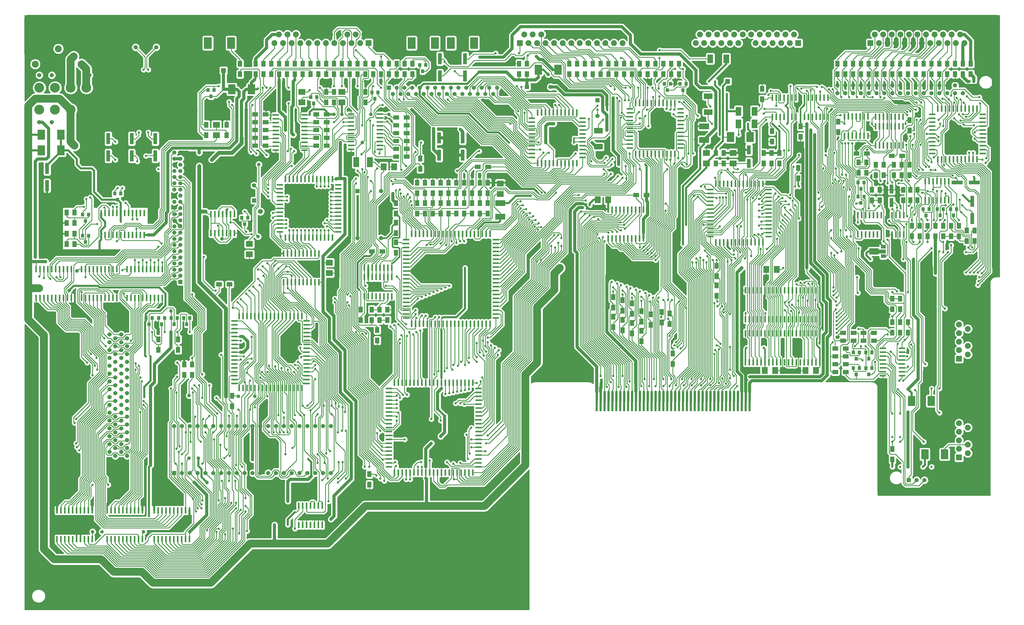
<source format=gtl>
G04 #@! TF.GenerationSoftware,KiCad,Pcbnew,5.1.7-1.fc32*
G04 #@! TF.CreationDate,2020-10-19T10:18:13+01:00*
G04 #@! TF.ProjectId,Amiga600,416d6967-6136-4303-902e-6b696361645f,rev?*
G04 #@! TF.SameCoordinates,Original*
G04 #@! TF.FileFunction,Copper,L1,Top*
G04 #@! TF.FilePolarity,Positive*
%FSLAX46Y46*%
G04 Gerber Fmt 4.6, Leading zero omitted, Abs format (unit mm)*
G04 Created by KiCad (PCBNEW 5.1.7-1.fc32) date 2020-10-19 10:18:13*
%MOMM*%
%LPD*%
G01*
G04 APERTURE LIST*
G04 #@! TA.AperFunction,SMDPad,CuDef*
%ADD10C,0.100000*%
G04 #@! TD*
G04 #@! TA.AperFunction,ComponentPad*
%ADD11C,1.370000*%
G04 #@! TD*
G04 #@! TA.AperFunction,ComponentPad*
%ADD12R,1.370000X1.370000*%
G04 #@! TD*
G04 #@! TA.AperFunction,ComponentPad*
%ADD13C,4.000000*%
G04 #@! TD*
G04 #@! TA.AperFunction,ConnectorPad*
%ADD14R,5.000000X2.500000*%
G04 #@! TD*
G04 #@! TA.AperFunction,ComponentPad*
%ADD15O,4.750000X2.500000*%
G04 #@! TD*
G04 #@! TA.AperFunction,SMDPad,CuDef*
%ADD16R,0.600000X2.000000*%
G04 #@! TD*
G04 #@! TA.AperFunction,ComponentPad*
%ADD17C,2.250000*%
G04 #@! TD*
G04 #@! TA.AperFunction,ComponentPad*
%ADD18C,1.900000*%
G04 #@! TD*
G04 #@! TA.AperFunction,ConnectorPad*
%ADD19C,5.200000*%
G04 #@! TD*
G04 #@! TA.AperFunction,ComponentPad*
%ADD20C,4.200000*%
G04 #@! TD*
G04 #@! TA.AperFunction,ComponentPad*
%ADD21R,1.900000X1.900000*%
G04 #@! TD*
G04 #@! TA.AperFunction,ConnectorPad*
%ADD22R,8.128000X8.128000*%
G04 #@! TD*
G04 #@! TA.AperFunction,ComponentPad*
%ADD23C,4.500000*%
G04 #@! TD*
G04 #@! TA.AperFunction,SMDPad,CuDef*
%ADD24R,2.000000X0.600000*%
G04 #@! TD*
G04 #@! TA.AperFunction,ConnectorPad*
%ADD25R,7.112000X6.096000*%
G04 #@! TD*
G04 #@! TA.AperFunction,ConnectorPad*
%ADD26R,0.762000X6.350000*%
G04 #@! TD*
G04 #@! TA.AperFunction,ComponentPad*
%ADD27C,1.600000*%
G04 #@! TD*
G04 #@! TA.AperFunction,SMDPad,CuDef*
%ADD28R,2.400000X3.200000*%
G04 #@! TD*
G04 #@! TA.AperFunction,SMDPad,CuDef*
%ADD29R,3.200000X1.900000*%
G04 #@! TD*
G04 #@! TA.AperFunction,SMDPad,CuDef*
%ADD30R,1.900000X3.200000*%
G04 #@! TD*
G04 #@! TA.AperFunction,SMDPad,CuDef*
%ADD31R,1.300000X3.600000*%
G04 #@! TD*
G04 #@! TA.AperFunction,SMDPad,CuDef*
%ADD32R,3.600000X1.300000*%
G04 #@! TD*
G04 #@! TA.AperFunction,SMDPad,CuDef*
%ADD33R,1.300000X3.000000*%
G04 #@! TD*
G04 #@! TA.AperFunction,ComponentPad*
%ADD34R,1.600000X1.600000*%
G04 #@! TD*
G04 #@! TA.AperFunction,SMDPad,CuDef*
%ADD35R,1.000000X1.250000*%
G04 #@! TD*
G04 #@! TA.AperFunction,SMDPad,CuDef*
%ADD36R,1.524000X1.270000*%
G04 #@! TD*
G04 #@! TA.AperFunction,SMDPad,CuDef*
%ADD37R,1.370000X1.900000*%
G04 #@! TD*
G04 #@! TA.AperFunction,SMDPad,CuDef*
%ADD38R,1.900000X1.370000*%
G04 #@! TD*
G04 #@! TA.AperFunction,SMDPad,CuDef*
%ADD39R,1.900000X2.300000*%
G04 #@! TD*
G04 #@! TA.AperFunction,SMDPad,CuDef*
%ADD40R,2.300000X1.900000*%
G04 #@! TD*
G04 #@! TA.AperFunction,ComponentPad*
%ADD41C,3.300000*%
G04 #@! TD*
G04 #@! TA.AperFunction,ComponentPad*
%ADD42C,3.400000*%
G04 #@! TD*
G04 #@! TA.AperFunction,ConnectorPad*
%ADD43C,3.200000*%
G04 #@! TD*
G04 #@! TA.AperFunction,ConnectorPad*
%ADD44R,10.160000X10.160000*%
G04 #@! TD*
G04 #@! TA.AperFunction,ComponentPad*
%ADD45C,1.330000*%
G04 #@! TD*
G04 #@! TA.AperFunction,ComponentPad*
%ADD46R,1.330000X1.330000*%
G04 #@! TD*
G04 #@! TA.AperFunction,ConnectorPad*
%ADD47R,3.750000X2.500000*%
G04 #@! TD*
G04 #@! TA.AperFunction,ConnectorPad*
%ADD48R,2.500000X3.750000*%
G04 #@! TD*
G04 #@! TA.AperFunction,ComponentPad*
%ADD49O,2.000000X3.500000*%
G04 #@! TD*
G04 #@! TA.AperFunction,ComponentPad*
%ADD50O,3.500000X2.300000*%
G04 #@! TD*
G04 #@! TA.AperFunction,ViaPad*
%ADD51C,1.150000*%
G04 #@! TD*
G04 #@! TA.AperFunction,ViaPad*
%ADD52C,0.750000*%
G04 #@! TD*
G04 #@! TA.AperFunction,Conductor*
%ADD53C,0.254000*%
G04 #@! TD*
G04 #@! TA.AperFunction,Conductor*
%ADD54C,0.635000*%
G04 #@! TD*
G04 #@! TA.AperFunction,Conductor*
%ADD55C,1.016000*%
G04 #@! TD*
G04 #@! TA.AperFunction,Conductor*
%ADD56C,0.762000*%
G04 #@! TD*
G04 #@! TA.AperFunction,Conductor*
%ADD57C,0.508000*%
G04 #@! TD*
G04 #@! TA.AperFunction,Conductor*
%ADD58C,1.270000*%
G04 #@! TD*
G04 #@! TA.AperFunction,Conductor*
%ADD59C,2.540000*%
G04 #@! TD*
G04 #@! TA.AperFunction,Conductor*
%ADD60C,0.100000*%
G04 #@! TD*
G04 APERTURE END LIST*
G04 #@! TA.AperFunction,SMDPad,CuDef*
D10*
G36*
X187836000Y-42340000D02*
G01*
X187836000Y-44140000D01*
X185036000Y-44140000D01*
X185036000Y-42340000D01*
X187836000Y-42340000D01*
G37*
G04 #@! TD.AperFunction*
G04 #@! TA.AperFunction,SMDPad,CuDef*
G36*
X187836000Y-37140000D02*
G01*
X187836000Y-38940000D01*
X185036000Y-38940000D01*
X185036000Y-37140000D01*
X187836000Y-37140000D01*
G37*
G04 #@! TD.AperFunction*
G04 #@! TA.AperFunction,SMDPad,CuDef*
G36*
X236142000Y-30350000D02*
G01*
X237942000Y-30350000D01*
X237942000Y-33150000D01*
X236142000Y-33150000D01*
X236142000Y-30350000D01*
G37*
G04 #@! TD.AperFunction*
G04 #@! TA.AperFunction,SMDPad,CuDef*
G36*
X230942000Y-30350000D02*
G01*
X232742000Y-30350000D01*
X232742000Y-33150000D01*
X230942000Y-33150000D01*
X230942000Y-30350000D01*
G37*
G04 #@! TD.AperFunction*
G04 #@! TA.AperFunction,SMDPad,CuDef*
G36*
X226998000Y-13332000D02*
G01*
X228798000Y-13332000D01*
X228798000Y-16132000D01*
X226998000Y-16132000D01*
X226998000Y-13332000D01*
G37*
G04 #@! TD.AperFunction*
G04 #@! TA.AperFunction,SMDPad,CuDef*
G36*
X221798000Y-13332000D02*
G01*
X223598000Y-13332000D01*
X223598000Y-16132000D01*
X221798000Y-16132000D01*
X221798000Y-13332000D01*
G37*
G04 #@! TD.AperFunction*
G04 #@! TA.AperFunction,SMDPad,CuDef*
G36*
X223396000Y-31164000D02*
G01*
X223396000Y-32964000D01*
X220596000Y-32964000D01*
X220596000Y-31164000D01*
X223396000Y-31164000D01*
G37*
G04 #@! TD.AperFunction*
G04 #@! TA.AperFunction,SMDPad,CuDef*
G36*
X223396000Y-25964000D02*
G01*
X223396000Y-27764000D01*
X220596000Y-27764000D01*
X220596000Y-25964000D01*
X223396000Y-25964000D01*
G37*
G04 #@! TD.AperFunction*
G04 #@! TA.AperFunction,SMDPad,CuDef*
G36*
X232742000Y-37214000D02*
G01*
X230942000Y-37214000D01*
X230942000Y-34414000D01*
X232742000Y-34414000D01*
X232742000Y-37214000D01*
G37*
G04 #@! TD.AperFunction*
G04 #@! TA.AperFunction,SMDPad,CuDef*
G36*
X237942000Y-37214000D02*
G01*
X236142000Y-37214000D01*
X236142000Y-34414000D01*
X237942000Y-34414000D01*
X237942000Y-37214000D01*
G37*
G04 #@! TD.AperFunction*
D11*
X28052000Y-144780000D03*
X29962000Y-143510000D03*
X28052000Y-142240000D03*
X29962000Y-140970000D03*
X28052000Y-139700000D03*
X29962000Y-138430000D03*
X28052000Y-137160000D03*
X29962000Y-135890000D03*
X28052000Y-134620000D03*
X29962000Y-133350000D03*
X28052000Y-132080000D03*
X29962000Y-130810000D03*
X28052000Y-129540000D03*
X29962000Y-128270000D03*
X28052000Y-127000000D03*
X29962000Y-125730000D03*
X28052000Y-124460000D03*
X29962000Y-123190000D03*
X28052000Y-121920000D03*
X29962000Y-120650000D03*
X28052000Y-119380000D03*
X29962000Y-118110000D03*
X28052000Y-116840000D03*
X29962000Y-115570000D03*
X28052000Y-114300000D03*
X29962000Y-113030000D03*
X28052000Y-111760000D03*
X29962000Y-110490000D03*
X28052000Y-109220000D03*
X29962000Y-107950000D03*
X28052000Y-106680000D03*
X29962000Y-105410000D03*
X28052000Y-104140000D03*
X29962000Y-102870000D03*
X31872000Y-144780000D03*
X33782000Y-143510000D03*
X31872000Y-142240000D03*
X33782000Y-140970000D03*
X31872000Y-139700000D03*
X33782000Y-138430000D03*
X31872000Y-137160000D03*
X33782000Y-135890000D03*
X31872000Y-134620000D03*
X33782000Y-133350000D03*
X31872000Y-132080000D03*
X33782000Y-130810000D03*
X31872000Y-129540000D03*
X33782000Y-128270000D03*
X31872000Y-127000000D03*
X33782000Y-125730000D03*
X31872000Y-124460000D03*
X33782000Y-123190000D03*
X31872000Y-121920000D03*
X33782000Y-120650000D03*
X31872000Y-119380000D03*
X33782000Y-118110000D03*
X31872000Y-116840000D03*
X33782000Y-115570000D03*
X31872000Y-114300000D03*
X33782000Y-113030000D03*
X31872000Y-111760000D03*
X33782000Y-110490000D03*
X31872000Y-109220000D03*
X33782000Y-107950000D03*
X31872000Y-106680000D03*
X33782000Y-105410000D03*
D12*
X33782000Y-102870000D03*
D13*
X31872000Y-98420000D03*
X31872000Y-149230000D03*
D11*
X31872000Y-104140000D03*
D14*
X61976000Y-106172000D03*
D15*
X61976000Y-106172000D03*
D14*
X155702000Y-106172000D03*
D15*
X155702000Y-106172000D03*
D14*
X155702000Y-31750000D03*
D15*
X155702000Y-31750000D03*
D14*
X61976000Y-31750000D03*
D15*
X61976000Y-31750000D03*
D16*
X276225000Y-33551000D03*
X283845000Y-33551000D03*
X277495000Y-33551000D03*
X280035000Y-33551000D03*
X285115000Y-33551000D03*
X278765000Y-33551000D03*
X281305000Y-33551000D03*
X282575000Y-33551000D03*
X276225000Y-36651000D03*
X277495000Y-36651000D03*
X278765000Y-36651000D03*
X280035000Y-36651000D03*
X281305000Y-36651000D03*
X282575000Y-36651000D03*
X283845000Y-36651000D03*
X285115000Y-36651000D03*
X285115000Y-42851000D03*
X283845000Y-42851000D03*
X282575000Y-42851000D03*
X281305000Y-42851000D03*
X280035000Y-42851000D03*
X278765000Y-42851000D03*
X277495000Y-42851000D03*
X276225000Y-42851000D03*
X110617000Y-82446000D03*
X118237000Y-82446000D03*
X111887000Y-82446000D03*
X114427000Y-82446000D03*
X119507000Y-82446000D03*
X113157000Y-82446000D03*
X115697000Y-82446000D03*
X116967000Y-82446000D03*
X110617000Y-85546000D03*
X111887000Y-85546000D03*
X113157000Y-85546000D03*
X114427000Y-85546000D03*
X115697000Y-85546000D03*
X116967000Y-85546000D03*
X118237000Y-85546000D03*
X119507000Y-85546000D03*
X119507000Y-91746000D03*
X118237000Y-91746000D03*
X116967000Y-91746000D03*
X115697000Y-91746000D03*
X114427000Y-91746000D03*
X113157000Y-91746000D03*
X111887000Y-91746000D03*
X110617000Y-91746000D03*
D11*
X263906000Y-25908000D03*
X263906000Y-23368000D03*
X266446000Y-25908000D03*
X266446000Y-23368000D03*
X268986000Y-25908000D03*
X268986000Y-23368000D03*
X271526000Y-25908000D03*
X271526000Y-23368000D03*
X274066000Y-25908000D03*
X274066000Y-23368000D03*
X276606000Y-25908000D03*
X276606000Y-23368000D03*
X279146000Y-25908000D03*
X279146000Y-23368000D03*
X281686000Y-25908000D03*
X281686000Y-23368000D03*
X284226000Y-25908000D03*
X284226000Y-23368000D03*
X286766000Y-25908000D03*
X286766000Y-23368000D03*
X289306000Y-25908000D03*
X289306000Y-23368000D03*
X291846000Y-25908000D03*
X291846000Y-23368000D03*
X294386000Y-25908000D03*
X294386000Y-23368000D03*
X296926000Y-25908000D03*
X296926000Y-23368000D03*
X299466000Y-25908000D03*
X299466000Y-23368000D03*
X302006000Y-25908000D03*
X302006000Y-23368000D03*
X304546000Y-25908000D03*
D12*
X304546000Y-23368000D03*
D17*
X11510000Y-11470000D03*
X19010000Y-16470000D03*
X16510000Y-13970000D03*
X4010000Y-11470000D03*
X4010000Y-16470000D03*
X14010000Y-3970000D03*
X9010000Y-3970000D03*
X11510000Y-3970000D03*
D18*
X303659000Y-6812000D03*
X300889000Y-6812000D03*
X298119000Y-6812000D03*
X295349000Y-6812000D03*
X292579000Y-6812000D03*
X289809000Y-6812000D03*
X287039000Y-6812000D03*
X284269000Y-6812000D03*
X281499000Y-6812000D03*
X278729000Y-6812000D03*
X275959000Y-6812000D03*
X305044000Y-9652000D03*
X302274000Y-9652000D03*
X299504000Y-9652000D03*
X296734000Y-9652000D03*
X293964000Y-9652000D03*
X291194000Y-9652000D03*
X288424000Y-9652000D03*
X285654000Y-9652000D03*
X282884000Y-9652000D03*
X280114000Y-9652000D03*
D19*
X267644000Y-8232000D03*
X311974000Y-8232000D03*
D20*
X267644000Y-8232000D03*
X311974000Y-8232000D03*
D18*
X277344000Y-9652000D03*
D21*
X274574000Y-9652000D03*
D18*
X219351000Y-6812000D03*
X222121000Y-6812000D03*
X224891000Y-6812000D03*
X227661000Y-6812000D03*
X230431000Y-6812000D03*
X233201000Y-6812000D03*
X235971000Y-6812000D03*
X238741000Y-6812000D03*
X241511000Y-6812000D03*
X244281000Y-6812000D03*
X247051000Y-6812000D03*
X249821000Y-6812000D03*
X217966000Y-9652000D03*
X220736000Y-9652000D03*
X223506000Y-9652000D03*
X226276000Y-9652000D03*
X229046000Y-9652000D03*
X231816000Y-9652000D03*
X234586000Y-9652000D03*
X237356000Y-9652000D03*
X240126000Y-9652000D03*
X242896000Y-9652000D03*
X245666000Y-9652000D03*
D19*
X211036000Y-8232000D03*
X258136000Y-8232000D03*
D20*
X211036000Y-8232000D03*
X258136000Y-8232000D03*
D18*
X248436000Y-9652000D03*
D21*
X251206000Y-9652000D03*
D18*
X192891000Y-6812000D03*
X190121000Y-6812000D03*
X187351000Y-6812000D03*
X184581000Y-6812000D03*
X181811000Y-6812000D03*
X179041000Y-6812000D03*
X176271000Y-6812000D03*
X173501000Y-6812000D03*
X170731000Y-6812000D03*
X167961000Y-6812000D03*
X165191000Y-6812000D03*
X162421000Y-6812000D03*
X194276000Y-9652000D03*
X191506000Y-9652000D03*
X188736000Y-9652000D03*
X185966000Y-9652000D03*
X183196000Y-9652000D03*
X180426000Y-9652000D03*
X177656000Y-9652000D03*
X174886000Y-9652000D03*
X172116000Y-9652000D03*
X169346000Y-9652000D03*
X166576000Y-9652000D03*
D19*
X154106000Y-8232000D03*
X201206000Y-8232000D03*
D20*
X154106000Y-8232000D03*
X201206000Y-8232000D03*
D18*
X163806000Y-9652000D03*
D21*
X161036000Y-9652000D03*
D22*
X274066000Y-96393000D03*
D23*
X274066000Y-96393000D03*
D24*
X213043500Y-30988000D03*
X213043500Y-32258000D03*
X213043500Y-33528000D03*
X213043500Y-34798000D03*
X213043500Y-36068000D03*
X213043500Y-37338000D03*
X213043500Y-38608000D03*
X213043500Y-39878000D03*
X213043500Y-41148000D03*
X213043500Y-42418000D03*
X213043500Y-43688000D03*
X196658500Y-43688000D03*
X196658500Y-42418000D03*
X196658500Y-41148000D03*
X196658500Y-39878000D03*
X196658500Y-38608000D03*
X196658500Y-37338000D03*
X196658500Y-36068000D03*
X196658500Y-34798000D03*
X196658500Y-33528000D03*
X196658500Y-32258000D03*
D16*
X211201000Y-45530500D03*
X209931000Y-45530500D03*
X208661000Y-45530500D03*
X207391000Y-45530500D03*
X206121000Y-45530500D03*
X204851000Y-45530500D03*
X203581000Y-45530500D03*
X202311000Y-45530500D03*
X201041000Y-45530500D03*
X199771000Y-45530500D03*
X198501000Y-45530500D03*
X198501000Y-29145500D03*
X199771000Y-29145500D03*
X201041000Y-29145500D03*
X202311000Y-29145500D03*
X203581000Y-29145500D03*
X204851000Y-29145500D03*
X206121000Y-29145500D03*
X207391000Y-29145500D03*
X208661000Y-29145500D03*
X209931000Y-29145500D03*
D24*
X196658500Y-30988000D03*
D16*
X211201000Y-29145500D03*
D24*
X310960500Y-32766000D03*
X310960500Y-34036000D03*
X310960500Y-35306000D03*
X310960500Y-36576000D03*
X310960500Y-37846000D03*
X310960500Y-39116000D03*
X310960500Y-40386000D03*
X310960500Y-41656000D03*
X310960500Y-42926000D03*
X310960500Y-44196000D03*
X310960500Y-45466000D03*
X294575500Y-45466000D03*
X294575500Y-44196000D03*
X294575500Y-42926000D03*
X294575500Y-41656000D03*
X294575500Y-40386000D03*
X294575500Y-39116000D03*
X294575500Y-37846000D03*
X294575500Y-36576000D03*
X294575500Y-35306000D03*
X294575500Y-34036000D03*
D16*
X309118000Y-47308500D03*
X307848000Y-47308500D03*
X306578000Y-47308500D03*
X305308000Y-47308500D03*
X304038000Y-47308500D03*
X302768000Y-47308500D03*
X301498000Y-47308500D03*
X300228000Y-47308500D03*
X298958000Y-47308500D03*
X297688000Y-47308500D03*
X296418000Y-47308500D03*
X296418000Y-30923500D03*
X297688000Y-30923500D03*
X298958000Y-30923500D03*
X300228000Y-30923500D03*
X301498000Y-30923500D03*
X302768000Y-30923500D03*
X304038000Y-30923500D03*
X305308000Y-30923500D03*
X306578000Y-30923500D03*
X307848000Y-30923500D03*
D24*
X294575500Y-32766000D03*
D16*
X309118000Y-30923500D03*
D24*
X181293500Y-34036000D03*
X181293500Y-35306000D03*
X181293500Y-36576000D03*
X181293500Y-37846000D03*
X181293500Y-39116000D03*
X181293500Y-40386000D03*
X181293500Y-41656000D03*
X181293500Y-42926000D03*
X181293500Y-44196000D03*
X181293500Y-45466000D03*
X181293500Y-46736000D03*
X164908500Y-46736000D03*
X164908500Y-45466000D03*
X164908500Y-44196000D03*
X164908500Y-42926000D03*
X164908500Y-41656000D03*
X164908500Y-40386000D03*
X164908500Y-39116000D03*
X164908500Y-37846000D03*
X164908500Y-36576000D03*
X164908500Y-35306000D03*
D16*
X179451000Y-48578500D03*
X178181000Y-48578500D03*
X176911000Y-48578500D03*
X175641000Y-48578500D03*
X174371000Y-48578500D03*
X173101000Y-48578500D03*
X171831000Y-48578500D03*
X170561000Y-48578500D03*
X169291000Y-48578500D03*
X168021000Y-48578500D03*
X166751000Y-48578500D03*
X166751000Y-32193500D03*
X168021000Y-32193500D03*
X169291000Y-32193500D03*
X170561000Y-32193500D03*
X171831000Y-32193500D03*
X173101000Y-32193500D03*
X174371000Y-32193500D03*
X175641000Y-32193500D03*
X176911000Y-32193500D03*
X178181000Y-32193500D03*
D24*
X164908500Y-34036000D03*
D16*
X179451000Y-32193500D03*
D12*
X108458000Y-57658000D03*
D11*
X116078000Y-57658000D03*
X116078000Y-72898000D03*
X108458000Y-72898000D03*
D25*
X179070000Y-115570000D03*
D26*
X235458000Y-125857000D03*
X234188000Y-125857000D03*
X232918000Y-125857000D03*
X231648000Y-125857000D03*
X230378000Y-125857000D03*
X229108000Y-125857000D03*
X227838000Y-125857000D03*
X226568000Y-125857000D03*
X225298000Y-125857000D03*
X224028000Y-125857000D03*
X222758000Y-125857000D03*
X221488000Y-125857000D03*
X220218000Y-125857000D03*
X218948000Y-125857000D03*
X217678000Y-125857000D03*
X216408000Y-125857000D03*
X215138000Y-125857000D03*
X213868000Y-125857000D03*
X212598000Y-125857000D03*
X211328000Y-125857000D03*
X210058000Y-125857000D03*
X208788000Y-125857000D03*
X207518000Y-125857000D03*
X206248000Y-125857000D03*
X204978000Y-125857000D03*
X203708000Y-125857000D03*
X202438000Y-125857000D03*
X201168000Y-125857000D03*
X199898000Y-125857000D03*
X198628000Y-125857000D03*
X197358000Y-125857000D03*
X196088000Y-125857000D03*
X194818000Y-125857000D03*
X193548000Y-125857000D03*
X192278000Y-125857000D03*
X191008000Y-125857000D03*
X189738000Y-125857000D03*
X188468000Y-125857000D03*
X187198000Y-125857000D03*
X185928000Y-125857000D03*
D11*
X170942000Y-23876000D03*
X168402000Y-23876000D03*
D12*
X163322000Y-23876000D03*
D11*
X165862000Y-23876000D03*
X294640000Y-151384000D03*
X292100000Y-151384000D03*
D12*
X287020000Y-151384000D03*
D11*
X289560000Y-151384000D03*
D27*
X76962000Y-64262000D03*
X76962000Y-69262000D03*
D28*
X298602000Y-143002000D03*
X292202000Y-143002000D03*
X294284000Y-125730000D03*
X287884000Y-125730000D03*
X5944000Y-44450000D03*
X12344000Y-44450000D03*
X5944000Y-39370000D03*
X12344000Y-39370000D03*
X229210000Y-40132000D03*
X235610000Y-40132000D03*
X166980000Y-18288000D03*
X173380000Y-18288000D03*
X67666000Y-24638000D03*
X74066000Y-24638000D03*
D24*
X222693500Y-57150000D03*
D16*
X239776000Y-55307500D03*
X238506000Y-55307500D03*
X237236000Y-55307500D03*
X235966000Y-55307500D03*
X234696000Y-55307500D03*
X233426000Y-55307500D03*
X232156000Y-55307500D03*
X230886000Y-55307500D03*
X229616000Y-55307500D03*
X228346000Y-55307500D03*
X227076000Y-55307500D03*
X225806000Y-55307500D03*
X224536000Y-55307500D03*
X224536000Y-74232500D03*
X225806000Y-74232500D03*
X227076000Y-74232500D03*
X228346000Y-74232500D03*
X229616000Y-74232500D03*
X230886000Y-74232500D03*
X232156000Y-74232500D03*
X233426000Y-74232500D03*
X234696000Y-74232500D03*
X235966000Y-74232500D03*
X237236000Y-74232500D03*
X238506000Y-74232500D03*
X239776000Y-74232500D03*
D24*
X222693500Y-58420000D03*
X222693500Y-59690000D03*
X222693500Y-60960000D03*
X222693500Y-62230000D03*
X222693500Y-63500000D03*
X222693500Y-64770000D03*
X222693500Y-66040000D03*
X222693500Y-67310000D03*
X222693500Y-68580000D03*
X222693500Y-69850000D03*
X222693500Y-71120000D03*
X222693500Y-72390000D03*
X241618500Y-72390000D03*
X241618500Y-71120000D03*
X241618500Y-69850000D03*
X241618500Y-68580000D03*
X241618500Y-67310000D03*
X241618500Y-66040000D03*
X241618500Y-64770000D03*
X241618500Y-63500000D03*
X241618500Y-62230000D03*
X241618500Y-60960000D03*
X241618500Y-59690000D03*
X241618500Y-58420000D03*
X241618500Y-57150000D03*
D16*
X100330000Y-53783500D03*
D24*
X102172500Y-70866000D03*
X102172500Y-69596000D03*
X102172500Y-68326000D03*
X102172500Y-67056000D03*
X102172500Y-65786000D03*
X102172500Y-64516000D03*
X102172500Y-63246000D03*
X102172500Y-61976000D03*
X102172500Y-60706000D03*
X102172500Y-59436000D03*
X102172500Y-58166000D03*
X102172500Y-56896000D03*
X102172500Y-55626000D03*
X83247500Y-55626000D03*
X83247500Y-56896000D03*
X83247500Y-58166000D03*
X83247500Y-59436000D03*
X83247500Y-60706000D03*
X83247500Y-61976000D03*
X83247500Y-63246000D03*
X83247500Y-64516000D03*
X83247500Y-65786000D03*
X83247500Y-67056000D03*
X83247500Y-68326000D03*
X83247500Y-69596000D03*
X83247500Y-70866000D03*
D16*
X99060000Y-53783500D03*
X97790000Y-53783500D03*
X96520000Y-53783500D03*
X95250000Y-53783500D03*
X93980000Y-53783500D03*
X92710000Y-53783500D03*
X91440000Y-53783500D03*
X90170000Y-53783500D03*
X88900000Y-53783500D03*
X87630000Y-53783500D03*
X86360000Y-53783500D03*
X85090000Y-53783500D03*
X85090000Y-72708500D03*
X86360000Y-72708500D03*
X87630000Y-72708500D03*
X88900000Y-72708500D03*
X90170000Y-72708500D03*
X91440000Y-72708500D03*
X92710000Y-72708500D03*
X93980000Y-72708500D03*
X95250000Y-72708500D03*
X96520000Y-72708500D03*
X97790000Y-72708500D03*
X99060000Y-72708500D03*
X100330000Y-72708500D03*
D29*
X154686000Y-65954000D03*
X154686000Y-61554000D03*
D30*
X112436000Y-48260000D03*
X108036000Y-48260000D03*
D29*
X220726000Y-36662000D03*
X220726000Y-41062000D03*
D11*
X186182000Y-33274000D03*
D12*
X186182000Y-28194000D03*
D18*
X82929000Y-6812000D03*
X85699000Y-6812000D03*
X88469000Y-6812000D03*
X91239000Y-6812000D03*
X94009000Y-6812000D03*
X96779000Y-6812000D03*
X99549000Y-6812000D03*
X102319000Y-6812000D03*
X105089000Y-6812000D03*
X107859000Y-6812000D03*
X110629000Y-6812000D03*
X81544000Y-9652000D03*
X84314000Y-9652000D03*
X87084000Y-9652000D03*
X89854000Y-9652000D03*
X92624000Y-9652000D03*
X95394000Y-9652000D03*
X98164000Y-9652000D03*
X100934000Y-9652000D03*
X103704000Y-9652000D03*
X106474000Y-9652000D03*
D19*
X74614000Y-8232000D03*
X118944000Y-8232000D03*
D20*
X74614000Y-8232000D03*
X118944000Y-8232000D03*
D18*
X109244000Y-9652000D03*
D21*
X112014000Y-9652000D03*
D11*
X59690000Y-58266000D03*
D12*
X74930000Y-60706000D03*
D11*
X74930000Y-55826000D03*
D16*
X25400000Y-64776000D03*
X26670000Y-64776000D03*
X27940000Y-64776000D03*
X29210000Y-64776000D03*
X30480000Y-64776000D03*
X31750000Y-64776000D03*
X33020000Y-64776000D03*
X34290000Y-64776000D03*
X35560000Y-64776000D03*
X36830000Y-64776000D03*
X38100000Y-64776000D03*
X39370000Y-64776000D03*
X39370000Y-71876000D03*
X38100000Y-71876000D03*
X36830000Y-71876000D03*
X35560000Y-71876000D03*
X34290000Y-71876000D03*
X33020000Y-71876000D03*
X31750000Y-71876000D03*
X30480000Y-71876000D03*
X27940000Y-71876000D03*
X29210000Y-71876000D03*
X26670000Y-71876000D03*
X25400000Y-71876000D03*
D24*
X153226500Y-73406000D03*
X153226500Y-74676000D03*
X153226500Y-75946000D03*
X153226500Y-77216000D03*
X153226500Y-78486000D03*
X153226500Y-79756000D03*
X153226500Y-81026000D03*
X153226500Y-82296000D03*
X153226500Y-83566000D03*
X153226500Y-84836000D03*
X153226500Y-86106000D03*
X153226500Y-87376000D03*
X153226500Y-88646000D03*
X153226500Y-89916000D03*
X153226500Y-91186000D03*
X153226500Y-92456000D03*
X153226500Y-93726000D03*
X153226500Y-94996000D03*
X153226500Y-96266000D03*
X153226500Y-97536000D03*
X153226500Y-98806000D03*
X124141500Y-98806000D03*
X124141500Y-97536000D03*
X124141500Y-96266000D03*
X124141500Y-94996000D03*
X124141500Y-93726000D03*
X124141500Y-92456000D03*
X124141500Y-91186000D03*
X124141500Y-89916000D03*
X124141500Y-88646000D03*
X124141500Y-87376000D03*
X124141500Y-86106000D03*
X124141500Y-84836000D03*
X124141500Y-83566000D03*
X124141500Y-82296000D03*
X124141500Y-81026000D03*
X124141500Y-79756000D03*
X124141500Y-78486000D03*
X124141500Y-77216000D03*
X124141500Y-75946000D03*
X124141500Y-74676000D03*
D16*
X151384000Y-100648500D03*
X150114000Y-100648500D03*
X148844000Y-100648500D03*
X147574000Y-100648500D03*
X146304000Y-100648500D03*
X145034000Y-100648500D03*
X143764000Y-100648500D03*
X142494000Y-100648500D03*
X141224000Y-100648500D03*
X139954000Y-100648500D03*
X138684000Y-100648500D03*
X137414000Y-100648500D03*
X136144000Y-100648500D03*
X134874000Y-100648500D03*
X133604000Y-100648500D03*
X132334000Y-100648500D03*
X131064000Y-100648500D03*
X129794000Y-100648500D03*
X128524000Y-100648500D03*
X127254000Y-100648500D03*
X125984000Y-100648500D03*
X125984000Y-71563500D03*
X127254000Y-71563500D03*
X128524000Y-71563500D03*
X129794000Y-71563500D03*
X131064000Y-71563500D03*
X132334000Y-71563500D03*
X133604000Y-71563500D03*
X134874000Y-71563500D03*
X136144000Y-71563500D03*
X137414000Y-71563500D03*
X138684000Y-71563500D03*
X139954000Y-71563500D03*
X141224000Y-71563500D03*
X142494000Y-71563500D03*
X143764000Y-71563500D03*
X145034000Y-71563500D03*
X146304000Y-71563500D03*
X147574000Y-71563500D03*
X148844000Y-71563500D03*
X150114000Y-71563500D03*
D24*
X124141500Y-73406000D03*
D16*
X151384000Y-71563500D03*
D24*
X118553500Y-147066000D03*
X118553500Y-145796000D03*
X118553500Y-144526000D03*
X118553500Y-143256000D03*
X118553500Y-141986000D03*
X118553500Y-140716000D03*
X118553500Y-139446000D03*
X118553500Y-138176000D03*
X118553500Y-136906000D03*
X118553500Y-135636000D03*
X118553500Y-134366000D03*
X118553500Y-133096000D03*
X118553500Y-131826000D03*
X118553500Y-130556000D03*
X118553500Y-129286000D03*
X118553500Y-128016000D03*
X118553500Y-126746000D03*
X118553500Y-125476000D03*
X118553500Y-124206000D03*
X118553500Y-122936000D03*
X118553500Y-121666000D03*
X147638500Y-121666000D03*
X147638500Y-122936000D03*
X147638500Y-124206000D03*
X147638500Y-125476000D03*
X147638500Y-126746000D03*
X147638500Y-128016000D03*
X147638500Y-129286000D03*
X147638500Y-130556000D03*
X147638500Y-131826000D03*
X147638500Y-133096000D03*
X147638500Y-134366000D03*
X147638500Y-135636000D03*
X147638500Y-136906000D03*
X147638500Y-138176000D03*
X147638500Y-139446000D03*
X147638500Y-140716000D03*
X147638500Y-141986000D03*
X147638500Y-143256000D03*
X147638500Y-144526000D03*
X147638500Y-145796000D03*
D16*
X120396000Y-119823500D03*
X121666000Y-119823500D03*
X122936000Y-119823500D03*
X124206000Y-119823500D03*
X125476000Y-119823500D03*
X126746000Y-119823500D03*
X128016000Y-119823500D03*
X129286000Y-119823500D03*
X130556000Y-119823500D03*
X131826000Y-119823500D03*
X133096000Y-119823500D03*
X134366000Y-119823500D03*
X135636000Y-119823500D03*
X136906000Y-119823500D03*
X138176000Y-119823500D03*
X139446000Y-119823500D03*
X140716000Y-119823500D03*
X141986000Y-119823500D03*
X143256000Y-119823500D03*
X144526000Y-119823500D03*
X145796000Y-119823500D03*
X145796000Y-148908500D03*
X144526000Y-148908500D03*
X143256000Y-148908500D03*
X141986000Y-148908500D03*
X140716000Y-148908500D03*
X139446000Y-148908500D03*
X138176000Y-148908500D03*
X136906000Y-148908500D03*
X135636000Y-148908500D03*
X134366000Y-148908500D03*
X133096000Y-148908500D03*
X131826000Y-148908500D03*
X130556000Y-148908500D03*
X129286000Y-148908500D03*
X128016000Y-148908500D03*
X126746000Y-148908500D03*
X125476000Y-148908500D03*
X124206000Y-148908500D03*
X122936000Y-148908500D03*
X121666000Y-148908500D03*
D24*
X147638500Y-147066000D03*
D16*
X120396000Y-148908500D03*
X95885000Y-87200000D03*
X94615000Y-87200000D03*
X93345000Y-87200000D03*
X92075000Y-87200000D03*
X90805000Y-87200000D03*
X89535000Y-87200000D03*
X88265000Y-87200000D03*
X86995000Y-87200000D03*
X85725000Y-87200000D03*
X84455000Y-87200000D03*
X84455000Y-77900000D03*
X85725000Y-77900000D03*
X86995000Y-77900000D03*
X88265000Y-77900000D03*
X89535000Y-77900000D03*
X90805000Y-77900000D03*
X92075000Y-77900000D03*
X93345000Y-77900000D03*
X94615000Y-77900000D03*
X95885000Y-77900000D03*
X201041000Y-72976000D03*
X199771000Y-72976000D03*
X198501000Y-72976000D03*
X197231000Y-72976000D03*
X195961000Y-72976000D03*
X194691000Y-72976000D03*
X193421000Y-72976000D03*
X192151000Y-72976000D03*
X190881000Y-72976000D03*
X189611000Y-72976000D03*
X189611000Y-63676000D03*
X190881000Y-63676000D03*
X192151000Y-63676000D03*
X193421000Y-63676000D03*
X194691000Y-63676000D03*
X195961000Y-63676000D03*
X197231000Y-63676000D03*
X198501000Y-63676000D03*
X199771000Y-63676000D03*
X201041000Y-63676000D03*
D24*
X91264000Y-32893000D03*
X91264000Y-34163000D03*
X91264000Y-35433000D03*
X91264000Y-36703000D03*
X91264000Y-37973000D03*
X91264000Y-39243000D03*
X91264000Y-40513000D03*
X91264000Y-41783000D03*
X91264000Y-43053000D03*
X91264000Y-44323000D03*
X81964000Y-44323000D03*
X81964000Y-43053000D03*
X81964000Y-41783000D03*
X81964000Y-40513000D03*
X81964000Y-39243000D03*
X81964000Y-37973000D03*
X81964000Y-36703000D03*
X81964000Y-35433000D03*
X81964000Y-34163000D03*
X81964000Y-32893000D03*
X115648000Y-32639000D03*
X115648000Y-33909000D03*
X115648000Y-35179000D03*
X115648000Y-36449000D03*
X115648000Y-37719000D03*
X115648000Y-38989000D03*
X115648000Y-40259000D03*
X115648000Y-41529000D03*
X115648000Y-42799000D03*
X115648000Y-44069000D03*
X106348000Y-44069000D03*
X106348000Y-42799000D03*
X106348000Y-41529000D03*
X106348000Y-40259000D03*
X106348000Y-38989000D03*
X106348000Y-37719000D03*
X106348000Y-36449000D03*
X106348000Y-35179000D03*
X106348000Y-33909000D03*
X106348000Y-32639000D03*
D16*
X19050000Y-82980000D03*
X20320000Y-82980000D03*
X21590000Y-82980000D03*
X22860000Y-82980000D03*
X24130000Y-82980000D03*
X25400000Y-82980000D03*
X26670000Y-82980000D03*
X27940000Y-82980000D03*
X29210000Y-82980000D03*
X30480000Y-82980000D03*
X30480000Y-92280000D03*
X29210000Y-92280000D03*
X27940000Y-92280000D03*
X26670000Y-92280000D03*
X25400000Y-92280000D03*
X24130000Y-92280000D03*
X22860000Y-92280000D03*
X21590000Y-92280000D03*
X20320000Y-92280000D03*
X19050000Y-92280000D03*
X33782000Y-82980000D03*
X35052000Y-82980000D03*
X36322000Y-82980000D03*
X37592000Y-82980000D03*
X38862000Y-82980000D03*
X40132000Y-82980000D03*
X41402000Y-82980000D03*
X42672000Y-82980000D03*
X43942000Y-82980000D03*
X45212000Y-82980000D03*
X45212000Y-92280000D03*
X43942000Y-92280000D03*
X42672000Y-92280000D03*
X41402000Y-92280000D03*
X40132000Y-92280000D03*
X38862000Y-92280000D03*
X37592000Y-92280000D03*
X36322000Y-92280000D03*
X35052000Y-92280000D03*
X33782000Y-92280000D03*
X4318000Y-82980000D03*
X5588000Y-82980000D03*
X6858000Y-82980000D03*
X8128000Y-82980000D03*
X9398000Y-82980000D03*
X10668000Y-82980000D03*
X11938000Y-82980000D03*
X13208000Y-82980000D03*
X14478000Y-82980000D03*
X15748000Y-82980000D03*
X15748000Y-92280000D03*
X14478000Y-92280000D03*
X13208000Y-92280000D03*
X11938000Y-92280000D03*
X10668000Y-92280000D03*
X9398000Y-92280000D03*
X8128000Y-92280000D03*
X6858000Y-92280000D03*
X5588000Y-92280000D03*
X4318000Y-92280000D03*
X22479000Y-170512000D03*
X21209000Y-170512000D03*
X19939000Y-170512000D03*
X18669000Y-170512000D03*
X17399000Y-170512000D03*
X16129000Y-170512000D03*
X14859000Y-170512000D03*
X13589000Y-170512000D03*
X12319000Y-170512000D03*
X11049000Y-170512000D03*
X11049000Y-161212000D03*
X12319000Y-161212000D03*
X13589000Y-161212000D03*
X14859000Y-161212000D03*
X16129000Y-161212000D03*
X17399000Y-161212000D03*
X18669000Y-161212000D03*
X19939000Y-161212000D03*
X21209000Y-161212000D03*
X22479000Y-161212000D03*
X38735000Y-170512000D03*
X37465000Y-170512000D03*
X36195000Y-170512000D03*
X34925000Y-170512000D03*
X33655000Y-170512000D03*
X32385000Y-170512000D03*
X31115000Y-170512000D03*
X29845000Y-170512000D03*
X28575000Y-170512000D03*
X27305000Y-170512000D03*
X27305000Y-161212000D03*
X28575000Y-161212000D03*
X29845000Y-161212000D03*
X31115000Y-161212000D03*
X32385000Y-161212000D03*
X33655000Y-161212000D03*
X34925000Y-161212000D03*
X36195000Y-161212000D03*
X37465000Y-161212000D03*
X38735000Y-161212000D03*
X53975000Y-170512000D03*
X52705000Y-170512000D03*
X51435000Y-170512000D03*
X50165000Y-170512000D03*
X48895000Y-170512000D03*
X47625000Y-170512000D03*
X46355000Y-170512000D03*
X45085000Y-170512000D03*
X43815000Y-170512000D03*
X42545000Y-170512000D03*
X42545000Y-161212000D03*
X43815000Y-161212000D03*
X45085000Y-161212000D03*
X46355000Y-161212000D03*
X47625000Y-161212000D03*
X48895000Y-161212000D03*
X50165000Y-161212000D03*
X51435000Y-161212000D03*
X52705000Y-161212000D03*
X53975000Y-161212000D03*
X234061000Y-103758000D03*
X235331000Y-103758000D03*
X236601000Y-103758000D03*
X237871000Y-103758000D03*
X239141000Y-103758000D03*
X240411000Y-103758000D03*
X241681000Y-103758000D03*
X242951000Y-103758000D03*
X244221000Y-103758000D03*
X245491000Y-103758000D03*
X246761000Y-103758000D03*
X248031000Y-103758000D03*
X249301000Y-103758000D03*
X250571000Y-103758000D03*
X251841000Y-103758000D03*
X253111000Y-103758000D03*
X254381000Y-103758000D03*
X255651000Y-103758000D03*
X256921000Y-103758000D03*
X258191000Y-103758000D03*
X258191000Y-113158000D03*
X256921000Y-113158000D03*
X255651000Y-113158000D03*
X254381000Y-113158000D03*
X253111000Y-113158000D03*
X251841000Y-113158000D03*
X250571000Y-113158000D03*
X249301000Y-113158000D03*
X248031000Y-113158000D03*
X246761000Y-113158000D03*
X245491000Y-113158000D03*
X244221000Y-113158000D03*
X242951000Y-113158000D03*
X241681000Y-113158000D03*
X240411000Y-113158000D03*
X239141000Y-113158000D03*
X237871000Y-113158000D03*
X236601000Y-113158000D03*
X235331000Y-113158000D03*
X234061000Y-113158000D03*
X234061000Y-89788000D03*
X235331000Y-89788000D03*
X236601000Y-89788000D03*
X237871000Y-89788000D03*
X239141000Y-89788000D03*
X240411000Y-89788000D03*
X241681000Y-89788000D03*
X242951000Y-89788000D03*
X244221000Y-89788000D03*
X245491000Y-89788000D03*
X246761000Y-89788000D03*
X248031000Y-89788000D03*
X249301000Y-89788000D03*
X250571000Y-89788000D03*
X251841000Y-89788000D03*
X253111000Y-89788000D03*
X254381000Y-89788000D03*
X255651000Y-89788000D03*
X256921000Y-89788000D03*
X258191000Y-89788000D03*
X258191000Y-99188000D03*
X256921000Y-99188000D03*
X255651000Y-99188000D03*
X254381000Y-99188000D03*
X253111000Y-99188000D03*
X251841000Y-99188000D03*
X250571000Y-99188000D03*
X249301000Y-99188000D03*
X248031000Y-99188000D03*
X246761000Y-99188000D03*
X245491000Y-99188000D03*
X244221000Y-99188000D03*
X242951000Y-99188000D03*
X241681000Y-99188000D03*
X240411000Y-99188000D03*
X239141000Y-99188000D03*
X237871000Y-99188000D03*
X236601000Y-99188000D03*
X235331000Y-99188000D03*
X234061000Y-99188000D03*
D31*
X27686000Y-40634000D03*
X27686000Y-46234000D03*
X42926000Y-40634000D03*
X42926000Y-46234000D03*
X35306000Y-40634000D03*
X35306000Y-46234000D03*
X135128000Y-14726000D03*
X135128000Y-20326000D03*
X307594000Y-60954000D03*
X307594000Y-66554000D03*
X143256000Y-14726000D03*
X143256000Y-20326000D03*
X142494000Y-40380000D03*
X142494000Y-45980000D03*
X134874000Y-40380000D03*
X134874000Y-45980000D03*
D32*
X302635000Y-54864000D03*
X308235000Y-54864000D03*
D31*
X7874000Y-55886000D03*
X7874000Y-50286000D03*
D33*
X281432000Y-56982000D03*
X281432000Y-61382000D03*
X235204000Y-44282000D03*
X235204000Y-48682000D03*
D27*
X233346000Y-22098000D03*
D34*
X228346000Y-22098000D03*
D27*
X21764000Y-42926000D03*
D34*
X16764000Y-42926000D03*
D27*
X60024000Y-18542000D03*
D34*
X65024000Y-18542000D03*
D35*
X214818000Y-22876000D03*
X212918000Y-22876000D03*
X213868000Y-24876000D03*
X114996000Y-25670000D03*
X113096000Y-25670000D03*
X114046000Y-27670000D03*
X302448000Y-63516000D03*
X300548000Y-63516000D03*
X301498000Y-65516000D03*
X272476000Y-54880000D03*
X270576000Y-54880000D03*
X271526000Y-56880000D03*
X21270000Y-65294000D03*
X19370000Y-65294000D03*
X20320000Y-67294000D03*
X298130000Y-63516000D03*
X296230000Y-63516000D03*
X297180000Y-65516000D03*
X293558000Y-63516000D03*
X291658000Y-63516000D03*
X292608000Y-65516000D03*
X270952000Y-109998000D03*
X269052000Y-109998000D03*
X270002000Y-111998000D03*
X41844000Y-98822000D03*
X39944000Y-98822000D03*
X40894000Y-100822000D03*
X21270000Y-72152000D03*
X19370000Y-72152000D03*
X20320000Y-74152000D03*
X275016000Y-109998000D03*
X273116000Y-109998000D03*
X274066000Y-111998000D03*
X275016000Y-115078000D03*
X273116000Y-115078000D03*
X274066000Y-117078000D03*
X272476000Y-59452000D03*
X270576000Y-59452000D03*
X271526000Y-61452000D03*
X72832000Y-66310000D03*
X70932000Y-66310000D03*
X71882000Y-68310000D03*
X54036000Y-98822000D03*
X52136000Y-98822000D03*
X53086000Y-100822000D03*
X49972000Y-98822000D03*
X48072000Y-98822000D03*
X49022000Y-100822000D03*
X95184000Y-27194000D03*
X93284000Y-27194000D03*
X94234000Y-29194000D03*
X270952000Y-115078000D03*
X269052000Y-115078000D03*
X270002000Y-117078000D03*
X45908000Y-98822000D03*
X44008000Y-98822000D03*
X44958000Y-100822000D03*
X31684000Y-58436000D03*
X29784000Y-58436000D03*
X30734000Y-60436000D03*
X130490000Y-16780000D03*
X128590000Y-16780000D03*
X129540000Y-18780000D03*
X61910000Y-24908000D03*
X60010000Y-24908000D03*
X60960000Y-26908000D03*
D36*
X278764000Y-78740000D03*
G04 #@! TA.AperFunction,SMDPad,CuDef*
D10*
G36*
X274195000Y-76216000D02*
G01*
X277243000Y-76216000D01*
X277243000Y-76581000D01*
X279529000Y-76581000D01*
X279529000Y-77851000D01*
X277243000Y-77851000D01*
X277243000Y-78216000D01*
X274195000Y-78216000D01*
X274195000Y-76216000D01*
G37*
G04 #@! TD.AperFunction*
D36*
X278764000Y-75692000D03*
D37*
X293116000Y-68912000D03*
X293116000Y-72312000D03*
X308356000Y-73836000D03*
X308356000Y-70436000D03*
X300736000Y-68912000D03*
X300736000Y-72312000D03*
X281686000Y-92534000D03*
X281686000Y-95934000D03*
X302006000Y-16334000D03*
X302006000Y-19734000D03*
X284226000Y-100154000D03*
X284226000Y-103554000D03*
X284226000Y-92534000D03*
X284226000Y-95934000D03*
X263906000Y-16334000D03*
X263906000Y-19734000D03*
X268986000Y-16334000D03*
X268986000Y-19734000D03*
X286766000Y-16334000D03*
X286766000Y-19734000D03*
X291846000Y-16334000D03*
X291846000Y-19734000D03*
X296926000Y-16334000D03*
X296926000Y-19734000D03*
X266446000Y-16334000D03*
X266446000Y-19734000D03*
X271526000Y-16334000D03*
X271526000Y-19734000D03*
X274066000Y-16334000D03*
X274066000Y-19734000D03*
X276606000Y-16334000D03*
X276606000Y-19734000D03*
X279146000Y-16334000D03*
X279146000Y-19734000D03*
X281686000Y-16334000D03*
X281686000Y-19734000D03*
X284226000Y-16334000D03*
X284226000Y-19734000D03*
X289306000Y-16334000D03*
X289306000Y-19734000D03*
X294386000Y-16334000D03*
X294386000Y-19734000D03*
X299466000Y-16334000D03*
X299466000Y-19734000D03*
X307086000Y-16334000D03*
X307086000Y-19734000D03*
X304546000Y-16334000D03*
X304546000Y-19734000D03*
X210566000Y-110314000D03*
X210566000Y-113714000D03*
D38*
X265762000Y-103632000D03*
X269162000Y-103632000D03*
D37*
X295656000Y-68912000D03*
X295656000Y-72312000D03*
X288036000Y-72312000D03*
X288036000Y-68912000D03*
X298196000Y-68912000D03*
X298196000Y-72312000D03*
X290576000Y-68912000D03*
X290576000Y-72312000D03*
X303276000Y-68912000D03*
X303276000Y-72312000D03*
X305816000Y-73836000D03*
X305816000Y-70436000D03*
X281686000Y-103554000D03*
X281686000Y-100154000D03*
D38*
X265762000Y-106172000D03*
X269162000Y-106172000D03*
X266622000Y-108712000D03*
X263222000Y-108712000D03*
X266622000Y-111252000D03*
X263222000Y-111252000D03*
X266622000Y-113792000D03*
X263222000Y-113792000D03*
X272366000Y-106172000D03*
X275766000Y-106172000D03*
X275766000Y-103632000D03*
X272366000Y-103632000D03*
X263222000Y-116332000D03*
X266622000Y-116332000D03*
D37*
X191262000Y-101776000D03*
X191262000Y-98376000D03*
X203454000Y-101014000D03*
X203454000Y-97614000D03*
X286766000Y-100154000D03*
X286766000Y-103554000D03*
X191262000Y-95426000D03*
X191262000Y-92026000D03*
X224790000Y-91616000D03*
X224790000Y-88216000D03*
X194310000Y-102792000D03*
X194310000Y-99392000D03*
X209550000Y-97360000D03*
X209550000Y-100760000D03*
X224790000Y-81866000D03*
X224790000Y-85266000D03*
X194310000Y-96442000D03*
X194310000Y-93042000D03*
X207010000Y-100252000D03*
X207010000Y-96852000D03*
X197358000Y-103808000D03*
X197358000Y-100408000D03*
X197358000Y-97458000D03*
X197358000Y-94058000D03*
X281686000Y-141302000D03*
X281686000Y-144702000D03*
X200406000Y-106348000D03*
X200406000Y-102948000D03*
X200406000Y-99998000D03*
X200406000Y-96598000D03*
X285242000Y-57228000D03*
X285242000Y-60628000D03*
D38*
X150798000Y-49784000D03*
X147398000Y-49784000D03*
D37*
X148082000Y-61546000D03*
X148082000Y-64946000D03*
X120904000Y-61546000D03*
X120904000Y-64946000D03*
X278892000Y-52500000D03*
X278892000Y-49100000D03*
D38*
X98474000Y-37846000D03*
X95074000Y-37846000D03*
X98474000Y-40386000D03*
X95074000Y-40386000D03*
X98474000Y-42926000D03*
X95074000Y-42926000D03*
D37*
X192278000Y-16334000D03*
X192278000Y-19734000D03*
X128778000Y-50468000D03*
X128778000Y-47068000D03*
X135382000Y-61546000D03*
X135382000Y-64946000D03*
X85598000Y-16334000D03*
X85598000Y-19734000D03*
X184658000Y-16334000D03*
X184658000Y-19734000D03*
X77978000Y-16334000D03*
X77978000Y-19734000D03*
X224536000Y-48690000D03*
X224536000Y-45290000D03*
X80518000Y-16334000D03*
X80518000Y-19734000D03*
D38*
X75262000Y-32766000D03*
X78662000Y-32766000D03*
D37*
X277622000Y-57228000D03*
X277622000Y-60628000D03*
X109474000Y-99490000D03*
X109474000Y-96090000D03*
X98298000Y-16334000D03*
X98298000Y-19734000D03*
X140462000Y-61546000D03*
X140462000Y-64946000D03*
X145542000Y-61546000D03*
X145542000Y-64946000D03*
X130302000Y-61546000D03*
X130302000Y-64946000D03*
X137922000Y-61546000D03*
X137922000Y-64946000D03*
X118110000Y-99490000D03*
X118110000Y-96090000D03*
D38*
X198706000Y-58928000D03*
X202106000Y-58928000D03*
D37*
X189738000Y-16334000D03*
X189738000Y-19734000D03*
X287274000Y-49100000D03*
X287274000Y-52500000D03*
D38*
X284910000Y-46228000D03*
X281510000Y-46228000D03*
D37*
X93218000Y-16334000D03*
X93218000Y-19734000D03*
D38*
X270080000Y-45466000D03*
X273480000Y-45466000D03*
D37*
X204978000Y-16334000D03*
X204978000Y-19734000D03*
X14224000Y-67994000D03*
X14224000Y-64594000D03*
X242697000Y-41578000D03*
X242697000Y-38178000D03*
X140462000Y-58342000D03*
X140462000Y-54942000D03*
X137922000Y-58342000D03*
X137922000Y-54942000D03*
X100838000Y-28878000D03*
X100838000Y-25478000D03*
D38*
X95074000Y-32766000D03*
X98474000Y-32766000D03*
X116508000Y-77216000D03*
X113108000Y-77216000D03*
X75262000Y-42926000D03*
X78662000Y-42926000D03*
D37*
X245110000Y-45290000D03*
X245110000Y-48690000D03*
X132842000Y-58342000D03*
X132842000Y-54942000D03*
D38*
X124382000Y-46482000D03*
X120982000Y-46482000D03*
X124382000Y-41402000D03*
X120982000Y-41402000D03*
X75262000Y-40386000D03*
X78662000Y-40386000D03*
D37*
X240030000Y-45290000D03*
X240030000Y-48690000D03*
X16764000Y-71452000D03*
X16764000Y-74852000D03*
X135382000Y-58342000D03*
X135382000Y-54942000D03*
X110998000Y-19734000D03*
X110998000Y-16334000D03*
X14224000Y-71452000D03*
X14224000Y-74852000D03*
X126238000Y-16334000D03*
X126238000Y-19734000D03*
X194818000Y-16334000D03*
X194818000Y-19734000D03*
X239522000Y-24462000D03*
X239522000Y-27862000D03*
X127762000Y-58342000D03*
X127762000Y-54942000D03*
X95758000Y-16334000D03*
X95758000Y-19734000D03*
X150622000Y-61546000D03*
X150622000Y-64946000D03*
D38*
X75262000Y-37846000D03*
X78662000Y-37846000D03*
X75262000Y-35306000D03*
X78662000Y-35306000D03*
D37*
X207518000Y-19734000D03*
X207518000Y-16334000D03*
X100838000Y-16334000D03*
X100838000Y-19734000D03*
X202438000Y-19734000D03*
X202438000Y-16334000D03*
X177038000Y-16334000D03*
X177038000Y-19734000D03*
X227076000Y-45290000D03*
X227076000Y-48690000D03*
X118618000Y-16334000D03*
X118618000Y-19734000D03*
X110998000Y-25478000D03*
X110998000Y-28878000D03*
X284734000Y-52500000D03*
X284734000Y-49100000D03*
X287528000Y-60628000D03*
X287528000Y-57228000D03*
X123698000Y-16334000D03*
X123698000Y-19734000D03*
X120904000Y-67896000D03*
X120904000Y-71296000D03*
X90678000Y-16334000D03*
X90678000Y-19734000D03*
X54864000Y-113870000D03*
X54864000Y-117270000D03*
X182118000Y-19734000D03*
X182118000Y-16334000D03*
X289814000Y-60628000D03*
X289814000Y-57228000D03*
X242570000Y-45290000D03*
X242570000Y-48690000D03*
X127762000Y-61546000D03*
X127762000Y-64946000D03*
X88138000Y-19734000D03*
X88138000Y-16334000D03*
X143002000Y-58342000D03*
X143002000Y-54942000D03*
X98298000Y-25478000D03*
X98298000Y-28878000D03*
X275082000Y-60628000D03*
X275082000Y-57228000D03*
X113538000Y-16334000D03*
X113538000Y-19734000D03*
X143002000Y-61546000D03*
X143002000Y-64946000D03*
X276352000Y-52500000D03*
X276352000Y-49100000D03*
X103378000Y-16334000D03*
X103378000Y-19734000D03*
X270764000Y-51738000D03*
X270764000Y-48338000D03*
X70358000Y-16334000D03*
X70358000Y-19734000D03*
X83058000Y-19734000D03*
X83058000Y-16334000D03*
X59436000Y-39546000D03*
X59436000Y-36146000D03*
X145542000Y-58342000D03*
X145542000Y-54942000D03*
X121158000Y-19734000D03*
X121158000Y-16334000D03*
X199898000Y-16334000D03*
X199898000Y-19734000D03*
X112268000Y-152830000D03*
X112268000Y-149430000D03*
X114808000Y-102694000D03*
X114808000Y-106094000D03*
X273304000Y-51738000D03*
X273304000Y-48338000D03*
X179578000Y-16334000D03*
X179578000Y-19734000D03*
X108458000Y-16334000D03*
X108458000Y-19734000D03*
X75438000Y-19734000D03*
X75438000Y-16334000D03*
X120904000Y-74246000D03*
X120904000Y-77646000D03*
X282194000Y-52500000D03*
X282194000Y-49100000D03*
X132842000Y-61546000D03*
X132842000Y-64946000D03*
X287274000Y-38022000D03*
X287274000Y-34622000D03*
D38*
X124382000Y-33782000D03*
X120982000Y-33782000D03*
D37*
X187198000Y-16334000D03*
X187198000Y-19734000D03*
X197358000Y-16334000D03*
X197358000Y-19734000D03*
X130302000Y-58342000D03*
X130302000Y-54942000D03*
X105918000Y-19734000D03*
X105918000Y-16334000D03*
X210058000Y-19734000D03*
X210058000Y-16334000D03*
D38*
X124382000Y-43942000D03*
X120982000Y-43942000D03*
X124382000Y-38862000D03*
X120982000Y-38862000D03*
X66978000Y-87884000D03*
X63578000Y-87884000D03*
D37*
X66040000Y-36146000D03*
X66040000Y-39546000D03*
X115570000Y-99490000D03*
X115570000Y-96090000D03*
X212598000Y-19734000D03*
X212598000Y-16334000D03*
X148082000Y-58342000D03*
X148082000Y-54942000D03*
X251206000Y-53516000D03*
X251206000Y-50116000D03*
X163322000Y-16334000D03*
X163322000Y-19734000D03*
X52324000Y-113870000D03*
X52324000Y-117270000D03*
X251968000Y-40054000D03*
X251968000Y-36654000D03*
X50292000Y-109142000D03*
X50292000Y-105742000D03*
D38*
X98474000Y-35306000D03*
X95074000Y-35306000D03*
D37*
X264160000Y-38530000D03*
X264160000Y-35130000D03*
X113030000Y-99490000D03*
X113030000Y-96090000D03*
X43942000Y-105742000D03*
X43942000Y-109142000D03*
D38*
X124382000Y-36322000D03*
X120982000Y-36322000D03*
D37*
X116078000Y-19734000D03*
X116078000Y-16334000D03*
X16764000Y-67994000D03*
X16764000Y-64594000D03*
D39*
X240362000Y-115824000D03*
X243762000Y-115824000D03*
X244270000Y-83058000D03*
X240870000Y-83058000D03*
X256970000Y-115824000D03*
X253570000Y-115824000D03*
X186260000Y-60452000D03*
X189660000Y-60452000D03*
D40*
X230124000Y-48690000D03*
X230124000Y-45290000D03*
X221488000Y-48690000D03*
X221488000Y-45290000D03*
X73406000Y-74754000D03*
X73406000Y-78154000D03*
X99314000Y-80850000D03*
X99314000Y-84250000D03*
X103378000Y-28878000D03*
X103378000Y-25478000D03*
X154686000Y-58596000D03*
X154686000Y-55196000D03*
D39*
X116918000Y-49784000D03*
X120318000Y-49784000D03*
D40*
X62738000Y-36146000D03*
X62738000Y-39546000D03*
X90424000Y-28878000D03*
X90424000Y-25478000D03*
D37*
X67818000Y-127430000D03*
X67818000Y-124030000D03*
D41*
X39878000Y-4699000D03*
X33118000Y-5509000D03*
X46638000Y-5509000D03*
D11*
X36528000Y-8499000D03*
X43228000Y-8499000D03*
X36528000Y-10999000D03*
X43228000Y-10999000D03*
D42*
X55586000Y-24108000D03*
X54078000Y-14408000D03*
X25678000Y-14408000D03*
X25186000Y-24108000D03*
D43*
X5334000Y-24130000D03*
X5334000Y-31242000D03*
X10414000Y-31242000D03*
X10414000Y-24130000D03*
X15494000Y-31242000D03*
X15494000Y-24130000D03*
X20574000Y-31242000D03*
X20574000Y-24130000D03*
D11*
X5334000Y-35306000D03*
X5334000Y-20066000D03*
X9398000Y-35306000D03*
X9398000Y-20066000D03*
X15494000Y-35306000D03*
X15494000Y-20066000D03*
D18*
X5334000Y-31242000D03*
X5334000Y-24130000D03*
X10414000Y-31242000D03*
X10414000Y-24130000D03*
X15494000Y-31242000D03*
X15494000Y-24130000D03*
D11*
X21590000Y-35306000D03*
X21590000Y-20066000D03*
D18*
X20574000Y-24130000D03*
X20574000Y-31242000D03*
D37*
X160782000Y-16334000D03*
X160782000Y-19734000D03*
X150622000Y-58342000D03*
X150622000Y-54942000D03*
D44*
X158496000Y-187960000D03*
D23*
X158496000Y-187960000D03*
D45*
X49054000Y-45122000D03*
X51054000Y-45122000D03*
X49054000Y-47122000D03*
X51054000Y-47122000D03*
X49054000Y-49122000D03*
X51054000Y-49122000D03*
X49054000Y-51122000D03*
X51054000Y-51122000D03*
X49054000Y-53122000D03*
X51054000Y-53122000D03*
X49054000Y-55122000D03*
X51054000Y-55122000D03*
X49054000Y-57122000D03*
X51054000Y-57122000D03*
X49054000Y-59122000D03*
X51054000Y-59122000D03*
X49054000Y-61122000D03*
X51054000Y-61122000D03*
X49054000Y-63122000D03*
X51054000Y-63122000D03*
X49054000Y-65122000D03*
X51054000Y-65122000D03*
X49054000Y-67122000D03*
X51054000Y-67122000D03*
X49054000Y-69122000D03*
X51054000Y-69122000D03*
X49054000Y-71122000D03*
X51054000Y-71122000D03*
X49054000Y-73122000D03*
X51054000Y-73122000D03*
X49054000Y-75122000D03*
X51054000Y-75122000D03*
X49054000Y-77122000D03*
X51054000Y-77122000D03*
X49054000Y-79122000D03*
X51054000Y-79122000D03*
X49054000Y-81122000D03*
X51054000Y-81122000D03*
X49054000Y-83122000D03*
X51054000Y-83122000D03*
X49054000Y-85122000D03*
X51054000Y-85122000D03*
X49054000Y-87122000D03*
D46*
X51054000Y-87122000D03*
D11*
X49022000Y-133858000D03*
X51562000Y-133858000D03*
X54102000Y-133858000D03*
X56642000Y-133858000D03*
X59182000Y-133858000D03*
X61722000Y-133858000D03*
X64262000Y-133858000D03*
X66802000Y-133858000D03*
X69342000Y-133858000D03*
X71882000Y-133858000D03*
X74422000Y-133858000D03*
X76962000Y-133858000D03*
X79502000Y-133858000D03*
X82042000Y-133858000D03*
X84582000Y-133858000D03*
X87122000Y-133858000D03*
X89662000Y-133858000D03*
X92202000Y-133858000D03*
X94742000Y-133858000D03*
X97282000Y-133858000D03*
X99822000Y-133858000D03*
X99822000Y-149098000D03*
X97282000Y-149098000D03*
X94742000Y-149098000D03*
X92202000Y-149098000D03*
X89662000Y-149098000D03*
X87122000Y-149098000D03*
X84582000Y-149098000D03*
X82042000Y-149098000D03*
X79502000Y-149098000D03*
X76962000Y-149098000D03*
X74422000Y-149098000D03*
X71882000Y-149098000D03*
X69342000Y-149098000D03*
X66802000Y-149098000D03*
X64262000Y-149098000D03*
X61722000Y-149098000D03*
X59182000Y-149098000D03*
X56642000Y-149098000D03*
X54102000Y-149098000D03*
X51562000Y-149098000D03*
D12*
X49022000Y-149098000D03*
D45*
X154868000Y-26130000D03*
X153618000Y-24130000D03*
X152368000Y-26130000D03*
X151118000Y-24130000D03*
X149868000Y-26130000D03*
X147368000Y-26130000D03*
X148618000Y-24130000D03*
X146118000Y-24130000D03*
X144868000Y-26130000D03*
X143618000Y-24130000D03*
X142368000Y-26130000D03*
X141118000Y-24130000D03*
X139868000Y-26130000D03*
X138618000Y-24130000D03*
X137368000Y-26130000D03*
X136118000Y-24130000D03*
X134868000Y-26130000D03*
X133618000Y-24130000D03*
X132368000Y-26130000D03*
X131118000Y-24130000D03*
X129868000Y-26130000D03*
X128618000Y-24130000D03*
X127368000Y-26130000D03*
X126118000Y-24130000D03*
X124868000Y-26130000D03*
X123618000Y-24130000D03*
X122368000Y-26130000D03*
X121118000Y-24130000D03*
X119868000Y-26130000D03*
D46*
X118618000Y-24130000D03*
D16*
X292354000Y-60631000D03*
X293624000Y-60631000D03*
X294894000Y-60631000D03*
X296164000Y-60631000D03*
X297434000Y-60631000D03*
X298704000Y-60631000D03*
X299974000Y-60631000D03*
X299974000Y-54431000D03*
X298704000Y-54431000D03*
X297434000Y-54431000D03*
X296164000Y-54431000D03*
X294894000Y-54431000D03*
X293624000Y-54431000D03*
X292354000Y-54431000D03*
X266192000Y-39676000D03*
X267462000Y-39676000D03*
X268732000Y-39676000D03*
X270002000Y-39676000D03*
X271272000Y-39676000D03*
X272542000Y-39676000D03*
X273812000Y-39676000D03*
X273812000Y-33476000D03*
X272542000Y-33476000D03*
X271272000Y-33476000D03*
X270002000Y-33476000D03*
X268732000Y-33476000D03*
X267462000Y-33476000D03*
X266192000Y-33476000D03*
X242824000Y-33580000D03*
X244094000Y-33580000D03*
X245364000Y-33580000D03*
X246634000Y-33580000D03*
X247904000Y-33580000D03*
X249174000Y-33580000D03*
X250444000Y-33580000D03*
X250444000Y-27380000D03*
X249174000Y-27380000D03*
X247904000Y-27380000D03*
X246634000Y-27380000D03*
X245364000Y-27380000D03*
X244094000Y-27380000D03*
X242824000Y-27380000D03*
X253238000Y-33580000D03*
X254508000Y-33580000D03*
X255778000Y-33580000D03*
X257048000Y-33580000D03*
X258318000Y-33580000D03*
X259588000Y-33580000D03*
X260858000Y-33580000D03*
X260858000Y-27380000D03*
X259588000Y-27380000D03*
X258318000Y-27380000D03*
X257048000Y-27380000D03*
X255778000Y-27380000D03*
X254508000Y-27380000D03*
X253238000Y-27380000D03*
X60960000Y-71299000D03*
X62230000Y-71299000D03*
X63500000Y-71299000D03*
X64770000Y-71299000D03*
X66040000Y-71299000D03*
X67310000Y-71299000D03*
X68580000Y-71299000D03*
X68580000Y-65099000D03*
X67310000Y-65099000D03*
X66040000Y-65099000D03*
X64770000Y-65099000D03*
X63500000Y-65099000D03*
X62230000Y-65099000D03*
X60960000Y-65099000D03*
X270510000Y-71680000D03*
X271780000Y-71680000D03*
X273050000Y-71680000D03*
X274320000Y-71680000D03*
X275590000Y-71680000D03*
X276860000Y-71680000D03*
X278130000Y-71680000D03*
X278130000Y-65480000D03*
X276860000Y-65480000D03*
X275590000Y-65480000D03*
X274320000Y-65480000D03*
X273050000Y-65480000D03*
X271780000Y-65480000D03*
X270510000Y-65480000D03*
X89408000Y-165914000D03*
X90678000Y-165914000D03*
X91948000Y-165914000D03*
X93218000Y-165914000D03*
X94488000Y-165914000D03*
X95758000Y-165914000D03*
X97028000Y-165914000D03*
X97028000Y-159714000D03*
X95758000Y-159714000D03*
X94488000Y-159714000D03*
X93218000Y-159714000D03*
X91948000Y-159714000D03*
X90678000Y-159714000D03*
X89408000Y-159714000D03*
D24*
X284786000Y-108585000D03*
X284786000Y-109855000D03*
X284786000Y-111125000D03*
X284786000Y-112395000D03*
X284786000Y-113665000D03*
X284786000Y-114935000D03*
X284786000Y-116205000D03*
X284786000Y-117475000D03*
X278586000Y-117475000D03*
X278586000Y-116205000D03*
X278586000Y-114935000D03*
X278586000Y-113665000D03*
X278586000Y-112395000D03*
X278586000Y-111125000D03*
X278586000Y-109855000D03*
X278586000Y-108585000D03*
D16*
X281559000Y-65480000D03*
X282829000Y-65480000D03*
X284099000Y-65480000D03*
X285369000Y-65480000D03*
X285369000Y-71680000D03*
X284099000Y-71680000D03*
X282829000Y-71680000D03*
X281559000Y-71680000D03*
X70104000Y-98182500D03*
X71374000Y-98182500D03*
X72644000Y-98182500D03*
X73914000Y-98182500D03*
X75184000Y-98182500D03*
X76454000Y-98182500D03*
X77724000Y-98182500D03*
X78994000Y-98182500D03*
X80264000Y-98182500D03*
X81534000Y-98182500D03*
X82804000Y-98182500D03*
X84074000Y-98182500D03*
X85344000Y-98182500D03*
X86614000Y-98182500D03*
X87884000Y-98182500D03*
X89154000Y-98182500D03*
X90424000Y-121527500D03*
X89154000Y-121527500D03*
X87884000Y-121527500D03*
X86614000Y-121527500D03*
X85344000Y-121527500D03*
X84074000Y-121527500D03*
X82804000Y-121527500D03*
X81534000Y-121527500D03*
X80264000Y-121527500D03*
X78994000Y-121527500D03*
X77724000Y-121527500D03*
X76454000Y-121527500D03*
X75184000Y-121527500D03*
X73914000Y-121527500D03*
X72644000Y-121527500D03*
X71374000Y-121527500D03*
X70104000Y-121527500D03*
D24*
X91936500Y-99695000D03*
X91936500Y-100965000D03*
X91936500Y-102235000D03*
X91936500Y-103505000D03*
X91936500Y-104775000D03*
X91936500Y-106045000D03*
X91936500Y-107315000D03*
X91936500Y-108585000D03*
X91936500Y-109855000D03*
X91936500Y-111125000D03*
X91936500Y-112395000D03*
X91936500Y-113665000D03*
X91936500Y-114935000D03*
X91936500Y-116205000D03*
X91936500Y-117475000D03*
X91936500Y-118745000D03*
X91936500Y-120015000D03*
X68591500Y-120015000D03*
X68591500Y-118745000D03*
X68591500Y-117475000D03*
X68591500Y-116205000D03*
X68591500Y-114935000D03*
X68591500Y-113665000D03*
X68591500Y-112395000D03*
X68591500Y-111125000D03*
X68591500Y-109855000D03*
X68591500Y-108585000D03*
X68591500Y-107315000D03*
X68591500Y-106045000D03*
X68591500Y-104775000D03*
X68591500Y-103505000D03*
X68591500Y-102235000D03*
X68591500Y-100965000D03*
D16*
X90424000Y-98182500D03*
D24*
X68591500Y-99695000D03*
D35*
X208788000Y-24876000D03*
X207838000Y-22876000D03*
X209738000Y-22876000D03*
D47*
X142434000Y-5952000D03*
D48*
X146184000Y-9652000D03*
X138684000Y-9652000D03*
D49*
X138684000Y-9652000D03*
X146184000Y-9652000D03*
D50*
X142434000Y-5952000D03*
D47*
X129734000Y-5952000D03*
D48*
X133484000Y-9652000D03*
X125984000Y-9652000D03*
D49*
X125984000Y-9652000D03*
X133484000Y-9652000D03*
D50*
X129734000Y-5952000D03*
D47*
X63694000Y-5952000D03*
D48*
X67444000Y-9652000D03*
X59944000Y-9652000D03*
D49*
X59944000Y-9652000D03*
X67444000Y-9652000D03*
D50*
X63694000Y-5952000D03*
D18*
X306116000Y-134323000D03*
X306116000Y-137093000D03*
X306116000Y-139863000D03*
X306116000Y-142633000D03*
X303276000Y-132938000D03*
X303276000Y-135708000D03*
X303276000Y-138478000D03*
X303276000Y-141248000D03*
D19*
X304696000Y-125978000D03*
X304696000Y-150978000D03*
D21*
X303276000Y-144018000D03*
D20*
X304696000Y-150978000D03*
X304696000Y-125978000D03*
D18*
X306116000Y-102319000D03*
X306116000Y-105089000D03*
X306116000Y-107859000D03*
X306116000Y-110629000D03*
X303276000Y-100934000D03*
X303276000Y-103704000D03*
X303276000Y-106474000D03*
X303276000Y-109244000D03*
D19*
X304696000Y-93974000D03*
X304696000Y-118974000D03*
D21*
X303276000Y-112014000D03*
D20*
X304696000Y-118974000D03*
X304696000Y-93974000D03*
D51*
X169418000Y-105410000D03*
D52*
X76962000Y-168910000D03*
X181356000Y-61722000D03*
D51*
X157480000Y-163068000D03*
X126238000Y-136906000D03*
D52*
X191262000Y-105410000D03*
X280162000Y-65532000D03*
X277114000Y-69088000D03*
X285242000Y-82296000D03*
X270002000Y-82296000D03*
D51*
X277114000Y-82296000D03*
X177038000Y-85090000D03*
D52*
X276352000Y-74168000D03*
D51*
X315214000Y-23114000D03*
D52*
X279400000Y-62484000D03*
D51*
X81788000Y-159258000D03*
X142494000Y-131826000D03*
D52*
X153162000Y-152654000D03*
X75438000Y-175260000D03*
X97282000Y-189738000D03*
X100076000Y-175260000D03*
D51*
X294386000Y-113792000D03*
X294386000Y-98044000D03*
D52*
X252730000Y-65532000D03*
X252730000Y-58166000D03*
X286512000Y-109982000D03*
X159258000Y-168402000D03*
X1778000Y-181356000D03*
D51*
X11684000Y-174498000D03*
D52*
X69342000Y-189738000D03*
D51*
X132334000Y-136906000D03*
X184150000Y-118110000D03*
D52*
X187325000Y-120015000D03*
X210820000Y-84836000D03*
X189230000Y-85090000D03*
D51*
X201168000Y-84836000D03*
D52*
X315214000Y-82296000D03*
X35306000Y-188214000D03*
X17018000Y-188214000D03*
D51*
X296926000Y-155194000D03*
X294386000Y-138938000D03*
X160528000Y-145034000D03*
X293116000Y-129540000D03*
X177038000Y-105410000D03*
D52*
X166116000Y-118110000D03*
X9398000Y-120142000D03*
D51*
X4318000Y-98298000D03*
D52*
X1778000Y-102870000D03*
X315214000Y-74168000D03*
X315214000Y-56388000D03*
X315214000Y-42926000D03*
D51*
X308102000Y-42418000D03*
D52*
X315214000Y-39116000D03*
D51*
X16764000Y-166116000D03*
X22606000Y-163576000D03*
X54102000Y-163576000D03*
D52*
X79248000Y-163576000D03*
X76454000Y-155194000D03*
X79502000Y-155194000D03*
X112268000Y-163068000D03*
X234188000Y-117856000D03*
X234188000Y-120904000D03*
X235458000Y-115570000D03*
X263652000Y-104902000D03*
X278130000Y-148082000D03*
X13970000Y-106934000D03*
D51*
X129794000Y-125476000D03*
X145542000Y-131826000D03*
X246126000Y-22098000D03*
X256286000Y-22098000D03*
X251206000Y-22098000D03*
X289306000Y-138938000D03*
X299466000Y-138938000D03*
D52*
X198628000Y-119126000D03*
X211328000Y-104902000D03*
X250190000Y-40894000D03*
X247142000Y-56642000D03*
X263906000Y-40894000D03*
X275082000Y-40894000D03*
X280416000Y-71628000D03*
X278130000Y-122936000D03*
X278130000Y-119634000D03*
X294386000Y-82296000D03*
D51*
X292608000Y-82296000D03*
D52*
X298958000Y-39116000D03*
D51*
X270764000Y-42164000D03*
D52*
X76962000Y-163576000D03*
D51*
X303530000Y-82296000D03*
D52*
X269240000Y-65786000D03*
D51*
X261366000Y-22098000D03*
D52*
X286258000Y-40894000D03*
X282702000Y-28702000D03*
X262128000Y-30988000D03*
X240030000Y-106934000D03*
X258064000Y-106934000D03*
X257302000Y-84836000D03*
X257810000Y-87630000D03*
D51*
X232918000Y-84836000D03*
D52*
X260350000Y-40894000D03*
X252730000Y-84836000D03*
X234442000Y-106934000D03*
X232918000Y-105410000D03*
X246380000Y-106934000D03*
X251206000Y-106934000D03*
X250952000Y-115570000D03*
X246634000Y-115570000D03*
X186436000Y-46736000D03*
X219456000Y-22098000D03*
X216662000Y-22098000D03*
X205486000Y-22098000D03*
X233426000Y-40894000D03*
D51*
X231902000Y-40894000D03*
D52*
X240030000Y-40894000D03*
X223520000Y-40894000D03*
D51*
X217932000Y-40894000D03*
D52*
X240284000Y-92202000D03*
D51*
X202438000Y-22098000D03*
D52*
X189738000Y-40894000D03*
D51*
X211328000Y-22098000D03*
D52*
X225806000Y-22098000D03*
X212852000Y-62484000D03*
D51*
X189230000Y-29718000D03*
D52*
X250444000Y-29972000D03*
X234442000Y-29718000D03*
X232918000Y-92202000D03*
X210312000Y-40894000D03*
D51*
X205232000Y-40894000D03*
D52*
X209296000Y-32766000D03*
X163576000Y-85090000D03*
X166624000Y-57912000D03*
X158750000Y-14224000D03*
X172974000Y-22098000D03*
X171704000Y-28194000D03*
D51*
X172974000Y-46228000D03*
X130302000Y-116332000D03*
X149098000Y-28194000D03*
D52*
X23114000Y-180340000D03*
X149606000Y-188468000D03*
X94488000Y-163576000D03*
X97028000Y-163576000D03*
X90678000Y-163576000D03*
D51*
X107950000Y-140462000D03*
D52*
X99060000Y-162306000D03*
X103886000Y-162306000D03*
X109982000Y-155194000D03*
X112776000Y-155194000D03*
X102870000Y-158750000D03*
D51*
X116078000Y-137414000D03*
X153924000Y-128778000D03*
D52*
X135890000Y-152146000D03*
D51*
X11430000Y-158750000D03*
X45466000Y-152654000D03*
D52*
X22606000Y-157988000D03*
X16510000Y-155194000D03*
X1778000Y-139954000D03*
X38862000Y-158496000D03*
X42672000Y-158496000D03*
X27686000Y-158496000D03*
X9398000Y-126746000D03*
X16002000Y-126492000D03*
D51*
X45466000Y-130556000D03*
X45466000Y-126238000D03*
D52*
X1778000Y-155194000D03*
X80010000Y-141224000D03*
X76962000Y-137414000D03*
X72390000Y-138430000D03*
D51*
X105410000Y-123190000D03*
D52*
X114808000Y-118872000D03*
D51*
X52578000Y-126238000D03*
X51816000Y-122174000D03*
X61976000Y-115570000D03*
X78994000Y-126238000D03*
X71374000Y-107950000D03*
D52*
X87122000Y-106934000D03*
D51*
X45974000Y-114808000D03*
X89408000Y-100838000D03*
D52*
X16002000Y-98298000D03*
D51*
X61976000Y-100838000D03*
X55880000Y-100838000D03*
X52070000Y-103378000D03*
X43942000Y-103378000D03*
X27686000Y-98298000D03*
D52*
X130556000Y-102616000D03*
D51*
X102108000Y-106934000D03*
X150114000Y-85090000D03*
X141732000Y-85090000D03*
D52*
X129032000Y-85598000D03*
D51*
X95250000Y-100838000D03*
D52*
X119634000Y-94996000D03*
D51*
X98806000Y-86614000D03*
X105918000Y-59690000D03*
X100838000Y-100838000D03*
X95758000Y-80518000D03*
X102108000Y-80518000D03*
D52*
X105918000Y-68072000D03*
X108458000Y-68072000D03*
X112268000Y-87884000D03*
X116078000Y-70866000D03*
D51*
X130810000Y-47498000D03*
D52*
X118364000Y-47498000D03*
X127762000Y-52578000D03*
X130302000Y-52578000D03*
D51*
X150876000Y-45212000D03*
X148082000Y-52578000D03*
D52*
X150622000Y-52578000D03*
D51*
X145542000Y-52578000D03*
D52*
X132842000Y-52578000D03*
X135382000Y-52578000D03*
X143002000Y-52578000D03*
X140462000Y-52578000D03*
D51*
X44450000Y-94742000D03*
X80518000Y-77470000D03*
D52*
X49276000Y-94234000D03*
D51*
X91186000Y-63246000D03*
D52*
X85852000Y-63246000D03*
X78994000Y-63246000D03*
X74168000Y-67310000D03*
D51*
X70104000Y-71120000D03*
X55372000Y-69850000D03*
X59182000Y-73406000D03*
X59182000Y-76454000D03*
D52*
X29972000Y-90170000D03*
X16510000Y-89916000D03*
X40132000Y-58420000D03*
X24892000Y-76962000D03*
X26670000Y-69088000D03*
X12700000Y-76962000D03*
X19812000Y-43688000D03*
X23114000Y-48514000D03*
X1778000Y-25146000D03*
D51*
X54610000Y-39370000D03*
X72390000Y-31242000D03*
D52*
X56134000Y-31750000D03*
X107188000Y-22098000D03*
X84328000Y-22098000D03*
D51*
X80518000Y-47498000D03*
D52*
X88646000Y-47498000D03*
D51*
X128016000Y-22098000D03*
X121158000Y-22098000D03*
X116078000Y-22098000D03*
X110998000Y-22098000D03*
X104648000Y-22098000D03*
X98298000Y-22098000D03*
D52*
X84328000Y-31242000D03*
D51*
X78994000Y-31242000D03*
X91186000Y-31242000D03*
D52*
X88392000Y-31242000D03*
D51*
X115570000Y-31242000D03*
X105410000Y-31242000D03*
D52*
X108458000Y-31242000D03*
D51*
X105918000Y-47498000D03*
D52*
X125984000Y-31242000D03*
D51*
X15494000Y-56388000D03*
D52*
X7112000Y-60452000D03*
X281686000Y-137414000D03*
X284226000Y-137414000D03*
D51*
X286766000Y-137414000D03*
X232918000Y-82550000D03*
X173990000Y-82550000D03*
X179578000Y-82550000D03*
X59690000Y-152146000D03*
X55499000Y-152146000D03*
X134366000Y-128270000D03*
D52*
X252984000Y-29972000D03*
D51*
X135382000Y-137160000D03*
D52*
X183642000Y-62230000D03*
X180086000Y-62992000D03*
X181356000Y-62992000D03*
X254000000Y-68326000D03*
X254000000Y-57150000D03*
X251460000Y-56134000D03*
X132334000Y-139446000D03*
X285496000Y-69342000D03*
D51*
X54102000Y-168148000D03*
D52*
X6858000Y-167894000D03*
X6858000Y-121666000D03*
X6858000Y-116840000D03*
X306578000Y-22098000D03*
D51*
X22606000Y-168148000D03*
D52*
X40894000Y-163068000D03*
X81534000Y-165862000D03*
X242824000Y-35814000D03*
X224790000Y-80010000D03*
X270510000Y-67818000D03*
X254000000Y-35814000D03*
X247650000Y-35814000D03*
X275082000Y-35814000D03*
X288544000Y-79756000D03*
X285242000Y-79756000D03*
X297180000Y-35814000D03*
X308102000Y-36322000D03*
X304800000Y-36068000D03*
D51*
X39116000Y-168148000D03*
D52*
X266192000Y-35814000D03*
X286004000Y-35814000D03*
X258064000Y-95758000D03*
X240030000Y-108458000D03*
X258064000Y-108458000D03*
X246380000Y-82550000D03*
X254000000Y-82550000D03*
X234442000Y-108458000D03*
X231394000Y-108458000D03*
X231394000Y-106680000D03*
X222250000Y-22098000D03*
X223266000Y-35814000D03*
X234950000Y-35814000D03*
X193040000Y-49022000D03*
X191262000Y-35814000D03*
X184404000Y-41910000D03*
X191262000Y-42418000D03*
X202438000Y-63754000D03*
X201676000Y-49022000D03*
X205994000Y-24384000D03*
X244094000Y-29972000D03*
X247142000Y-29972000D03*
X191262000Y-27432000D03*
X234188000Y-97282000D03*
X240538000Y-97282000D03*
X231394000Y-97282000D03*
X199898000Y-35814000D03*
X164592000Y-59182000D03*
D51*
X170180000Y-19812000D03*
X171958000Y-35814000D03*
X169418000Y-41910000D03*
D52*
X167132000Y-41910000D03*
X178562000Y-41910000D03*
X135636000Y-117348000D03*
X99822000Y-164084000D03*
X85852000Y-165862000D03*
X88138000Y-161798000D03*
D51*
X106426000Y-144018000D03*
D52*
X85852000Y-158242000D03*
X130810000Y-151130000D03*
D51*
X41402000Y-123190000D03*
D52*
X41402000Y-146558000D03*
D51*
X106426000Y-133858000D03*
D52*
X74422000Y-144780000D03*
X92456000Y-144526000D03*
D51*
X56896000Y-144272000D03*
D52*
X65278000Y-144272000D03*
D51*
X53848000Y-144272000D03*
X65786000Y-110490000D03*
X53848000Y-123952000D03*
X69850000Y-124206000D03*
X65786000Y-124206000D03*
X75184000Y-124206000D03*
X71628000Y-109728000D03*
D52*
X89916000Y-108458000D03*
D51*
X48006000Y-103378000D03*
X101346000Y-108458000D03*
D52*
X143256000Y-82550000D03*
D51*
X98298000Y-97790000D03*
X97282000Y-88392000D03*
D52*
X108966000Y-89662000D03*
X101854000Y-53594000D03*
D51*
X48006000Y-96520000D03*
D52*
X60198000Y-90170000D03*
X66294000Y-63500000D03*
D51*
X59182000Y-64262000D03*
X64516000Y-73152000D03*
X5334000Y-89154000D03*
D52*
X32258000Y-83312000D03*
D51*
X7366000Y-80518000D03*
X17526000Y-83566000D03*
D52*
X57150000Y-49530000D03*
X61214000Y-47498000D03*
X76200000Y-24384000D03*
D51*
X109982000Y-41910000D03*
X102870000Y-41910000D03*
D52*
X70866000Y-40386000D03*
X129032000Y-41910000D03*
D51*
X65786000Y-97790000D03*
D52*
X157480000Y-41910000D03*
X285750000Y-105918000D03*
D51*
X290068000Y-105918000D03*
D52*
X291592000Y-147066000D03*
D51*
X286766000Y-147066000D03*
D52*
X286766000Y-129286000D03*
X286766000Y-121920000D03*
X271526000Y-107950000D03*
X262382000Y-106680000D03*
X284226000Y-147066000D03*
X281686000Y-147066000D03*
X280162000Y-104140000D03*
D51*
X185928000Y-120650000D03*
D52*
X274574000Y-79756000D03*
X5334000Y-80518000D03*
D51*
X25654000Y-168148000D03*
D52*
X110998000Y-88392000D03*
D51*
X76200000Y-72390000D03*
X40894000Y-71882000D03*
X69342000Y-33274000D03*
X57150000Y-45212000D03*
X76454000Y-49022000D03*
X118618000Y-32766000D03*
X112776000Y-32766000D03*
X103378000Y-32766000D03*
X100838000Y-32766000D03*
D52*
X130810000Y-75184000D03*
X85598000Y-60706000D03*
X67818000Y-29718000D03*
X113538000Y-23622000D03*
X73914000Y-44958000D03*
X29972000Y-41656000D03*
X67310000Y-67818000D03*
X74168000Y-71628000D03*
X71882000Y-64262000D03*
X44958000Y-74676000D03*
X296164000Y-57658000D03*
X304292000Y-62230000D03*
X292354000Y-70612000D03*
X213868000Y-74930000D03*
X306324000Y-75946000D03*
X308102000Y-53086000D03*
X304546000Y-58928000D03*
X148082000Y-14224000D03*
X229108000Y-76454000D03*
X155702000Y-14224000D03*
X302260000Y-53340000D03*
X294894000Y-57150000D03*
X231648000Y-50546000D03*
X261874000Y-72898000D03*
X265176000Y-77216000D03*
X296926000Y-77216000D03*
X230886000Y-79502000D03*
X296926000Y-129540000D03*
X299720000Y-77470000D03*
X230378000Y-78232000D03*
X296926000Y-121666000D03*
X300736000Y-75184000D03*
X298704000Y-95758000D03*
X230378000Y-76962000D03*
X270764000Y-76200000D03*
X283210000Y-90170000D03*
X232410000Y-77470000D03*
X229108000Y-118364000D03*
X263906000Y-77724000D03*
X261874000Y-70358000D03*
X288036000Y-67056000D03*
X229616000Y-80010000D03*
X288544000Y-74168000D03*
X291338000Y-58166000D03*
X287020000Y-54356000D03*
X286258000Y-42672000D03*
X188976000Y-46736000D03*
X288798000Y-65278000D03*
X293116000Y-74168000D03*
X136652000Y-15748000D03*
X190500000Y-23622000D03*
X303276000Y-67056000D03*
X299212000Y-65024000D03*
X298196000Y-74168000D03*
X298196000Y-77470000D03*
X287020000Y-62484000D03*
X228346000Y-80518000D03*
X298958000Y-58420000D03*
X255270000Y-24892000D03*
X139954000Y-18796000D03*
X257810000Y-58166000D03*
X297688000Y-57658000D03*
X301498000Y-61976000D03*
X307594000Y-75946000D03*
X153162000Y-12954000D03*
X294386000Y-121666000D03*
X31750000Y-67564000D03*
X24130000Y-68326000D03*
X258826000Y-23876000D03*
X308102000Y-22098000D03*
X235458000Y-117856000D03*
X255270000Y-37846000D03*
X295656000Y-84328000D03*
X259334000Y-86868000D03*
X228092000Y-37846000D03*
D51*
X189230000Y-37846000D03*
D52*
X228092000Y-26162000D03*
X39878000Y-111252000D03*
D51*
X14986000Y-89916000D03*
X4064000Y-78994000D03*
D52*
X83058000Y-24892000D03*
D51*
X85090000Y-37846000D03*
D52*
X133096000Y-37338000D03*
X275844000Y-62484000D03*
X270002000Y-61722000D03*
X283210000Y-62992000D03*
X172466000Y-29718000D03*
X186182000Y-31242000D03*
X173736000Y-29718000D03*
X41402000Y-111252000D03*
X41402000Y-118364000D03*
X39370000Y-124460000D03*
X123698000Y-138176000D03*
X295148000Y-67056000D03*
X293116000Y-57658000D03*
X115824000Y-135382000D03*
X111760000Y-53086000D03*
X256540000Y-39370000D03*
X287528000Y-39878000D03*
X224282000Y-22098000D03*
X225806000Y-39370000D03*
X231902000Y-39370000D03*
X87630000Y-25400000D03*
D51*
X87630000Y-39370000D03*
D52*
X141732000Y-37592000D03*
X294386000Y-147066000D03*
X160782000Y-12954000D03*
X193802000Y-14478000D03*
X107950000Y-11938000D03*
X298450000Y-49276000D03*
X309880000Y-27178000D03*
X300736000Y-26670000D03*
X160528000Y-31750000D03*
X162560000Y-32258000D03*
X160020000Y-23622000D03*
X161544000Y-23876000D03*
X157988000Y-35814000D03*
X183388000Y-34290000D03*
X265430000Y-42164000D03*
X167640000Y-44196000D03*
X266446000Y-42164000D03*
X168656000Y-45212000D03*
X267462000Y-42164000D03*
X170434000Y-45212000D03*
X121920000Y-27940000D03*
X289052000Y-122174000D03*
X273050000Y-107950000D03*
X26416000Y-105410000D03*
X26924000Y-107950000D03*
X22098000Y-110490000D03*
X36576000Y-113538000D03*
X20828000Y-113284000D03*
X37592000Y-114300000D03*
X36576000Y-115570000D03*
X48006000Y-121666000D03*
X38100000Y-118110000D03*
X38608000Y-119380000D03*
X22606000Y-117348000D03*
X121158000Y-128016000D03*
X50800000Y-140462000D03*
X49784000Y-122936000D03*
X39116000Y-125730000D03*
X39116000Y-127000000D03*
X38100000Y-129286000D03*
X22606000Y-152908000D03*
X27686000Y-152908000D03*
X17272000Y-139446000D03*
X17526000Y-140716000D03*
X18288000Y-141732000D03*
X121158000Y-126746000D03*
X123190000Y-123698000D03*
X49784000Y-141224000D03*
X50038000Y-113284000D03*
X114808000Y-136144000D03*
X51562000Y-143002000D03*
X52832000Y-135890000D03*
X16764000Y-132842000D03*
X23876000Y-111760000D03*
X121158000Y-125476000D03*
X17272000Y-131572000D03*
X23368000Y-114300000D03*
X35052000Y-106172000D03*
X121158000Y-123952000D03*
X54356000Y-135890000D03*
X54356000Y-138938000D03*
X122174000Y-124714000D03*
X102108000Y-152146000D03*
X104648000Y-135382000D03*
X24130000Y-115570000D03*
X54864000Y-111760000D03*
X281686000Y-98298000D03*
X265938000Y-56388000D03*
X108458000Y-51054000D03*
X109982000Y-50546000D03*
X225552000Y-108966000D03*
X137414000Y-115062000D03*
X61722000Y-135890000D03*
X79756000Y-135890000D03*
X76962000Y-118110000D03*
X225552000Y-119888000D03*
X224028000Y-110490000D03*
X65532000Y-157226000D03*
X72136000Y-157226000D03*
X134620000Y-116078000D03*
X69850000Y-128524000D03*
X62992000Y-129794000D03*
X75184000Y-127762000D03*
X222758000Y-120650000D03*
X64516000Y-151638000D03*
X66802000Y-151638000D03*
X224282000Y-109220000D03*
X136652000Y-116078000D03*
X62738000Y-124714000D03*
X58166000Y-124714000D03*
X79248000Y-124206000D03*
X120904000Y-146812000D03*
X114554000Y-149860000D03*
X110744000Y-51562000D03*
X121666000Y-129540000D03*
X112776000Y-54356000D03*
X128016000Y-147066000D03*
X117094000Y-151638000D03*
X107950000Y-55118000D03*
X231394000Y-120904000D03*
X199898000Y-75946000D03*
X220980000Y-76962000D03*
X79248000Y-81026000D03*
X36322000Y-80010000D03*
X136906000Y-123444000D03*
X309372000Y-88138000D03*
X87884000Y-131826000D03*
X81788000Y-80264000D03*
X222758000Y-118618000D03*
X201168000Y-75692000D03*
X221742000Y-78740000D03*
X85852000Y-135890000D03*
X77724000Y-82042000D03*
X37592000Y-80772000D03*
X138176000Y-123190000D03*
X309626000Y-86868000D03*
X89916000Y-130302000D03*
X81534000Y-81788000D03*
X201168000Y-76962000D03*
X221488000Y-80772000D03*
X84582000Y-135890000D03*
X76200000Y-83058000D03*
X38862000Y-80010000D03*
X139446000Y-122936000D03*
X309880000Y-85598000D03*
X91186000Y-130302000D03*
X82804000Y-82804000D03*
X202438000Y-76708000D03*
X220472000Y-80010000D03*
X83312000Y-135890000D03*
X77978000Y-85090000D03*
X40132000Y-80772000D03*
X219710000Y-120650000D03*
X140716000Y-122682000D03*
X310642000Y-84328000D03*
X100076000Y-130048000D03*
X85344000Y-82042000D03*
X219456000Y-79248000D03*
X202438000Y-77978000D03*
X95504000Y-143002000D03*
X85090000Y-143002000D03*
X76200000Y-86106000D03*
X41402000Y-80010000D03*
X141986000Y-122428000D03*
X309372000Y-84074000D03*
X104394000Y-129286000D03*
X95504000Y-130048000D03*
X85852000Y-83820000D03*
X203708000Y-77724000D03*
X218186000Y-79502000D03*
X219710000Y-118618000D03*
X76708000Y-88138000D03*
X42672000Y-80772000D03*
X143256000Y-122174000D03*
X308102000Y-84074000D03*
X103378000Y-135382000D03*
X103632000Y-127762000D03*
X87122000Y-85090000D03*
X218186000Y-80772000D03*
X203708000Y-78994000D03*
X74676000Y-88646000D03*
X43942000Y-80010000D03*
X144526000Y-121920000D03*
X306832000Y-84074000D03*
X102362000Y-127508000D03*
X85852000Y-89154000D03*
X84582000Y-131064000D03*
X216916000Y-80772000D03*
X204978000Y-78740000D03*
X73406000Y-89916000D03*
X45212000Y-80772000D03*
X216662000Y-120650000D03*
X147066000Y-119888000D03*
X305562000Y-84074000D03*
X102108000Y-135890000D03*
X101346000Y-126492000D03*
X84582000Y-90678000D03*
X245110000Y-36576000D03*
X298196000Y-36576000D03*
X204216000Y-27178000D03*
X202692000Y-36576000D03*
X103886000Y-35306000D03*
X196342000Y-28194000D03*
X105156000Y-91186000D03*
X112522000Y-34798000D03*
X206248000Y-11938000D03*
X206248000Y-14478000D03*
X199898000Y-34036000D03*
X299974000Y-27940000D03*
X262382000Y-24638000D03*
X279146000Y-27432000D03*
X222758000Y-30226000D03*
X182372000Y-60706000D03*
X169164000Y-58166000D03*
X150622000Y-136906000D03*
X295148000Y-46736000D03*
X197866000Y-49530000D03*
X199644000Y-32004000D03*
X226060000Y-107188000D03*
X209042000Y-92964000D03*
X229108000Y-115570000D03*
X229108000Y-108204000D03*
X224028000Y-93980000D03*
X208280000Y-61722000D03*
X168148000Y-58166000D03*
X70612000Y-106172000D03*
X119888000Y-55372000D03*
X111252000Y-103886000D03*
X112776000Y-57658000D03*
X119380000Y-54356000D03*
X85598000Y-59436000D03*
X190500000Y-52070000D03*
X265430000Y-52324000D03*
X230378000Y-117602000D03*
X246634000Y-44450000D03*
X225806000Y-69088000D03*
X231394000Y-69088000D03*
X196596000Y-45466000D03*
X147828000Y-44704000D03*
X127254000Y-44958000D03*
X143510000Y-51054000D03*
X140716000Y-51054000D03*
X86868000Y-43942000D03*
X115570000Y-45466000D03*
X268224000Y-72390000D03*
X280162000Y-73406000D03*
X266700000Y-52324000D03*
X188468000Y-52070000D03*
X120650000Y-53848000D03*
X63246000Y-68834000D03*
X228346000Y-50546000D03*
X188214000Y-50546000D03*
X267970000Y-57150000D03*
X119888000Y-58420000D03*
X249428000Y-60706000D03*
X204216000Y-92202000D03*
X277876000Y-54356000D03*
X246888000Y-93726000D03*
X205740000Y-93472000D03*
X260096000Y-45974000D03*
X273558000Y-44196000D03*
X262636000Y-88900000D03*
X207518000Y-120904000D03*
X207518000Y-118618000D03*
X250190000Y-62230000D03*
X205994000Y-92202000D03*
X280162000Y-55118000D03*
X248158000Y-93726000D03*
X281686000Y-54864000D03*
X208280000Y-64008000D03*
X116078000Y-13970000D03*
X266954000Y-72390000D03*
X281686000Y-90424000D03*
X81026000Y-64770000D03*
X267716000Y-59436000D03*
X98552000Y-67056000D03*
X286258000Y-74168000D03*
X81026000Y-66294000D03*
X285242000Y-119126000D03*
X286512000Y-65786000D03*
X286258000Y-68326000D03*
X286766000Y-90424000D03*
X283718000Y-55118000D03*
X97790000Y-68072000D03*
X308356000Y-38608000D03*
X308356000Y-40640000D03*
X217170000Y-45466000D03*
X305816000Y-26924000D03*
X261112000Y-24638000D03*
X289306000Y-31242000D03*
X301752000Y-34036000D03*
X211328000Y-18034000D03*
X218694000Y-33274000D03*
X250952000Y-24384000D03*
X252222000Y-24384000D03*
X258318000Y-25400000D03*
X254000000Y-25146000D03*
X241554000Y-26416000D03*
X186182000Y-29972000D03*
X114808000Y-50292000D03*
X188468000Y-48514000D03*
X120650000Y-145542000D03*
X144272000Y-144526000D03*
X143764000Y-136652000D03*
X193294000Y-28448000D03*
X78994000Y-24130000D03*
X293624000Y-49784000D03*
X192532000Y-27432000D03*
X195580000Y-53594000D03*
X116078000Y-24130000D03*
X36830000Y-69850000D03*
X96266000Y-24130000D03*
X86106000Y-24130000D03*
X80264000Y-24130000D03*
X78994000Y-45974000D03*
X118110000Y-35052000D03*
X100838000Y-35306000D03*
X113538000Y-36322000D03*
X109982000Y-36322000D03*
X108458000Y-23622000D03*
X103378000Y-23622000D03*
X100838000Y-23622000D03*
X291084000Y-66802000D03*
X251460000Y-66548000D03*
X249682000Y-49784000D03*
X213614000Y-49022000D03*
X291846000Y-138938000D03*
X284226000Y-138938000D03*
X281686000Y-138938000D03*
X284226000Y-129794000D03*
X281686000Y-129794000D03*
X294386000Y-76200000D03*
X305562000Y-77470000D03*
X289560000Y-34544000D03*
X206248000Y-26924000D03*
X193802000Y-33782000D03*
X292354000Y-113792000D03*
X286766000Y-114554000D03*
X286512000Y-111252000D03*
X287782000Y-107442000D03*
X283464000Y-107188000D03*
X283972000Y-119126000D03*
X281178000Y-109728000D03*
X191770000Y-24638000D03*
X203962000Y-24130000D03*
X202184000Y-31242000D03*
X195072000Y-28194000D03*
X195326000Y-24130000D03*
X202438000Y-24130000D03*
X196850000Y-24130000D03*
X199390000Y-24130000D03*
X257302000Y-23876000D03*
X248666000Y-23622000D03*
X310134000Y-29210000D03*
X296672000Y-34544000D03*
X303784000Y-34798000D03*
X264414000Y-54356000D03*
X290322000Y-50800000D03*
X290830000Y-34544000D03*
X122682000Y-104394000D03*
X263652000Y-102362000D03*
X270256000Y-27178000D03*
X232664000Y-69088000D03*
X258064000Y-63754000D03*
X257810000Y-30480000D03*
X210820000Y-32766000D03*
X294132000Y-50800000D03*
X265938000Y-54356000D03*
X295656000Y-50800000D03*
X128778000Y-102870000D03*
X263398000Y-96012000D03*
X269494000Y-107950000D03*
X129032000Y-145542000D03*
X292862000Y-39116000D03*
X296672000Y-40132000D03*
X289560000Y-52832000D03*
X288798000Y-39116000D03*
X227076000Y-96012000D03*
X230632000Y-57404000D03*
X220980000Y-56134000D03*
X120396000Y-101092000D03*
X250190000Y-56134000D03*
X240792000Y-34544000D03*
X226568000Y-94996000D03*
X226314000Y-51562000D03*
X230124000Y-51562000D03*
X230124000Y-58928000D03*
X201676000Y-33274000D03*
X119126000Y-101600000D03*
X227838000Y-120142000D03*
X226568000Y-118364000D03*
X124206000Y-151130000D03*
X125476000Y-151130000D03*
X224790000Y-107696000D03*
X139192000Y-115570000D03*
X59182000Y-135890000D03*
X81280000Y-135890000D03*
X77470000Y-116332000D03*
X219710000Y-56134000D03*
X120904000Y-57404000D03*
X99822000Y-58166000D03*
X216662000Y-118618000D03*
X227838000Y-59690000D03*
X122174000Y-57150000D03*
X99822000Y-59436000D03*
X226822000Y-59690000D03*
X122428000Y-58420000D03*
X99822000Y-60706000D03*
X225806000Y-59690000D03*
X123444000Y-59436000D03*
X99822000Y-61976000D03*
X214122000Y-120650000D03*
X218694000Y-59436000D03*
X124714000Y-58674000D03*
X99822000Y-63246000D03*
X213614000Y-118618000D03*
X217424000Y-59182000D03*
X125476000Y-59690000D03*
X99822000Y-64516000D03*
X224790000Y-59944000D03*
X125730000Y-60960000D03*
X99822000Y-65786000D03*
X227838000Y-58420000D03*
X125984000Y-62230000D03*
X99822000Y-67056000D03*
X211582000Y-120650000D03*
X212598000Y-93472000D03*
X248920000Y-96520000D03*
X225044000Y-93472000D03*
X209550000Y-120904000D03*
X214884000Y-95504000D03*
X251460000Y-97028000D03*
X210058000Y-118618000D03*
X210312000Y-92964000D03*
X246888000Y-96266000D03*
X207518000Y-92964000D03*
X249174000Y-94488000D03*
X202946000Y-91440000D03*
X251206000Y-93218000D03*
X204978000Y-120904000D03*
X204470000Y-118618000D03*
X201676000Y-90678000D03*
X254254000Y-93218000D03*
X199898000Y-90170000D03*
X252730000Y-92202000D03*
X198628000Y-89662000D03*
X256794000Y-92964000D03*
X202946000Y-120904000D03*
X196850000Y-89154000D03*
X255778000Y-87630000D03*
X195580000Y-88646000D03*
X201422000Y-118618000D03*
X254508000Y-87630000D03*
X193802000Y-88138000D03*
X253238000Y-87376000D03*
X192532000Y-87630000D03*
X250698000Y-87884000D03*
X200406000Y-120904000D03*
X190754000Y-87122000D03*
X251968000Y-87376000D03*
X196596000Y-119380000D03*
X85344000Y-68326000D03*
X167894000Y-69342000D03*
X187960000Y-72644000D03*
X238252000Y-71628000D03*
X85344000Y-67056000D03*
X166878000Y-70104000D03*
X188468000Y-73914000D03*
X236982000Y-71882000D03*
X245110000Y-71120000D03*
X83566000Y-72390000D03*
X167132000Y-68072000D03*
X239268000Y-69850000D03*
X186182000Y-71628000D03*
X195580000Y-121158000D03*
X244348000Y-73152000D03*
X85344000Y-69596000D03*
X165862000Y-69088000D03*
X186690000Y-72898000D03*
X239522000Y-71628000D03*
X180848000Y-64262000D03*
X187198000Y-117602000D03*
X98552000Y-69088000D03*
X161290000Y-60960000D03*
X234696000Y-60452000D03*
X182118000Y-65024000D03*
X243840000Y-58420000D03*
X239014000Y-76454000D03*
X241046000Y-76454000D03*
X160274000Y-61976000D03*
X99060000Y-70358000D03*
X236474000Y-59944000D03*
X183642000Y-65532000D03*
X244856000Y-59436000D03*
X97790000Y-70358000D03*
X162052000Y-62230000D03*
X239014000Y-58928000D03*
X189230000Y-121158000D03*
X246126000Y-59944000D03*
X96520000Y-70358000D03*
X161290000Y-63246000D03*
X238506000Y-60198000D03*
X185166000Y-66040000D03*
X247142000Y-60960000D03*
X95250000Y-70358000D03*
X163068000Y-63500000D03*
X239522000Y-60960000D03*
X186436000Y-66802000D03*
X190500000Y-119634000D03*
X245618000Y-61722000D03*
X93980000Y-70358000D03*
X162306000Y-64516000D03*
X238506000Y-61976000D03*
X193548000Y-67818000D03*
X191262000Y-117602000D03*
X248158000Y-61976000D03*
X92710000Y-70358000D03*
X164338000Y-64770000D03*
X194818000Y-68580000D03*
X239522000Y-62992000D03*
X246888000Y-62992000D03*
X195072000Y-69850000D03*
X238506000Y-64008000D03*
X91440000Y-70358000D03*
X163322000Y-65532000D03*
X248666000Y-63754000D03*
X239522000Y-65024000D03*
X193802000Y-70358000D03*
X165354000Y-65786000D03*
X90170000Y-70358000D03*
X193040000Y-121158000D03*
X246888000Y-65278000D03*
X238506000Y-66040000D03*
X192532000Y-70866000D03*
X164084000Y-66802000D03*
X88900000Y-70358000D03*
X245618000Y-69088000D03*
X238506000Y-68834000D03*
X189738000Y-71120000D03*
X165100000Y-67818000D03*
X86360000Y-70358000D03*
X246126000Y-67056000D03*
X239268000Y-67564000D03*
X191008000Y-70866000D03*
X166116000Y-67056000D03*
X87630000Y-70358000D03*
X194310000Y-117602000D03*
X63500000Y-23622000D03*
X77724000Y-24130000D03*
X74422000Y-29718000D03*
X75692000Y-45466000D03*
X20574000Y-60198000D03*
X85852000Y-44704000D03*
X86106000Y-29210000D03*
X21844000Y-59690000D03*
X109728000Y-45720000D03*
X116586000Y-29718000D03*
X30734000Y-56642000D03*
X32258000Y-56642000D03*
X298704000Y-67056000D03*
X293116000Y-67056000D03*
X297180000Y-67056000D03*
X298958000Y-62230000D03*
X303530000Y-60452000D03*
X304038000Y-64516000D03*
X72390000Y-70866000D03*
X272034000Y-63500000D03*
X278892000Y-73914000D03*
X135382000Y-132080000D03*
X150114000Y-139446000D03*
X174498000Y-72898000D03*
X274066000Y-63246000D03*
X277368000Y-62484000D03*
X45974000Y-103378000D03*
X41910000Y-103378000D03*
X50038000Y-103378000D03*
X54102000Y-103378000D03*
X67056000Y-143510000D03*
X145288000Y-140716000D03*
X69088000Y-146558000D03*
X71882000Y-119634000D03*
X104648000Y-150876000D03*
X139700000Y-151130000D03*
X71120000Y-147066000D03*
X72644000Y-116586000D03*
X149860000Y-141986000D03*
X121158000Y-130810000D03*
X30480000Y-73914000D03*
X43942000Y-50546000D03*
X288036000Y-62992000D03*
X290576000Y-74168000D03*
X281686000Y-63500000D03*
X259334000Y-50292000D03*
X258826000Y-62738000D03*
X301244000Y-52578000D03*
X248158000Y-44450000D03*
X288290000Y-42672000D03*
X280670000Y-67310000D03*
X137668000Y-27940000D03*
X123444000Y-27940000D03*
X264922000Y-70358000D03*
X266700000Y-70358000D03*
X264922000Y-33020000D03*
X240030000Y-32512000D03*
X215138000Y-33274000D03*
X270256000Y-85598000D03*
X270764000Y-102362000D03*
X270510000Y-90678000D03*
X107950000Y-103378000D03*
X55118000Y-157480000D03*
X99060000Y-158242000D03*
X116332000Y-140462000D03*
X103632000Y-145542000D03*
X58166000Y-117094000D03*
X50038000Y-117856000D03*
X54864000Y-91186000D03*
X5334000Y-85344000D03*
X20320000Y-85598000D03*
X121158000Y-132080000D03*
X66040000Y-141478000D03*
X64262000Y-110744000D03*
X109982000Y-103886000D03*
X191262000Y-88900000D03*
X138176000Y-88392000D03*
X203200000Y-93472000D03*
X128016000Y-92456000D03*
X26416000Y-62992000D03*
X19812000Y-62738000D03*
X212598000Y-28702000D03*
X190754000Y-49022000D03*
X212344000Y-46990000D03*
X144780000Y-142748000D03*
X124460000Y-123698000D03*
X145288000Y-134366000D03*
X71628000Y-111252000D03*
X121666000Y-100838000D03*
X229108000Y-97536000D03*
X72898000Y-113284000D03*
X191262000Y-90170000D03*
X136906000Y-88900000D03*
X223520000Y-80010000D03*
X140462000Y-74422000D03*
X215646000Y-45466000D03*
X214122000Y-28702000D03*
X191008000Y-47244000D03*
X180086000Y-58928000D03*
X251460000Y-45974000D03*
X145288000Y-138176000D03*
X248666000Y-58928000D03*
X306578000Y-45212000D03*
X234188000Y-58166000D03*
X184150000Y-48006000D03*
X208534000Y-47498000D03*
X172720000Y-58166000D03*
X58166000Y-146050000D03*
X55626000Y-120650000D03*
X70612000Y-112268000D03*
X124206000Y-49530000D03*
X227076000Y-97028000D03*
X74168000Y-112014000D03*
X194310000Y-89916000D03*
X135636000Y-89408000D03*
X209042000Y-99060000D03*
X130556000Y-98044000D03*
X29210000Y-62738000D03*
X141732000Y-145796000D03*
X110744000Y-147066000D03*
X121158000Y-85344000D03*
X101092000Y-93726000D03*
X69596000Y-93726000D03*
X10922000Y-85598000D03*
X225044000Y-94996000D03*
X74168000Y-104902000D03*
X194310000Y-91186000D03*
X134366000Y-89916000D03*
X206756000Y-98552000D03*
X129286000Y-98044000D03*
X139446000Y-146050000D03*
X112268000Y-147066000D03*
X117602000Y-88392000D03*
X101092000Y-92456000D03*
X12192000Y-85598000D03*
X70612000Y-92710000D03*
X197358000Y-90932000D03*
X133096000Y-90424000D03*
X204978000Y-80010000D03*
X208788000Y-50546000D03*
X296672000Y-41402000D03*
X293370000Y-47752000D03*
X199898000Y-50546000D03*
X172212000Y-71882000D03*
X166624000Y-80518000D03*
X138938000Y-73914000D03*
X68072000Y-95504000D03*
X32766000Y-90932000D03*
X19050000Y-90424000D03*
X197358000Y-92202000D03*
X131826000Y-90932000D03*
X137414000Y-145542000D03*
X173482000Y-71882000D03*
X167894000Y-80010000D03*
X135382000Y-74676000D03*
X72390000Y-90932000D03*
X200406000Y-91948000D03*
X130556000Y-91440000D03*
X200406000Y-93218000D03*
X129286000Y-91948000D03*
X72644000Y-167894000D03*
X63500000Y-167132000D03*
X133350000Y-117094000D03*
X73660000Y-128524000D03*
X139446000Y-114046000D03*
X58420000Y-131572000D03*
X82804000Y-130302000D03*
X79248000Y-116332000D03*
X140970000Y-114300000D03*
X55880000Y-130810000D03*
X84582000Y-129540000D03*
X79756000Y-114300000D03*
X213106000Y-108712000D03*
X311912000Y-48514000D03*
X215138000Y-49022000D03*
X141986000Y-113030000D03*
X55118000Y-122936000D03*
X81788000Y-114554000D03*
X212090000Y-108204000D03*
X57912000Y-160528000D03*
X69088000Y-160528000D03*
X312166000Y-46990000D03*
X213868000Y-46990000D03*
X143256000Y-114046000D03*
X50546000Y-142240000D03*
X87376000Y-140970000D03*
X83820000Y-115062000D03*
X69088000Y-158750000D03*
X58166000Y-157988000D03*
X211074000Y-107696000D03*
X310896000Y-47498000D03*
X211074000Y-48768000D03*
X144526000Y-113284000D03*
X88138000Y-130302000D03*
X85852000Y-115570000D03*
X307848000Y-45212000D03*
X211582000Y-106680000D03*
X209804000Y-47498000D03*
X144526000Y-111760000D03*
X57658000Y-138938000D03*
X64008000Y-139954000D03*
X54864000Y-121666000D03*
X87884000Y-116332000D03*
X65532000Y-168910000D03*
X59690000Y-167640000D03*
X153924000Y-110744000D03*
X147066000Y-113030000D03*
X90678000Y-127254000D03*
X60452000Y-130556000D03*
X94742000Y-118618000D03*
X63500000Y-157988000D03*
X67564000Y-158750000D03*
X147066000Y-111506000D03*
X154178000Y-109220000D03*
X57150000Y-120650000D03*
X89154000Y-115062000D03*
X148082000Y-109982000D03*
X152908000Y-108458000D03*
X60452000Y-120650000D03*
X88138000Y-114046000D03*
X66040000Y-137160000D03*
X61976000Y-138176000D03*
X92202000Y-127254000D03*
X66802000Y-130556000D03*
X89154000Y-113030000D03*
X151638000Y-107696000D03*
X149352000Y-110998000D03*
X62738000Y-168148000D03*
X70104000Y-168656000D03*
X150114000Y-109728000D03*
X150622000Y-106680000D03*
X149098000Y-106172000D03*
X93218000Y-128778000D03*
X69342000Y-130556000D03*
X94742000Y-115316000D03*
X149860000Y-107950000D03*
X73660000Y-119126000D03*
X94742000Y-114046000D03*
X72136000Y-159766000D03*
X57912000Y-159258000D03*
X147066000Y-106934000D03*
X150622000Y-105156000D03*
X95504000Y-145796000D03*
X51562000Y-146050000D03*
X94234000Y-112776000D03*
X143002000Y-126746000D03*
X72136000Y-161544000D03*
X56134000Y-161544000D03*
X97028000Y-151384000D03*
X97790000Y-145796000D03*
X132334007Y-131571993D03*
X70612000Y-161036000D03*
X56642000Y-160528000D03*
X148844000Y-118110000D03*
X98806000Y-150876000D03*
X49530000Y-146050000D03*
X97536000Y-127254000D03*
X90170000Y-111506000D03*
X124206000Y-100838000D03*
X68834000Y-151638000D03*
X148336000Y-119380000D03*
X102108000Y-150876000D03*
X100076000Y-127254000D03*
X127508000Y-98806000D03*
X263652000Y-92202000D03*
X127254000Y-97536000D03*
X262636000Y-91440000D03*
X127254000Y-96266000D03*
X262636000Y-90170000D03*
X171196000Y-75438000D03*
X132080000Y-74930000D03*
X172466000Y-75946000D03*
X137160000Y-75184000D03*
X174498000Y-75438000D03*
X141732000Y-73914000D03*
X173482000Y-74422000D03*
X143002000Y-73914000D03*
X192786000Y-52832000D03*
X234188000Y-52324000D03*
X194310000Y-53340000D03*
X224282000Y-53340000D03*
X195326000Y-49530000D03*
X122682000Y-50800000D03*
X87122000Y-49530000D03*
X262890000Y-78486000D03*
X233934000Y-79502000D03*
X125222000Y-103378000D03*
X263652000Y-99822000D03*
X261874000Y-77724000D03*
X235966000Y-78740000D03*
X126492000Y-104140000D03*
X263652000Y-98552000D03*
X248666000Y-59944000D03*
X257810000Y-60198000D03*
X87884000Y-44704000D03*
X114046000Y-44958000D03*
X79502000Y-55626000D03*
X95250000Y-56134000D03*
X79502000Y-56896000D03*
X96520000Y-56134000D03*
X79502000Y-58166000D03*
X97790000Y-56134000D03*
X79502000Y-59436000D03*
X99060000Y-56134000D03*
X62484000Y-89916000D03*
X58674000Y-78994000D03*
X43942000Y-75692000D03*
X116332000Y-141732000D03*
X102362000Y-145542000D03*
X106172000Y-91694000D03*
X105664000Y-94742000D03*
X8890000Y-86106000D03*
X116586000Y-144780000D03*
X105156000Y-93726000D03*
X6858000Y-85852000D03*
X131826000Y-145034000D03*
X263144000Y-53848000D03*
X292608000Y-49784000D03*
X124460000Y-104648000D03*
X263652000Y-101092000D03*
X209550000Y-104648000D03*
X122174000Y-106934000D03*
X263398000Y-50292000D03*
X294386000Y-48260000D03*
X122174000Y-105664000D03*
X263652000Y-103632000D03*
X303276000Y-32766000D03*
X287528000Y-31750000D03*
X305562000Y-33528000D03*
X286512000Y-33020000D03*
X304546000Y-32766000D03*
X286512000Y-32004000D03*
X304800000Y-28956000D03*
X240284000Y-30988000D03*
X303784000Y-27940000D03*
X242316000Y-25146000D03*
X88138000Y-167132000D03*
X68072000Y-167132000D03*
X265176000Y-27178000D03*
X208534000Y-30988000D03*
X297942000Y-27686000D03*
X267716000Y-27178000D03*
X272542000Y-27178000D03*
X211074000Y-31242000D03*
X275336000Y-27178000D03*
X209804000Y-31242000D03*
X260604000Y-30988000D03*
X277876000Y-27178000D03*
X134874000Y-98552000D03*
X263398000Y-93472000D03*
X302514000Y-27432000D03*
X289560000Y-28956000D03*
X301752000Y-28956000D03*
X291084000Y-28956000D03*
X220472000Y-68580000D03*
X214884000Y-68580000D03*
X66802000Y-28702000D03*
X92964000Y-24892000D03*
X166370000Y-13970000D03*
X283464000Y-121920000D03*
X276098000Y-113030000D03*
X272034000Y-112522000D03*
X129286000Y-147066000D03*
X115824000Y-150876000D03*
X107950000Y-53594000D03*
X194056000Y-32258000D03*
X163576000Y-13716000D03*
X187960000Y-34544000D03*
X262890000Y-45212000D03*
X290830000Y-42672000D03*
X127508000Y-103378000D03*
X263652000Y-97282000D03*
X262382000Y-55118000D03*
X291592000Y-50800000D03*
X133604000Y-98552000D03*
X263652000Y-94742000D03*
X268732000Y-42164000D03*
X179070000Y-45466000D03*
X140208000Y-126492000D03*
X99568000Y-141986000D03*
X141732000Y-126492000D03*
X98298000Y-142748000D03*
X39116000Y-18288000D03*
X37592000Y-38608000D03*
X37084000Y-48006000D03*
X39878000Y-46228000D03*
X40640000Y-18288000D03*
X40640000Y-38608000D03*
X35560000Y-66802000D03*
X37084000Y-66802000D03*
X29972000Y-47498000D03*
X30480000Y-62738000D03*
X213868000Y-18034000D03*
X33274000Y-61468000D03*
D53*
X152654000Y-59232800D02*
X153289000Y-58597800D01*
X152654000Y-62738000D02*
X152654000Y-59232800D01*
X154686000Y-64770000D02*
X152654000Y-62738000D01*
X153289000Y-58597800D02*
X154686000Y-58597800D01*
X154686000Y-65954000D02*
X154686000Y-64770000D01*
X147574000Y-71563500D02*
X147574000Y-69977000D01*
D54*
X147574000Y-69850000D02*
X147574000Y-69977000D01*
X149606000Y-67818000D02*
X147574000Y-69850000D01*
X154178000Y-67818000D02*
X149606000Y-67818000D01*
X154686000Y-67310000D02*
X154178000Y-67818000D01*
X154686000Y-65954000D02*
X154686000Y-67310000D01*
D55*
X139192000Y-45980000D02*
X139192000Y-52584000D01*
D56*
X234188000Y-125857000D02*
X234188000Y-122682000D01*
X198628000Y-125857000D02*
X198628000Y-122682000D01*
X187198000Y-125857000D02*
X187198000Y-122682000D01*
D53*
X80010000Y-141224000D02*
X76962000Y-141224000D01*
D55*
X76962000Y-149098000D02*
X76962000Y-128270000D01*
D54*
X73152000Y-139192000D02*
X72390000Y-138430000D01*
X73152000Y-151892000D02*
X73152000Y-139192000D01*
X76454000Y-155194000D02*
X73152000Y-151892000D01*
D55*
X76962000Y-128270000D02*
X78994000Y-126238000D01*
D53*
X15748000Y-90678000D02*
X16510000Y-89916000D01*
X15748000Y-98044000D02*
X15748000Y-90678000D01*
X15748000Y-98044000D02*
X16002000Y-98298000D01*
X45212000Y-93980000D02*
X44450000Y-94742000D01*
X45212000Y-92280000D02*
X45212000Y-93980000D01*
X4318000Y-92280000D02*
X4318000Y-98298000D01*
X119507000Y-94869000D02*
X119634000Y-94996000D01*
X119507000Y-91746000D02*
X119507000Y-94869000D01*
D55*
X52324000Y-111506000D02*
X52324000Y-103632000D01*
X52324000Y-103632000D02*
X52070000Y-103378000D01*
D54*
X52324000Y-113870000D02*
X52324000Y-111506000D01*
D53*
X51816000Y-125476000D02*
X52578000Y-126238000D01*
X51816000Y-122174000D02*
X51816000Y-125476000D01*
D55*
X61976000Y-106172000D02*
X61976000Y-115570000D01*
D53*
X90678000Y-165914000D02*
X90678000Y-163576000D01*
X97028000Y-165914000D02*
X97028000Y-163576000D01*
X94488000Y-165914000D02*
X94488000Y-163576000D01*
D57*
X127000000Y-83566000D02*
X129032000Y-85598000D01*
X124141500Y-83566000D02*
X127000000Y-83566000D01*
D53*
X145542000Y-54942000D02*
X145542000Y-52578000D01*
X148082000Y-54942000D02*
X148082000Y-52578000D01*
X150622000Y-54942000D02*
X150622000Y-52578000D01*
X140462000Y-54942000D02*
X140462000Y-52578000D01*
X143002000Y-54942000D02*
X143002000Y-52578000D01*
X135382000Y-54942000D02*
X135382000Y-52578000D01*
X132842000Y-54942000D02*
X132842000Y-52578000D01*
X130302000Y-54942000D02*
X130302000Y-52578000D01*
X127762000Y-54942000D02*
X127762000Y-52578000D01*
X137922000Y-54942000D02*
X137922000Y-52578000D01*
D55*
X130810000Y-36068000D02*
X130810000Y-52578000D01*
X130810000Y-36068000D02*
X125984000Y-31242000D01*
X101346000Y-86614000D02*
X102108000Y-85852000D01*
X98806000Y-86614000D02*
X101346000Y-86614000D01*
X102108000Y-85852000D02*
X102108000Y-76200000D01*
X102108000Y-76200000D02*
X105918000Y-72390000D01*
D53*
X108458000Y-72898000D02*
X108458000Y-68072000D01*
D55*
X198628000Y-112776000D02*
X198628000Y-122682000D01*
X189230000Y-103378000D02*
X198628000Y-112776000D01*
X189230000Y-85090000D02*
X189230000Y-103378000D01*
D53*
X192024000Y-46736000D02*
X189738000Y-44450000D01*
X192024000Y-52070000D02*
X192024000Y-46736000D01*
X189738000Y-54356000D02*
X192024000Y-52070000D01*
X173990000Y-54356000D02*
X189738000Y-54356000D01*
X169418000Y-58928000D02*
X173990000Y-54356000D01*
X167640000Y-58928000D02*
X169418000Y-58928000D01*
X166624000Y-57912000D02*
X167640000Y-58928000D01*
D57*
X152654000Y-31750000D02*
X149098000Y-28194000D01*
X155702000Y-31750000D02*
X152654000Y-31750000D01*
D53*
X234061000Y-106553000D02*
X234442000Y-106934000D01*
X234061000Y-103758000D02*
X234061000Y-106553000D01*
X240411000Y-106553000D02*
X240030000Y-106934000D01*
X240411000Y-103758000D02*
X240411000Y-106553000D01*
X246634000Y-115570000D02*
X246126000Y-115062000D01*
X250952000Y-115570000D02*
X251206000Y-115316000D01*
D55*
X252730000Y-43942000D02*
X252730000Y-84836000D01*
D53*
X234061000Y-89788000D02*
X232918000Y-89788000D01*
X251206000Y-115824000D02*
X250952000Y-115570000D01*
X253570000Y-115824000D02*
X251206000Y-115824000D01*
X310960500Y-39116000D02*
X315214000Y-39116000D01*
X282194000Y-28702000D02*
X282702000Y-28702000D01*
X280162000Y-26670000D02*
X282194000Y-28702000D01*
X280162000Y-25400000D02*
X280162000Y-26670000D01*
X279146000Y-24384000D02*
X280162000Y-25400000D01*
X279146000Y-23368000D02*
X279146000Y-24384000D01*
X286385000Y-109855000D02*
X286512000Y-109982000D01*
X284786000Y-109855000D02*
X286385000Y-109855000D01*
D54*
X281559000Y-71680000D02*
X281559000Y-78613000D01*
X281559000Y-78613000D02*
X283464000Y-80518000D01*
X283464000Y-80518000D02*
X285242000Y-82296000D01*
X280162000Y-63246000D02*
X279400000Y-62484000D01*
X280162000Y-65532000D02*
X280162000Y-63246000D01*
X270256000Y-69088000D02*
X277114000Y-69088000D01*
X269240000Y-68072000D02*
X270256000Y-69088000D01*
X269240000Y-65786000D02*
X269240000Y-68072000D01*
D53*
X202438000Y-19734000D02*
X202438000Y-22098000D01*
X212598000Y-20828000D02*
X211328000Y-22098000D01*
X212598000Y-19734000D02*
X212598000Y-20828000D01*
D55*
X72390000Y-31242000D02*
X72390000Y-47498000D01*
X72390000Y-47498000D02*
X80518000Y-47498000D01*
X70866000Y-49022000D02*
X59690000Y-49022000D01*
X72390000Y-47498000D02*
X70866000Y-49022000D01*
X59690000Y-49022000D02*
X59690000Y-58166000D01*
X57912000Y-47244000D02*
X55372000Y-47244000D01*
X59690000Y-49022000D02*
X57912000Y-47244000D01*
D58*
X53250000Y-45122000D02*
X55372000Y-47244000D01*
X51054000Y-45122000D02*
X53250000Y-45122000D01*
D55*
X293116000Y-137668000D02*
X294386000Y-138938000D01*
X293116000Y-129540000D02*
X293116000Y-137668000D01*
X294386000Y-138938000D02*
X299466000Y-138938000D01*
X299466000Y-131208000D02*
X304696000Y-125978000D01*
X299466000Y-138938000D02*
X299466000Y-131208000D01*
X294386000Y-113792000D02*
X292100000Y-116078000D01*
X292100000Y-116078000D02*
X292100000Y-128524000D01*
X292100000Y-128524000D02*
X293116000Y-129540000D01*
X294386000Y-82296000D02*
X294386000Y-98044000D01*
X79502000Y-163322000D02*
X79248000Y-163576000D01*
D53*
X81788000Y-159258000D02*
X79502000Y-159258000D01*
D55*
X79502000Y-159258000D02*
X79502000Y-163322000D01*
X79502000Y-155194000D02*
X79502000Y-159258000D01*
D59*
X1778000Y-1778000D02*
X1778000Y-12954000D01*
X20574000Y-31242000D02*
X24638000Y-31242000D01*
X63754000Y-5952000D02*
X63754000Y-1778000D01*
X24638000Y-40052000D02*
X21764000Y-42926000D01*
X21590000Y-35306000D02*
X54610000Y-35306000D01*
X24638000Y-1778000D02*
X24638000Y-40052000D01*
D53*
X99314000Y-84250000D02*
X102108000Y-84250000D01*
D54*
X84328000Y-31242000D02*
X84328000Y-22098000D01*
D53*
X100838000Y-25476200D02*
X98298000Y-25476200D01*
X98298000Y-25476200D02*
X98298000Y-22098000D01*
X110998000Y-25478000D02*
X110998000Y-22098000D01*
D54*
X107188000Y-29972000D02*
X108458000Y-31242000D01*
X107188000Y-22098000D02*
X107188000Y-29972000D01*
D55*
X189738000Y-40894000D02*
X189738000Y-44450000D01*
X170180000Y-22098000D02*
X168402000Y-23876000D01*
X172974000Y-22098000D02*
X170180000Y-22098000D01*
X168402000Y-23876000D02*
X165862000Y-23876000D01*
X219456000Y-22098000D02*
X224790000Y-16764000D01*
X224790000Y-16764000D02*
X224790000Y-12192000D01*
X251968000Y-43180000D02*
X250190000Y-43180000D01*
X252730000Y-43942000D02*
X251968000Y-43180000D01*
D53*
X251968000Y-40054000D02*
X251968000Y-43180000D01*
X239522000Y-24462000D02*
X239522000Y-22098000D01*
D58*
X233346000Y-22098000D02*
X261366000Y-22098000D01*
D55*
X233346000Y-28622000D02*
X234442000Y-29718000D01*
X233346000Y-12192000D02*
X233346000Y-28622000D01*
X59182000Y-73406000D02*
X59182000Y-76454000D01*
X78994000Y-77470000D02*
X78994000Y-63246000D01*
D53*
X76962000Y-69262000D02*
X78994000Y-69262000D01*
D55*
X78994000Y-77470000D02*
X80518000Y-77470000D01*
D53*
X280114000Y-9652000D02*
X280114000Y-1778000D01*
X282884000Y-9652000D02*
X282884000Y-1778000D01*
X285654000Y-9652000D02*
X285654000Y-1778000D01*
X288424000Y-9652000D02*
X288424000Y-1778000D01*
X291194000Y-9652000D02*
X291194000Y-1778000D01*
X116078000Y-19734000D02*
X116078000Y-22098000D01*
X151638000Y-89916000D02*
X150114000Y-88392000D01*
X150114000Y-88392000D02*
X150114000Y-85090000D01*
X153226500Y-89916000D02*
X151638000Y-89916000D01*
D55*
X233346000Y-22098000D02*
X233172000Y-21924000D01*
D54*
X225806000Y-20828000D02*
X225806000Y-22098000D01*
D59*
X304702000Y-93980000D02*
X303530000Y-92808000D01*
X312166000Y-93980000D02*
X304702000Y-93980000D01*
X304696000Y-118974000D02*
X312166000Y-118974000D01*
X304696000Y-125978000D02*
X312166000Y-125978000D01*
D55*
X306116000Y-105089000D02*
X312166000Y-105089000D01*
D59*
X303530000Y-82296000D02*
X303530000Y-92808000D01*
D55*
X312166000Y-93980000D02*
X312166000Y-86868000D01*
X312166000Y-86868000D02*
X315214000Y-83820000D01*
X315214000Y-83820000D02*
X315214000Y-82296000D01*
D58*
X49054000Y-94012000D02*
X49276000Y-94234000D01*
X49054000Y-87122000D02*
X49054000Y-94012000D01*
D55*
X127762000Y-52578000D02*
X140462000Y-52578000D01*
X21764000Y-47164000D02*
X23114000Y-48514000D01*
X21764000Y-42926000D02*
X21764000Y-47164000D01*
D53*
X66040000Y-36146000D02*
X66040000Y-32766000D01*
X66040000Y-32766000D02*
X65024000Y-31750000D01*
X65024000Y-31750000D02*
X61976000Y-31750000D01*
X302006000Y-19734000D02*
X302006000Y-21844000D01*
D54*
X279400000Y-62484000D02*
X279400000Y-57228000D01*
D53*
X282702000Y-54102000D02*
X282702000Y-57228000D01*
D59*
X315214000Y-1778000D02*
X315214000Y-82296000D01*
D54*
X275336000Y-82296000D02*
X277114000Y-82296000D01*
X272034000Y-78994000D02*
X275336000Y-82296000D01*
X272034000Y-75184000D02*
X272034000Y-78994000D01*
X273050000Y-74168000D02*
X272034000Y-75184000D01*
D57*
X14224000Y-67994000D02*
X12700000Y-67994000D01*
X14224000Y-71452000D02*
X12700000Y-71452000D01*
D54*
X20574000Y-42926000D02*
X19812000Y-43688000D01*
X21764000Y-42926000D02*
X20574000Y-42926000D01*
D59*
X1778000Y-1778000D02*
X315214000Y-1778000D01*
D58*
X60024000Y-18542000D02*
X54610000Y-18542000D01*
D53*
X15748000Y-126746000D02*
X16002000Y-126492000D01*
X9398000Y-126746000D02*
X15748000Y-126746000D01*
X76962000Y-163576000D02*
X76962000Y-168910000D01*
D57*
X257810000Y-85344000D02*
X257302000Y-84836000D01*
X257810000Y-87630000D02*
X257810000Y-85344000D01*
D55*
X294640000Y-150114000D02*
X294640000Y-155194000D01*
X290576000Y-148844000D02*
X293370000Y-148844000D01*
X293370000Y-148844000D02*
X294640000Y-150114000D01*
X289306000Y-147574000D02*
X290576000Y-148844000D01*
X289306000Y-138938000D02*
X289306000Y-147574000D01*
D57*
X240411000Y-92075000D02*
X240284000Y-92202000D01*
X240411000Y-89788000D02*
X240411000Y-92075000D01*
D54*
X189435000Y-63500000D02*
X189611000Y-63676000D01*
X183515000Y-63500000D02*
X189435000Y-63500000D01*
X181737000Y-61722000D02*
X183515000Y-63500000D01*
X181356000Y-61722000D02*
X181737000Y-61722000D01*
D55*
X177292000Y-63754000D02*
X179324000Y-61722000D01*
X179324000Y-61722000D02*
X181356000Y-61722000D01*
D53*
X130556000Y-124714000D02*
X129794000Y-125476000D01*
D54*
X11049000Y-159131000D02*
X11430000Y-158750000D01*
X11049000Y-161212000D02*
X11049000Y-159131000D01*
X22479000Y-158115000D02*
X22606000Y-157988000D01*
X22479000Y-161212000D02*
X22479000Y-158115000D01*
D57*
X27305000Y-158877000D02*
X27686000Y-158496000D01*
X27305000Y-161212000D02*
X27305000Y-158877000D01*
D54*
X38735000Y-158623000D02*
X38862000Y-158496000D01*
X38735000Y-161212000D02*
X38735000Y-158623000D01*
X42545000Y-158623000D02*
X42672000Y-158496000D01*
X42545000Y-161212000D02*
X42545000Y-158623000D01*
X53975000Y-161212000D02*
X53975000Y-163449000D01*
D53*
X81964000Y-46052000D02*
X80518000Y-47498000D01*
X81964000Y-44323000D02*
X81964000Y-46052000D01*
D55*
X105918000Y-72390000D02*
X105918000Y-47498000D01*
D53*
X106348000Y-47068000D02*
X105918000Y-47498000D01*
X106348000Y-44069000D02*
X106348000Y-47068000D01*
X105918000Y-31242000D02*
X105410000Y-31242000D01*
X106348000Y-31672000D02*
X105918000Y-31242000D01*
X106348000Y-32639000D02*
X106348000Y-31672000D01*
X90932000Y-31242000D02*
X91186000Y-31242000D01*
X89916000Y-34036000D02*
X89916000Y-32258000D01*
X90043000Y-34163000D02*
X89916000Y-34036000D01*
X89916000Y-32258000D02*
X90932000Y-31242000D01*
X91264000Y-34163000D02*
X90043000Y-34163000D01*
D55*
X274066000Y-96393000D02*
X272288000Y-94615000D01*
X272288000Y-94615000D02*
X272288000Y-84582000D01*
X272288000Y-84582000D02*
X270002000Y-82296000D01*
D53*
X30480000Y-90678000D02*
X29972000Y-90170000D01*
X30480000Y-95504000D02*
X30480000Y-90678000D01*
X27686000Y-98298000D02*
X30480000Y-95504000D01*
D57*
X80948000Y-77900000D02*
X80518000Y-77470000D01*
X84455000Y-77900000D02*
X80948000Y-77900000D01*
D54*
X304800000Y-39116000D02*
X308102000Y-42418000D01*
X298958000Y-39116000D02*
X304800000Y-39116000D01*
D55*
X187325000Y-120015000D02*
X187325000Y-121285000D01*
X187198000Y-121412000D02*
X187198000Y-122682000D01*
X187325000Y-121285000D02*
X187198000Y-121412000D01*
X177038000Y-85090000D02*
X177292000Y-84836000D01*
X177292000Y-84836000D02*
X177292000Y-63754000D01*
D53*
X114808000Y-106094000D02*
X114808000Y-118872000D01*
D54*
X53975000Y-163449000D02*
X54102000Y-163576000D01*
D53*
X223520000Y-41656000D02*
X223520000Y-40894000D01*
X221488000Y-43688000D02*
X223520000Y-41656000D01*
X221488000Y-45290000D02*
X221488000Y-43688000D01*
D54*
X218306999Y-41268999D02*
X217932000Y-40894000D01*
X218306999Y-49917001D02*
X218306999Y-41268999D01*
X212852000Y-55372000D02*
X218306999Y-49917001D01*
X212852000Y-73660000D02*
X212852000Y-55372000D01*
X210820000Y-75692000D02*
X212852000Y-73660000D01*
X210820000Y-84836000D02*
X210820000Y-75692000D01*
D59*
X46638000Y-5510000D02*
X46638000Y-1778000D01*
X39878000Y-4700000D02*
X39878000Y-1778000D01*
X33118000Y-5510000D02*
X33118000Y-1778000D01*
X54610000Y-1778000D02*
X54610000Y-35306000D01*
D55*
X56134000Y-31750000D02*
X54610000Y-31750000D01*
D53*
X54610000Y-35306000D02*
X54610000Y-39370000D01*
D55*
X234188000Y-117094000D02*
X234188000Y-122682000D01*
X232918000Y-115824000D02*
X234188000Y-117094000D01*
X232918000Y-84836000D02*
X232918000Y-115824000D01*
D53*
X251206000Y-115316000D02*
X251206000Y-106934000D01*
X246126000Y-107188000D02*
X246380000Y-106934000D01*
X246126000Y-115062000D02*
X246126000Y-107188000D01*
D57*
X258191000Y-106807000D02*
X258191000Y-103759000D01*
X258064000Y-106934000D02*
X258191000Y-106807000D01*
D58*
X55372000Y-87884000D02*
X55372000Y-47244000D01*
D55*
X310896000Y-24892000D02*
X315214000Y-24892000D01*
X309372000Y-23368000D02*
X310896000Y-24892000D01*
X304546000Y-23368000D02*
X309372000Y-23368000D01*
X136652000Y-40380000D02*
X136652000Y-52578000D01*
X134874000Y-40380000D02*
X136652000Y-40380000D01*
D53*
X281432000Y-56982000D02*
X281432000Y-57228000D01*
X209296000Y-32766000D02*
X209296000Y-37338000D01*
X210312000Y-40894000D02*
X210312000Y-37338000D01*
D55*
X76200000Y-80264000D02*
X78994000Y-77470000D01*
X62992000Y-80264000D02*
X76200000Y-80264000D01*
X59182000Y-76454000D02*
X62992000Y-80264000D01*
D53*
X73406000Y-78154000D02*
X73406000Y-80264000D01*
X52136000Y-103312000D02*
X52070000Y-103378000D01*
X52136000Y-98822000D02*
X52136000Y-103312000D01*
X44008000Y-103312000D02*
X43942000Y-103378000D01*
X44008000Y-98822000D02*
X44008000Y-103312000D01*
X112268000Y-154686000D02*
X112776000Y-155194000D01*
X112268000Y-152830000D02*
X112268000Y-154686000D01*
X246380000Y-115824000D02*
X246634000Y-115570000D01*
X243762000Y-115824000D02*
X246380000Y-115824000D01*
X264922000Y-103632000D02*
X263652000Y-104902000D01*
X265762000Y-103632000D02*
X264922000Y-103632000D01*
X274525000Y-95934000D02*
X274066000Y-96393000D01*
X281686000Y-95934000D02*
X274525000Y-95934000D01*
D54*
X189611000Y-60501000D02*
X189660000Y-60452000D01*
X189611000Y-63676000D02*
X189611000Y-60501000D01*
D53*
X277622000Y-57228000D02*
X285242000Y-57228000D01*
X240714000Y-41578000D02*
X240030000Y-40894000D01*
X242697000Y-41578000D02*
X240714000Y-41578000D01*
D54*
X270080000Y-42848000D02*
X270764000Y-42164000D01*
X270080000Y-45466000D02*
X270080000Y-42848000D01*
D53*
X78789000Y-32893000D02*
X78662000Y-32766000D01*
X81964000Y-32893000D02*
X78789000Y-32893000D01*
X78662000Y-31574000D02*
X78994000Y-31242000D01*
X78662000Y-32766000D02*
X78662000Y-31574000D01*
D58*
X61976000Y-106172000D02*
X61976000Y-94488000D01*
X61976000Y-94488000D02*
X55372000Y-87884000D01*
D55*
X49276000Y-111506000D02*
X52324000Y-111506000D01*
X45466000Y-115316000D02*
X49276000Y-111506000D01*
X45466000Y-152654000D02*
X45466000Y-115316000D01*
X155702000Y-111252000D02*
X155702000Y-106172000D01*
X153924000Y-113030000D02*
X155702000Y-111252000D01*
X153924000Y-128778000D02*
X153924000Y-113030000D01*
D59*
X177038000Y-113538000D02*
X177038000Y-85090000D01*
X179070000Y-115570000D02*
X177038000Y-113538000D01*
D53*
X113157000Y-89408000D02*
X113157000Y-91746000D01*
X111887000Y-89408000D02*
X113157000Y-89408000D01*
X111887000Y-91746000D02*
X111887000Y-89408000D01*
X111887000Y-85546000D02*
X111887000Y-87884000D01*
X111887000Y-87884000D02*
X112268000Y-87884000D01*
X112522000Y-88138000D02*
X112268000Y-87884000D01*
X91948000Y-163576000D02*
X90678000Y-163576000D01*
X91948000Y-165914000D02*
X91948000Y-163576000D01*
X95758000Y-163576000D02*
X97028000Y-163576000D01*
X95758000Y-165914000D02*
X95758000Y-163576000D01*
D55*
X157988000Y-90678000D02*
X163576000Y-85090000D01*
X157988000Y-103886000D02*
X157988000Y-90678000D01*
X155702000Y-106172000D02*
X157988000Y-103886000D01*
X300990000Y-21844000D02*
X299466000Y-23368000D01*
X303022000Y-21844000D02*
X300990000Y-21844000D01*
X304546000Y-23368000D02*
X303022000Y-21844000D01*
D53*
X284734000Y-54102000D02*
X284734000Y-52500000D01*
X282194000Y-54102000D02*
X284734000Y-54102000D01*
X282194000Y-52500000D02*
X282194000Y-54102000D01*
X158750000Y-16334000D02*
X158750000Y-14224000D01*
X160782000Y-16334000D02*
X158750000Y-16334000D01*
X121158000Y-22098000D02*
X121158000Y-18542000D01*
X103378000Y-25478000D02*
X105156000Y-25478000D01*
X105156000Y-22606000D02*
X104648000Y-22098000D01*
X105156000Y-25478000D02*
X105156000Y-22606000D01*
D55*
X142494000Y-45980000D02*
X139192000Y-45980000D01*
D54*
X231902000Y-40894000D02*
X231902000Y-45290000D01*
X155956000Y-52578000D02*
X150622000Y-52578000D01*
X165608000Y-56896000D02*
X160274000Y-56896000D01*
X166624000Y-57912000D02*
X165608000Y-56896000D01*
D57*
X150622000Y-54942000D02*
X158320000Y-54942000D01*
D54*
X160274000Y-56896000D02*
X155956000Y-52578000D01*
D53*
X119634000Y-96090000D02*
X119634000Y-94996000D01*
X118110000Y-96090000D02*
X119634000Y-96090000D01*
X276352000Y-54229000D02*
X276352000Y-52501800D01*
X277622000Y-55499000D02*
X276352000Y-54229000D01*
X277622000Y-58928000D02*
X277622000Y-55499000D01*
X274574000Y-58928000D02*
X277622000Y-58928000D01*
X273558000Y-57912000D02*
X274574000Y-58928000D01*
X273558000Y-54102000D02*
X273558000Y-57912000D01*
X273050000Y-53594000D02*
X273558000Y-54102000D01*
X271018000Y-53594000D02*
X273050000Y-53594000D01*
X270576000Y-54036000D02*
X271018000Y-53594000D01*
X270576000Y-59452000D02*
X270576000Y-54036000D01*
D59*
X312166000Y-155194000D02*
X312166000Y-93980000D01*
X278130000Y-155194000D02*
X312166000Y-155194000D01*
X278130000Y-119634000D02*
X278130000Y-155194000D01*
D53*
X211328000Y-22876000D02*
X211328000Y-22098000D01*
X209738000Y-22876000D02*
X212918000Y-22876000D01*
X207518000Y-20066000D02*
X205486000Y-22098000D01*
X207518000Y-19734000D02*
X207518000Y-20066000D01*
X120318000Y-49784000D02*
X118618000Y-49784000D01*
X118618000Y-49784000D02*
X118618000Y-47752000D01*
X118618000Y-47752000D02*
X118364000Y-47498000D01*
D54*
X88392000Y-35052000D02*
X88392000Y-31242000D01*
X89154000Y-35814000D02*
X88392000Y-35052000D01*
X89154000Y-46990000D02*
X89154000Y-35814000D01*
X88646000Y-47498000D02*
X89154000Y-46990000D01*
D53*
X116586000Y-136906000D02*
X126238000Y-136906000D01*
X116586000Y-136906000D02*
X116078000Y-137414000D01*
X135636000Y-140208000D02*
X132334000Y-136906000D01*
X135636000Y-151892000D02*
X135636000Y-140208000D01*
X135890000Y-152146000D02*
X135636000Y-151892000D01*
X147638500Y-131826000D02*
X142494000Y-131826000D01*
X130302000Y-102870000D02*
X130556000Y-102616000D01*
X130556000Y-102616000D02*
X131064000Y-102616000D01*
X141732000Y-88392000D02*
X141732000Y-85090000D01*
X131064000Y-102616000D02*
X131064000Y-99060000D01*
X131064000Y-99060000D02*
X141732000Y-88392000D01*
X78994000Y-63246000D02*
X91186000Y-63246000D01*
X213043500Y-37338000D02*
X209296000Y-37338000D01*
D55*
X95250000Y-100838000D02*
X95250000Y-104775000D01*
D53*
X91936500Y-104775000D02*
X95250000Y-104775000D01*
X91936500Y-103505000D02*
X95250000Y-103505000D01*
X250444000Y-40640000D02*
X250190000Y-40894000D01*
X250444000Y-29972000D02*
X250444000Y-40640000D01*
D55*
X188976000Y-45212000D02*
X189738000Y-44450000D01*
X186436000Y-46736000D02*
X187960000Y-45212000D01*
X187960000Y-45212000D02*
X188976000Y-45212000D01*
D57*
X17399000Y-170512000D02*
X17399000Y-166116000D01*
X18669000Y-170512000D02*
X18669000Y-166116000D01*
D55*
X98806000Y-96012000D02*
X98806000Y-86614000D01*
X100838000Y-98044000D02*
X98806000Y-96012000D01*
X100838000Y-105664000D02*
X100838000Y-98044000D01*
X104394000Y-109220000D02*
X100838000Y-105664000D01*
X104394000Y-122174000D02*
X104394000Y-109220000D01*
X107950000Y-125730000D02*
X104394000Y-122174000D01*
X107950000Y-153162000D02*
X107950000Y-125730000D01*
X109982000Y-155194000D02*
X107950000Y-153162000D01*
D53*
X239776000Y-55307500D02*
X247142000Y-55307500D01*
D55*
X247142000Y-51816000D02*
X247142000Y-56642000D01*
X247904000Y-51054000D02*
X247142000Y-51816000D01*
X247904000Y-48514000D02*
X247904000Y-51054000D01*
X250190000Y-46228000D02*
X247904000Y-48514000D01*
X250190000Y-40894000D02*
X250190000Y-46228000D01*
D53*
X36528000Y-8499000D02*
X36528000Y-1778000D01*
X43228000Y-8499000D02*
X43228000Y-1778000D01*
X210058000Y-106172000D02*
X211328000Y-104902000D01*
X210058000Y-108204000D02*
X210058000Y-106172000D01*
X210566000Y-108712000D02*
X210058000Y-108204000D01*
X210566000Y-110314000D02*
X210566000Y-108712000D01*
X115062000Y-31242000D02*
X115570000Y-31242000D01*
X114300000Y-32004000D02*
X115062000Y-31242000D01*
X114300000Y-33655000D02*
X114300000Y-32004000D01*
X114554000Y-33909000D02*
X114300000Y-33655000D01*
X118275100Y-33909000D02*
X114554000Y-33909000D01*
X120688100Y-36322000D02*
X118275100Y-33909000D01*
X120982000Y-36322000D02*
X120688100Y-36322000D01*
X171704000Y-30734000D02*
X171704000Y-28194000D01*
X171831000Y-30861000D02*
X171704000Y-30734000D01*
X171831000Y-32193500D02*
X171831000Y-30861000D01*
X130556000Y-116586000D02*
X130556000Y-124714000D01*
X130302000Y-116332000D02*
X130556000Y-116586000D01*
X130302000Y-116332000D02*
X130302000Y-102870000D01*
X127254000Y-53086000D02*
X127762000Y-52578000D01*
X119380000Y-53086000D02*
X127254000Y-53086000D01*
X118618000Y-53848000D02*
X119380000Y-53086000D01*
X118618000Y-68326000D02*
X118618000Y-53848000D01*
X116078000Y-70866000D02*
X118618000Y-68326000D01*
D54*
X233848000Y-44282000D02*
X235204000Y-44282000D01*
X232840000Y-45290000D02*
X233848000Y-44282000D01*
X227076000Y-45290000D02*
X232840000Y-45290000D01*
D55*
X71374000Y-107950000D02*
X70612000Y-107950000D01*
D53*
X128016000Y-22098000D02*
X128016000Y-18542000D01*
X128590000Y-17968000D02*
X128016000Y-18542000D01*
X128590000Y-16780000D02*
X128590000Y-17968000D01*
X122174000Y-17526000D02*
X122174000Y-1778000D01*
X121158000Y-18542000D02*
X122174000Y-17526000D01*
X264160000Y-40640000D02*
X263906000Y-40894000D01*
X264160000Y-38530000D02*
X264160000Y-40640000D01*
X249809000Y-25273000D02*
X249809000Y-29337000D01*
X249682000Y-25146000D02*
X249809000Y-25273000D01*
X249809000Y-29337000D02*
X250444000Y-29972000D01*
X249682000Y-22098000D02*
X249682000Y-25146000D01*
X260350000Y-35560000D02*
X260350000Y-40894000D01*
X260858000Y-35052000D02*
X260350000Y-35560000D01*
X260858000Y-32258000D02*
X260858000Y-35052000D01*
X262128000Y-30988000D02*
X260858000Y-32258000D01*
D57*
X277368000Y-69088000D02*
X277114000Y-69088000D01*
X278130000Y-69850000D02*
X277368000Y-69088000D01*
X278130000Y-73278000D02*
X278130000Y-69850000D01*
X277240000Y-74168000D02*
X278130000Y-73278000D01*
D53*
X70104000Y-71120000D02*
X70104000Y-80264000D01*
X69925000Y-71299000D02*
X70104000Y-71120000D01*
X68580000Y-71299000D02*
X69925000Y-71299000D01*
X112522000Y-89408000D02*
X112522000Y-88138000D01*
D54*
X111887000Y-85546000D02*
X111887000Y-82446000D01*
D53*
X278586000Y-119178000D02*
X278130000Y-119634000D01*
X278586000Y-117475000D02*
X278586000Y-119178000D01*
X275082000Y-39676000D02*
X275082000Y-40894000D01*
X273812000Y-39676000D02*
X275082000Y-39676000D01*
X286258000Y-39038000D02*
X286258000Y-40894000D01*
X287274000Y-38022000D02*
X286258000Y-39038000D01*
X282702000Y-28702000D02*
X283464000Y-29464000D01*
X283464000Y-29464000D02*
X287782000Y-29464000D01*
X288544000Y-30226000D02*
X289814000Y-30226000D01*
X288544000Y-38022000D02*
X287274000Y-38022000D01*
X287782000Y-29464000D02*
X288544000Y-30226000D01*
X289814000Y-30226000D02*
X290322000Y-30734000D01*
X290322000Y-30734000D02*
X290322000Y-32258000D01*
X290322000Y-32258000D02*
X288798000Y-33782000D01*
X288798000Y-33782000D02*
X288798000Y-37768000D01*
X288798000Y-37768000D02*
X288544000Y-38022000D01*
X285750000Y-40894000D02*
X286258000Y-40894000D01*
X285115000Y-41529000D02*
X285750000Y-40894000D01*
X285115000Y-42851000D02*
X285115000Y-41529000D01*
X71120000Y-67310000D02*
X74168000Y-67310000D01*
X70932000Y-67122000D02*
X71120000Y-67310000D01*
X70932000Y-66294000D02*
X70932000Y-67122000D01*
X280468000Y-71680000D02*
X280416000Y-71628000D01*
X281559000Y-71680000D02*
X280468000Y-71680000D01*
D54*
X279654000Y-66040000D02*
X280162000Y-65532000D01*
X279654000Y-67818000D02*
X279654000Y-66040000D01*
X280670000Y-68834000D02*
X279654000Y-67818000D01*
X282321000Y-68834000D02*
X280670000Y-68834000D01*
D53*
X283464000Y-80518000D02*
X283464000Y-69977000D01*
D54*
X283337000Y-69850000D02*
X282321000Y-68834000D01*
D53*
X283464000Y-69977000D02*
X283337000Y-69850000D01*
D57*
X278764000Y-75692000D02*
X277240000Y-74168000D01*
D54*
X273050000Y-74168000D02*
X277240000Y-74168000D01*
D53*
X70612000Y-108585000D02*
X70612000Y-107315000D01*
X68591500Y-108585000D02*
X70612000Y-108585000D01*
X68591500Y-107315000D02*
X70612000Y-107315000D01*
D55*
X176022000Y-25146000D02*
X172974000Y-22098000D01*
X187706000Y-25146000D02*
X176022000Y-25146000D01*
X189230000Y-26670000D02*
X187706000Y-25146000D01*
X189230000Y-29718000D02*
X189230000Y-26670000D01*
D54*
X26670000Y-67564000D02*
X26670000Y-69088000D01*
X25400000Y-66294000D02*
X26670000Y-67564000D01*
X25400000Y-64776000D02*
X25400000Y-66294000D01*
X7874000Y-59690000D02*
X7112000Y-60452000D01*
X7874000Y-55886000D02*
X7874000Y-59690000D01*
D57*
X217932000Y-36662000D02*
X217932000Y-40894000D01*
X220726000Y-36662000D02*
X217932000Y-36662000D01*
D54*
X24892000Y-73914000D02*
X24892000Y-76962000D01*
X25400000Y-73406000D02*
X24892000Y-73914000D01*
X25400000Y-70358000D02*
X25400000Y-73406000D01*
X26670000Y-69088000D02*
X25400000Y-70358000D01*
D58*
X55880000Y-100838000D02*
X55880000Y-97536000D01*
X55880000Y-97536000D02*
X52578000Y-94234000D01*
X52578000Y-94234000D02*
X49276000Y-94234000D01*
D53*
X240411000Y-87630000D02*
X240411000Y-89788000D01*
X240792000Y-87249000D02*
X240411000Y-87630000D01*
X240792000Y-83058000D02*
X240792000Y-87249000D01*
D57*
X258191000Y-102489000D02*
X259080000Y-101600000D01*
X258191000Y-103758000D02*
X258191000Y-102489000D01*
X258191000Y-93599000D02*
X258318000Y-93726000D01*
X258191000Y-88011000D02*
X258191000Y-93599000D01*
X257810000Y-87630000D02*
X258191000Y-88011000D01*
D54*
X259080000Y-94488000D02*
X258318000Y-93726000D01*
X259080000Y-101600000D02*
X259080000Y-94488000D01*
D55*
X224790000Y-12192000D02*
X233346000Y-12192000D01*
X225806000Y-20828000D02*
X226822000Y-19812000D01*
X226822000Y-19812000D02*
X233346000Y-19812000D01*
D53*
X234586000Y-10952000D02*
X233346000Y-12192000D01*
X234586000Y-9652000D02*
X234586000Y-10952000D01*
D54*
X30734000Y-49022000D02*
X40132000Y-58420000D01*
X23622000Y-49022000D02*
X30734000Y-49022000D01*
X23114000Y-48514000D02*
X23622000Y-49022000D01*
D57*
X12700000Y-59182000D02*
X15494000Y-56388000D01*
X12700000Y-76962000D02*
X12700000Y-59182000D01*
X18669000Y-166116000D02*
X16764000Y-166116000D01*
D53*
X181293500Y-41656000D02*
X178562000Y-41656000D01*
D55*
X102870000Y-53594000D02*
X101600000Y-53594000D01*
X101600000Y-53594000D02*
X101473000Y-53721000D01*
X130810000Y-159766000D02*
X130810000Y-151003000D01*
X130810000Y-151003000D02*
X130556000Y-150749000D01*
D56*
X232918000Y-125857000D02*
X232918000Y-122682000D01*
X185928000Y-125857000D02*
X185928000Y-122682000D01*
D53*
X38735000Y-168529000D02*
X39116000Y-168148000D01*
X38735000Y-170512000D02*
X38735000Y-168529000D01*
X22479000Y-168275000D02*
X22606000Y-168148000D01*
X22479000Y-170512000D02*
X22479000Y-168275000D01*
D55*
X81534000Y-165862000D02*
X81534000Y-171958000D01*
X74422000Y-133858000D02*
X74422000Y-144780000D01*
D54*
X56896000Y-146812000D02*
X56896000Y-144272000D01*
X57912000Y-147828000D02*
X56896000Y-146812000D01*
X57912000Y-150368000D02*
X57912000Y-147828000D01*
X59690000Y-152146000D02*
X57912000Y-150368000D01*
D53*
X75184000Y-121527500D02*
X75184000Y-124206000D01*
X32590000Y-82980000D02*
X32258000Y-83312000D01*
X33782000Y-82980000D02*
X32590000Y-82980000D01*
X18112000Y-82980000D02*
X17526000Y-83566000D01*
X19050000Y-82980000D02*
X18112000Y-82980000D01*
X4318000Y-82980000D02*
X4318000Y-80518000D01*
D55*
X7366000Y-80518000D02*
X1778000Y-80518000D01*
D54*
X136652000Y-130556000D02*
X134366000Y-128270000D01*
D55*
X130556000Y-141224000D02*
X130556000Y-147066000D01*
X132334000Y-139446000D02*
X130556000Y-141224000D01*
D53*
X130556000Y-150749000D02*
X130556000Y-147066000D01*
X135509000Y-99187000D02*
X135890000Y-98806000D01*
D58*
X65786000Y-124206000D02*
X65786000Y-95758000D01*
D54*
X85852000Y-164084000D02*
X88138000Y-161798000D01*
X85852000Y-165862000D02*
X85852000Y-164084000D01*
D55*
X102870000Y-41910000D02*
X102870000Y-53594000D01*
D58*
X65786000Y-95758000D02*
X57150000Y-87122000D01*
D55*
X185928000Y-114554000D02*
X185928000Y-122682000D01*
X178816000Y-64262000D02*
X180086000Y-62992000D01*
X178816000Y-76962000D02*
X178816000Y-64262000D01*
X179578000Y-77724000D02*
X178816000Y-76962000D01*
X179578000Y-108204000D02*
X179578000Y-77724000D01*
X185928000Y-114554000D02*
X179578000Y-108204000D01*
D54*
X186260000Y-60452000D02*
X184912000Y-60452000D01*
X184912000Y-60452000D02*
X183642000Y-61722000D01*
X183642000Y-61722000D02*
X183642000Y-62230000D01*
X5944000Y-39370000D02*
X1778000Y-39370000D01*
X5944000Y-44450000D02*
X1778000Y-44450000D01*
D55*
X193040000Y-46228000D02*
X191262000Y-44450000D01*
X193040000Y-49022000D02*
X193040000Y-46228000D01*
D53*
X166878000Y-41656000D02*
X167132000Y-41910000D01*
X164908500Y-41656000D02*
X166878000Y-41656000D01*
D57*
X234061000Y-108839000D02*
X234442000Y-108458000D01*
X234061000Y-113158000D02*
X234061000Y-108839000D01*
X240411000Y-108839000D02*
X240030000Y-108458000D01*
X240411000Y-113158000D02*
X240411000Y-108839000D01*
D53*
X240411000Y-97409000D02*
X240538000Y-97282000D01*
X240411000Y-99188000D02*
X240411000Y-97409000D01*
X234061000Y-97409000D02*
X234188000Y-97282000D01*
X234061000Y-99188000D02*
X234061000Y-97409000D01*
X224790000Y-81866000D02*
X224790000Y-80010000D01*
D54*
X240030000Y-45290000D02*
X245110000Y-45290000D01*
D55*
X254000000Y-35814000D02*
X254000000Y-82550000D01*
D53*
X266192000Y-33476000D02*
X266192000Y-35814000D01*
X261620000Y-107442000D02*
X262382000Y-106680000D01*
X263222000Y-111252000D02*
X261620000Y-111252000D01*
X261620000Y-111252000D02*
X261620000Y-107442000D01*
X261620000Y-115824000D02*
X261620000Y-111252000D01*
X262128000Y-116332000D02*
X261620000Y-115824000D01*
X263222000Y-116332000D02*
X262128000Y-116332000D01*
D55*
X290068000Y-118618000D02*
X286766000Y-121920000D01*
X290068000Y-99314000D02*
X290068000Y-118618000D01*
X286766000Y-129286000D02*
X286766000Y-147066000D01*
D54*
X281686000Y-144702000D02*
X281686000Y-147066000D01*
D53*
X294575500Y-37846000D02*
X295910000Y-37846000D01*
X297180000Y-36576000D02*
X297180000Y-35814000D01*
X295910000Y-37846000D02*
X297180000Y-36576000D01*
X271526000Y-107950000D02*
X271526000Y-108712000D01*
X272796000Y-108712000D02*
X271526000Y-108712000D01*
X271526000Y-108712000D02*
X268986000Y-108712000D01*
X268732000Y-108458000D02*
X268986000Y-108712000D01*
X268732000Y-107442000D02*
X268732000Y-108458000D01*
X270510000Y-65480000D02*
X270510000Y-67818000D01*
D55*
X288544000Y-97790000D02*
X288544000Y-79756000D01*
X290068000Y-99314000D02*
X288544000Y-97790000D01*
X191262000Y-44450000D02*
X191262000Y-27432000D01*
X86614000Y-151130000D02*
X92456000Y-151130000D01*
X85852000Y-151892000D02*
X86614000Y-151130000D01*
X92456000Y-151130000D02*
X93472000Y-150114000D01*
X85852000Y-158242000D02*
X85852000Y-151892000D01*
D54*
X93472000Y-145542000D02*
X92456000Y-144526000D01*
X93472000Y-150114000D02*
X93472000Y-145542000D01*
D53*
X199644000Y-36068000D02*
X199898000Y-35814000D01*
X196658500Y-36068000D02*
X199644000Y-36068000D01*
D58*
X59182000Y-64262000D02*
X57150000Y-64262000D01*
X57150000Y-87122000D02*
X57150000Y-49530000D01*
D53*
X60960000Y-68072000D02*
X60960000Y-65099000D01*
X60960000Y-71299000D02*
X60960000Y-68072000D01*
X62230000Y-65099000D02*
X62230000Y-68072000D01*
X62230000Y-68072000D02*
X60960000Y-68072000D01*
X64770000Y-72898000D02*
X64770000Y-69342000D01*
X64770000Y-69342000D02*
X63500000Y-68072000D01*
X63500000Y-68072000D02*
X62230000Y-68072000D01*
X64770000Y-72898000D02*
X64516000Y-73152000D01*
D54*
X66040000Y-63754000D02*
X66294000Y-63500000D01*
D53*
X99314000Y-80850000D02*
X97282000Y-80850000D01*
D54*
X75946000Y-24638000D02*
X76200000Y-24384000D01*
X74066000Y-24638000D02*
X75946000Y-24638000D01*
X75438000Y-21082000D02*
X75057000Y-21463000D01*
X75438000Y-19734000D02*
X75438000Y-21082000D01*
X168656000Y-18288000D02*
X170180000Y-19812000D01*
X166980000Y-18288000D02*
X168656000Y-18288000D01*
D57*
X247904000Y-35560000D02*
X247650000Y-35814000D01*
X247904000Y-30734000D02*
X247904000Y-35560000D01*
D53*
X95885000Y-87200000D02*
X97282000Y-87200000D01*
X221996000Y-34544000D02*
X223266000Y-35814000D01*
X221996000Y-32064000D02*
X221996000Y-34544000D01*
X128778000Y-42164000D02*
X129032000Y-41910000D01*
X128778000Y-47066200D02*
X128778000Y-42164000D01*
X101410500Y-53783500D02*
X101473000Y-53721000D01*
X100330000Y-53783500D02*
X101410500Y-53783500D01*
X275766000Y-106172000D02*
X277368000Y-106172000D01*
X279400000Y-104140000D02*
X280162000Y-104140000D01*
X277368000Y-106172000D02*
X279400000Y-104140000D01*
D54*
X201041000Y-72976000D02*
X201041000Y-71120000D01*
D55*
X49054000Y-47122000D02*
X51054000Y-47122000D01*
D53*
X244094000Y-27380000D02*
X244094000Y-29972000D01*
D57*
X247904000Y-29210000D02*
X247904000Y-27380000D01*
X247142000Y-29972000D02*
X247904000Y-29210000D01*
X247904000Y-30734000D02*
X247142000Y-29972000D01*
D55*
X163322000Y-23876000D02*
X163322000Y-21590000D01*
D54*
X144018000Y-22860000D02*
X147828000Y-19050000D01*
D53*
X160782000Y-19735800D02*
X160782000Y-21590000D01*
X163322000Y-19735800D02*
X163322000Y-21590000D01*
X251968000Y-36654000D02*
X254000000Y-36654000D01*
D55*
X306070000Y-22098000D02*
X306578000Y-22098000D01*
X304546000Y-20574000D02*
X306070000Y-22098000D01*
X304546000Y-19734000D02*
X304546000Y-20574000D01*
D53*
X89916000Y-109093000D02*
X89916000Y-108458000D01*
X90678000Y-109855000D02*
X89916000Y-109093000D01*
X91936500Y-109855000D02*
X90678000Y-109855000D01*
D54*
X273304000Y-78486000D02*
X274574000Y-79756000D01*
X273304000Y-77724000D02*
X273304000Y-78486000D01*
X273812000Y-77216000D02*
X273304000Y-77724000D01*
D59*
X15494000Y-41656000D02*
X16764000Y-42926000D01*
X15494000Y-31242000D02*
X15494000Y-41656000D01*
D53*
X254000000Y-84074000D02*
X254000000Y-82550000D01*
X257048000Y-87122000D02*
X254000000Y-84074000D01*
X257556000Y-94234000D02*
X257556000Y-88646000D01*
X257556000Y-88646000D02*
X257048000Y-88138000D01*
X257048000Y-88138000D02*
X257048000Y-87122000D01*
D59*
X5334000Y-89154000D02*
X1778000Y-89154000D01*
D55*
X180086000Y-62992000D02*
X181356000Y-62992000D01*
D54*
X166980000Y-18288000D02*
X166980000Y-20701000D01*
D53*
X135636000Y-118237000D02*
X135636000Y-121666000D01*
D54*
X135636000Y-118237000D02*
X135636000Y-102616000D01*
D53*
X135509000Y-102489000D02*
X135509000Y-99187000D01*
D54*
X136144000Y-98552000D02*
X135890000Y-98806000D01*
X140462000Y-98552000D02*
X136144000Y-98552000D01*
X143256000Y-95758000D02*
X140462000Y-98552000D01*
X143256000Y-82550000D02*
X143256000Y-95758000D01*
X159766000Y-59182000D02*
X164592000Y-59182000D01*
D55*
X136652000Y-135890000D02*
X136652000Y-130556000D01*
X135382000Y-137160000D02*
X136652000Y-135890000D01*
D54*
X66040000Y-65099000D02*
X66040000Y-63754000D01*
D53*
X305054000Y-36322000D02*
X308102000Y-36322000D01*
X304800000Y-36068000D02*
X305054000Y-36322000D01*
D54*
X134493000Y-32512000D02*
X128618000Y-26637000D01*
X128618000Y-26637000D02*
X128618000Y-24130000D01*
X144526000Y-32512000D02*
X134493000Y-32512000D01*
X150622000Y-38608000D02*
X144526000Y-32512000D01*
X154178000Y-38608000D02*
X150622000Y-38608000D01*
X157480000Y-41910000D02*
X154178000Y-38608000D01*
X128618000Y-24130000D02*
X129888000Y-22860000D01*
X129888000Y-22860000D02*
X144018000Y-22860000D01*
D55*
X231394000Y-116078000D02*
X232918000Y-117602000D01*
X231394000Y-84074000D02*
X231394000Y-116078000D01*
X232918000Y-117602000D02*
X232918000Y-122682000D01*
X232918000Y-82550000D02*
X231394000Y-84074000D01*
D54*
X278386000Y-77216000D02*
X273812000Y-77216000D01*
D53*
X286766000Y-104902000D02*
X286766000Y-103554000D01*
X59182000Y-64516000D02*
X59182000Y-64262000D01*
X281559000Y-67183000D02*
X281559000Y-65480000D01*
X281940000Y-67564000D02*
X281559000Y-67183000D01*
X283718000Y-67564000D02*
X281940000Y-67564000D01*
X285496000Y-69342000D02*
X283718000Y-67564000D01*
X48072000Y-96586000D02*
X48006000Y-96520000D01*
X48072000Y-103312000D02*
X48072000Y-96586000D01*
X48072000Y-103312000D02*
X48006000Y-103378000D01*
X273116000Y-109032000D02*
X272796000Y-108712000D01*
X269052000Y-108778000D02*
X268986000Y-108712000D01*
X269052000Y-109998000D02*
X269052000Y-108778000D01*
X272923000Y-116078000D02*
X273116000Y-115885000D01*
X269240000Y-116078000D02*
X272923000Y-116078000D01*
X269052000Y-115890000D02*
X269240000Y-116078000D01*
X273116000Y-115885000D02*
X273116000Y-109032000D01*
X269052000Y-115078000D02*
X269052000Y-115890000D01*
X69674000Y-124030000D02*
X69850000Y-124206000D01*
X67818000Y-124030000D02*
X69674000Y-124030000D01*
X240411000Y-115775000D02*
X240362000Y-115824000D01*
X240411000Y-113158000D02*
X240411000Y-115775000D01*
X258191000Y-114603000D02*
X256970000Y-115824000D01*
X258191000Y-113158000D02*
X258191000Y-114603000D01*
X269162000Y-107012000D02*
X268732000Y-107442000D01*
X269162000Y-106172000D02*
X269162000Y-107012000D01*
X63578000Y-87884000D02*
X63578000Y-90092000D01*
X63578000Y-90092000D02*
X61849000Y-91821000D01*
D55*
X202106000Y-60882000D02*
X202106000Y-58928000D01*
X202438000Y-61214000D02*
X202106000Y-60882000D01*
X202438000Y-65278000D02*
X202438000Y-61214000D01*
X201041000Y-66675000D02*
X202438000Y-65278000D01*
X201041000Y-71120000D02*
X201041000Y-66675000D01*
D54*
X202106000Y-49452000D02*
X201676000Y-49022000D01*
X202106000Y-58928000D02*
X202106000Y-49452000D01*
D57*
X251206000Y-55880000D02*
X251460000Y-56134000D01*
X251206000Y-53516000D02*
X251206000Y-55880000D01*
D54*
X245110000Y-38100000D02*
X242824000Y-35814000D01*
X245110000Y-45290000D02*
X245110000Y-38100000D01*
D53*
X287274000Y-34622000D02*
X286434000Y-34622000D01*
X286004000Y-35052000D02*
X286004000Y-35814000D01*
X286434000Y-34622000D02*
X286004000Y-35052000D01*
D54*
X157394000Y-61554000D02*
X159766000Y-59182000D01*
X154686000Y-61554000D02*
X157394000Y-61554000D01*
D55*
X74066000Y-22454000D02*
X75057000Y-21463000D01*
X74066000Y-24638000D02*
X74066000Y-22454000D01*
X156718000Y-19050000D02*
X147828000Y-19050000D01*
X159258000Y-21590000D02*
X156718000Y-19050000D01*
X166091000Y-21590000D02*
X159258000Y-21590000D01*
X166980000Y-20701000D02*
X166091000Y-21590000D01*
D54*
X287884000Y-123038000D02*
X286766000Y-121920000D01*
X287884000Y-125730000D02*
X287884000Y-123038000D01*
X292202000Y-146456000D02*
X291592000Y-147066000D01*
X292202000Y-143002000D02*
X292202000Y-146456000D01*
D58*
X70866000Y-40386000D02*
X70866000Y-42164000D01*
X70866000Y-42164000D02*
X67818000Y-45212000D01*
X67818000Y-45212000D02*
X63500000Y-45212000D01*
X63500000Y-45212000D02*
X61214000Y-47498000D01*
D55*
X48006000Y-108458000D02*
X48006000Y-103378000D01*
X42672000Y-113792000D02*
X48006000Y-108458000D01*
X42672000Y-119634000D02*
X42672000Y-113792000D01*
X41402000Y-120904000D02*
X42672000Y-119634000D01*
X41402000Y-146558000D02*
X41402000Y-120904000D01*
D54*
X40894000Y-147066000D02*
X41402000Y-146558000D01*
X40894000Y-163068000D02*
X40894000Y-147066000D01*
D53*
X53848000Y-119634000D02*
X53848000Y-123952000D01*
X54864000Y-118618000D02*
X53848000Y-119634000D01*
X54864000Y-117270000D02*
X54864000Y-118618000D01*
D59*
X172212000Y-89662000D02*
X172212000Y-84328000D01*
X166624000Y-95250000D02*
X172212000Y-89662000D01*
X172212000Y-84328000D02*
X173990000Y-82550000D01*
X110998000Y-159766000D02*
X149606000Y-159766000D01*
X166624000Y-113284000D02*
X166624000Y-95250000D01*
X73660000Y-171958000D02*
X98806000Y-171958000D01*
X15494000Y-31242000D02*
X11938000Y-27686000D01*
X11938000Y-27686000D02*
X4064000Y-27686000D01*
X25400000Y-177038000D02*
X29464000Y-181102000D01*
X149606000Y-159766000D02*
X162814000Y-146558000D01*
X38608000Y-181102000D02*
X42164000Y-184658000D01*
X4064000Y-27686000D02*
X1778000Y-29972000D01*
X29464000Y-181102000D02*
X38608000Y-181102000D01*
X162814000Y-146558000D02*
X162814000Y-117094000D01*
X42164000Y-184658000D02*
X60960000Y-184658000D01*
X1778000Y-29972000D02*
X1778000Y-99314000D01*
X162814000Y-117094000D02*
X166624000Y-113284000D01*
X60960000Y-184658000D02*
X73660000Y-171958000D01*
X1778000Y-99314000D02*
X6858000Y-104394000D01*
X6858000Y-104394000D02*
X6858000Y-173736000D01*
X98806000Y-171958000D02*
X110998000Y-159766000D01*
X6858000Y-173736000D02*
X10160000Y-177038000D01*
X10160000Y-177038000D02*
X25400000Y-177038000D01*
D55*
X134366000Y-128270000D02*
X134366000Y-122936000D01*
X134366000Y-122936000D02*
X135636000Y-121666000D01*
D53*
X53975000Y-168275000D02*
X54102000Y-168148000D01*
X53975000Y-170512000D02*
X53975000Y-168275000D01*
X181293500Y-40386000D02*
X178562000Y-40386000D01*
X207518000Y-21336000D02*
X205994000Y-22860000D01*
X208280000Y-21336000D02*
X207518000Y-21336000D01*
X208788000Y-20828000D02*
X208280000Y-21336000D01*
X205994000Y-22860000D02*
X205994000Y-24384000D01*
X208788000Y-18796000D02*
X208788000Y-20828000D01*
X210058000Y-17526000D02*
X208788000Y-18796000D01*
X210058000Y-16334000D02*
X210058000Y-17526000D01*
D55*
X59563000Y-156210000D02*
X55499000Y-152146000D01*
X59563000Y-162687000D02*
X59563000Y-156210000D01*
X54102000Y-168148000D02*
X59563000Y-162687000D01*
D53*
X53086000Y-145034000D02*
X53848000Y-144272000D01*
X53086000Y-149733000D02*
X53086000Y-145034000D01*
X55499000Y-152146000D02*
X53086000Y-149733000D01*
D57*
X253238000Y-29718000D02*
X253238000Y-27380000D01*
X251968000Y-30988000D02*
X253238000Y-29718000D01*
X251968000Y-36654000D02*
X251968000Y-30988000D01*
D53*
X112014000Y-23876000D02*
X113538000Y-22352000D01*
X112014000Y-26670000D02*
X112014000Y-23876000D01*
X111506000Y-27178000D02*
X112014000Y-26670000D01*
X110490000Y-27178000D02*
X111506000Y-27178000D01*
X109982000Y-27686000D02*
X110490000Y-27178000D01*
X113538000Y-22352000D02*
X113538000Y-19734000D01*
X109982000Y-30226000D02*
X109982000Y-27686000D01*
X110744000Y-30988000D02*
X109982000Y-30226000D01*
X110744000Y-41148000D02*
X110744000Y-30988000D01*
X108036000Y-43856000D02*
X110744000Y-41148000D01*
X108036000Y-48260000D02*
X108036000Y-43856000D01*
D55*
X70866000Y-28448000D02*
X70866000Y-40386000D01*
X71628000Y-25400000D02*
X71628000Y-27686000D01*
X71628000Y-27686000D02*
X70866000Y-28448000D01*
X72390000Y-24638000D02*
X71628000Y-25400000D01*
X74066000Y-24638000D02*
X72390000Y-24638000D01*
D53*
X66294000Y-128524000D02*
X66294000Y-126746000D01*
X65786000Y-126238000D02*
X65786000Y-124206000D01*
X67818000Y-130048000D02*
X66294000Y-128524000D01*
X67818000Y-135128000D02*
X67818000Y-130048000D01*
X66802000Y-136144000D02*
X67818000Y-135128000D01*
X66294000Y-126746000D02*
X65786000Y-126238000D01*
X66802000Y-142748000D02*
X66802000Y-136144000D01*
X65278000Y-144272000D02*
X66802000Y-142748000D01*
D55*
X104394000Y-53594000D02*
X102870000Y-53594000D01*
X104394000Y-71628000D02*
X104394000Y-53594000D01*
X97282000Y-78740000D02*
X104394000Y-71628000D01*
X97282000Y-96774000D02*
X97282000Y-78740000D01*
X99314000Y-98806000D02*
X97282000Y-96774000D01*
X99314000Y-106426000D02*
X99314000Y-98806000D01*
X102870000Y-122936000D02*
X102870000Y-109982000D01*
X106426000Y-126492000D02*
X102870000Y-122936000D01*
X106426000Y-150876000D02*
X106426000Y-126492000D01*
X100838000Y-156464000D02*
X106426000Y-150876000D01*
X100838000Y-163068000D02*
X100838000Y-156464000D01*
X102870000Y-109982000D02*
X99314000Y-106426000D01*
X99822000Y-164084000D02*
X100838000Y-163068000D01*
D53*
X109474000Y-90170000D02*
X108966000Y-89662000D01*
X109474000Y-96090000D02*
X109474000Y-90170000D01*
D54*
X135636000Y-102616000D02*
X135509000Y-102489000D01*
D55*
X169418000Y-36576000D02*
X169418000Y-41910000D01*
X170180000Y-35814000D02*
X169418000Y-36576000D01*
X171958000Y-35814000D02*
X170180000Y-35814000D01*
D53*
X171831000Y-44323000D02*
X169418000Y-41910000D01*
X171831000Y-48578500D02*
X171831000Y-44323000D01*
X245872000Y-83058000D02*
X246380000Y-82550000D01*
X244524000Y-83058000D02*
X245872000Y-83058000D01*
X88646000Y-161798000D02*
X88138000Y-161798000D01*
X89408000Y-161036000D02*
X88646000Y-161798000D01*
X89408000Y-159714000D02*
X89408000Y-161036000D01*
X265508000Y-35130000D02*
X266192000Y-35814000D01*
X264160000Y-35130000D02*
X265508000Y-35130000D01*
X60019000Y-65099000D02*
X59182000Y-64262000D01*
X60960000Y-65099000D02*
X60019000Y-65099000D01*
X275665000Y-36651000D02*
X275082000Y-36068000D01*
X275082000Y-36068000D02*
X275082000Y-34290000D01*
X276225000Y-36651000D02*
X275665000Y-36651000D01*
X275821000Y-33551000D02*
X275082000Y-34290000D01*
X276225000Y-33551000D02*
X275821000Y-33551000D01*
D54*
X108966000Y-89662000D02*
X108458000Y-89154000D01*
X113108000Y-78154000D02*
X113108000Y-77216000D01*
X108458000Y-89154000D02*
X108458000Y-80899000D01*
X108458000Y-80899000D02*
X110617000Y-78740000D01*
X110617000Y-78740000D02*
X112522000Y-78740000D01*
X112522000Y-78740000D02*
X113108000Y-78154000D01*
D53*
X284786000Y-106882000D02*
X286766000Y-104902000D01*
X284786000Y-108585000D02*
X284786000Y-106882000D01*
X66040000Y-68072000D02*
X66040000Y-65099000D01*
X66675000Y-68707000D02*
X66040000Y-68072000D01*
X66040000Y-73152000D02*
X66675000Y-72517000D01*
X64516000Y-73152000D02*
X66040000Y-73152000D01*
X66675000Y-72517000D02*
X66675000Y-68707000D01*
D55*
X71247000Y-104775000D02*
X70485000Y-104775000D01*
X72898000Y-106426000D02*
X71247000Y-104775000D01*
X72898000Y-108458000D02*
X72898000Y-106426000D01*
X71501000Y-109855000D02*
X72898000Y-108458000D01*
X70485000Y-109855000D02*
X71501000Y-109855000D01*
D53*
X68591500Y-104775000D02*
X70485000Y-104775000D01*
X68591500Y-109855000D02*
X70485000Y-109855000D01*
X285242000Y-75184000D02*
X285242000Y-79756000D01*
X284988000Y-74930000D02*
X285242000Y-75184000D01*
X285369000Y-73025000D02*
X284988000Y-73406000D01*
X284988000Y-73406000D02*
X284988000Y-74930000D01*
X285369000Y-69469000D02*
X285369000Y-73025000D01*
X285496000Y-69342000D02*
X285369000Y-69469000D01*
D57*
X178562000Y-41910000D02*
X178562000Y-40386000D01*
D55*
X185734000Y-43240000D02*
X184404000Y-41910000D01*
X186436000Y-43240000D02*
X185734000Y-43240000D01*
D54*
X227898000Y-16450000D02*
X227898000Y-14732000D01*
X222250000Y-22098000D02*
X227898000Y-16450000D01*
X234950000Y-37592000D02*
X234950000Y-35814000D01*
X235610000Y-38252000D02*
X234950000Y-37592000D01*
X235610000Y-40132000D02*
X235610000Y-38252000D01*
D57*
X258191000Y-95885000D02*
X258191000Y-101346000D01*
X257556000Y-95250000D02*
X258191000Y-95885000D01*
X257556000Y-94234000D02*
X257556000Y-95250000D01*
X257175000Y-107569000D02*
X257175000Y-105537000D01*
X258191000Y-108585000D02*
X257175000Y-107569000D01*
X258191000Y-113158000D02*
X258191000Y-108585000D01*
D53*
X257556000Y-105156000D02*
X257556000Y-102235000D01*
X257556000Y-102235000D02*
X258191000Y-101600000D01*
X258191000Y-101600000D02*
X258191000Y-101346000D01*
D57*
X257175000Y-105537000D02*
X257302000Y-105410000D01*
D53*
X257302000Y-105410000D02*
X257556000Y-105156000D01*
X115824000Y-78740000D02*
X116508000Y-78056000D01*
X113538000Y-80518000D02*
X115316000Y-78740000D01*
X111506000Y-80518000D02*
X113538000Y-80518000D01*
X116508000Y-78056000D02*
X116508000Y-77216000D01*
X115316000Y-78740000D02*
X115824000Y-78740000D01*
X110617000Y-81407000D02*
X111506000Y-80518000D01*
X110617000Y-88011000D02*
X110617000Y-81407000D01*
X110998000Y-88392000D02*
X110617000Y-88011000D01*
D55*
X65024000Y-18542000D02*
X65024000Y-24638000D01*
X57150000Y-45212000D02*
X57150000Y-43688000D01*
D53*
X91264000Y-32893000D02*
X92964000Y-32893000D01*
X118491000Y-32639000D02*
X119634000Y-33782000D01*
X115648000Y-32639000D02*
X118491000Y-32639000D01*
X120982000Y-33782000D02*
X119634000Y-33782000D01*
X112776000Y-29972000D02*
X112776000Y-32766000D01*
X114046000Y-28702000D02*
X112776000Y-29972000D01*
X114046000Y-27670000D02*
X114046000Y-28702000D01*
D54*
X103378000Y-28878000D02*
X103378000Y-32766000D01*
X40507000Y-71876000D02*
X40513000Y-71882000D01*
X39370000Y-71876000D02*
X40507000Y-71876000D01*
D53*
X94234000Y-29194000D02*
X94234000Y-31115000D01*
D54*
X98474000Y-31926000D02*
X98474000Y-32766000D01*
X97663000Y-31115000D02*
X98474000Y-31926000D01*
X93853000Y-31115000D02*
X97663000Y-31115000D01*
X92964000Y-32004000D02*
X93853000Y-31115000D01*
X92964000Y-32893000D02*
X92964000Y-32004000D01*
X98475800Y-32766000D02*
X100838000Y-32766000D01*
D55*
X42418000Y-71882000D02*
X40513000Y-71882000D01*
X46482000Y-67818000D02*
X42418000Y-71882000D01*
X46482000Y-64770000D02*
X46482000Y-67818000D01*
X46990000Y-64262000D02*
X46482000Y-64770000D01*
X46990000Y-45212000D02*
X46990000Y-64262000D01*
X48514000Y-43688000D02*
X46990000Y-45212000D01*
X57150000Y-43688000D02*
X48514000Y-43688000D01*
X69342000Y-24638000D02*
X65024000Y-24638000D01*
X70104000Y-25400000D02*
X69342000Y-24638000D01*
X70104000Y-26924000D02*
X70104000Y-25400000D01*
X69342000Y-27686000D02*
X70104000Y-26924000D01*
X69342000Y-41402000D02*
X69342000Y-27686000D01*
X67056000Y-43688000D02*
X69342000Y-41402000D01*
X57150000Y-43688000D02*
X67056000Y-43688000D01*
D53*
X58166000Y-27940000D02*
X58166000Y-35892000D01*
X59198000Y-26908000D02*
X58166000Y-27940000D01*
X58420000Y-36146000D02*
X59436000Y-36146000D01*
X62754000Y-26908000D02*
X59198000Y-26908000D01*
X58166000Y-35892000D02*
X58420000Y-36146000D01*
X65024000Y-24638000D02*
X62754000Y-26908000D01*
X76454000Y-62484000D02*
X76454000Y-49022000D01*
X75438000Y-63500000D02*
X76454000Y-62484000D01*
X75438000Y-71628000D02*
X75438000Y-63500000D01*
X76200000Y-72390000D02*
X75438000Y-71628000D01*
X115443000Y-49784000D02*
X116918000Y-49784000D01*
X113919000Y-48260000D02*
X115443000Y-49784000D01*
X112436000Y-48260000D02*
X113919000Y-48260000D01*
X116078000Y-52070000D02*
X116078000Y-57658000D01*
X116918000Y-51230000D02*
X116078000Y-52070000D01*
X116918000Y-49784000D02*
X116918000Y-51230000D01*
X83247500Y-60706000D02*
X85598000Y-60706000D01*
X131826000Y-74168000D02*
X130810000Y-75184000D01*
X132964201Y-74168000D02*
X131826000Y-74168000D01*
X134239000Y-69977000D02*
X134239000Y-72893201D01*
X131826000Y-67564000D02*
X134239000Y-69977000D01*
X134239000Y-72893201D02*
X132964201Y-74168000D01*
X131826000Y-63754000D02*
X131826000Y-67564000D01*
X132080000Y-63500000D02*
X131826000Y-63754000D01*
X134620000Y-63500000D02*
X132080000Y-63500000D01*
X135382000Y-62738000D02*
X134620000Y-63500000D01*
X135382000Y-58342000D02*
X135382000Y-62738000D01*
X90916000Y-27194000D02*
X93284000Y-27194000D01*
X90424000Y-27686000D02*
X90916000Y-27194000D01*
X90424000Y-28878000D02*
X90424000Y-27686000D01*
X93284000Y-26350000D02*
X93284000Y-27194000D01*
X93726000Y-25908000D02*
X93284000Y-26350000D01*
X95758000Y-25908000D02*
X93726000Y-25908000D01*
X96266000Y-26416000D02*
X95758000Y-25908000D01*
X96266000Y-27686000D02*
X96266000Y-26416000D01*
X97458000Y-28878000D02*
X96266000Y-27686000D01*
X98298000Y-28878000D02*
X97458000Y-28878000D01*
X66040000Y-38354000D02*
X66040000Y-39546000D01*
X65532000Y-37846000D02*
X66040000Y-38354000D01*
X62738000Y-37846000D02*
X65532000Y-37846000D01*
X62738000Y-36146000D02*
X62738000Y-37846000D01*
X57658000Y-36830000D02*
X58674000Y-37846000D01*
X57658000Y-26162000D02*
X57658000Y-36830000D01*
X58674000Y-37846000D02*
X62738000Y-37846000D01*
X58912000Y-24908000D02*
X57658000Y-26162000D01*
X60010000Y-24908000D02*
X58912000Y-24908000D01*
X29464000Y-68834000D02*
X27940000Y-70358000D01*
X62738000Y-39546000D02*
X62738000Y-40894000D01*
X61976000Y-41656000D02*
X47498000Y-41656000D01*
X37846000Y-68072000D02*
X33274000Y-68072000D01*
X62738000Y-40894000D02*
X61976000Y-41656000D01*
X47498000Y-41656000D02*
X44958000Y-44196000D01*
X44958000Y-44196000D02*
X44958000Y-63246000D01*
X27940000Y-70358000D02*
X27940000Y-71876000D01*
X44958000Y-63246000D02*
X44450000Y-63754000D01*
X44450000Y-63754000D02*
X44450000Y-66802000D01*
X44450000Y-66802000D02*
X42418000Y-68834000D01*
X38608000Y-68834000D02*
X37846000Y-68072000D01*
X32512000Y-68834000D02*
X29464000Y-68834000D01*
X42418000Y-68834000D02*
X38608000Y-68834000D01*
X33274000Y-68072000D02*
X32512000Y-68834000D01*
X29210000Y-70612000D02*
X29210000Y-71876000D01*
X29972000Y-69850000D02*
X29210000Y-70612000D01*
X68326000Y-40894000D02*
X66548000Y-42672000D01*
X42926000Y-69850000D02*
X38100000Y-69850000D01*
X66548000Y-42672000D02*
X48006000Y-42672000D01*
X33020000Y-69850000D02*
X29972000Y-69850000D01*
X45974000Y-44704000D02*
X45974000Y-63754000D01*
X33782000Y-69088000D02*
X33020000Y-69850000D01*
X68326000Y-30226000D02*
X68326000Y-40894000D01*
X48006000Y-42672000D02*
X45974000Y-44704000D01*
X45974000Y-63754000D02*
X45466000Y-64262000D01*
X45466000Y-64262000D02*
X45466000Y-67310000D01*
X45466000Y-67310000D02*
X42926000Y-69850000D01*
X38100000Y-69850000D02*
X37338000Y-69088000D01*
X67818000Y-29718000D02*
X68326000Y-30226000D01*
X37338000Y-69088000D02*
X33782000Y-69088000D01*
X113096000Y-24064000D02*
X113538000Y-23622000D01*
X113096000Y-27874000D02*
X113096000Y-24064000D01*
X112092000Y-28878000D02*
X113096000Y-27874000D01*
X110998000Y-28878000D02*
X112092000Y-28878000D01*
X70358000Y-18542000D02*
X70358000Y-19734000D01*
X70866000Y-18034000D02*
X70358000Y-18542000D01*
X76708000Y-18542000D02*
X76200000Y-18034000D01*
X76962000Y-25654000D02*
X76962000Y-21336000D01*
X76200000Y-18034000D02*
X70866000Y-18034000D01*
X76962000Y-21336000D02*
X76708000Y-21082000D01*
X73406000Y-29210000D02*
X76962000Y-25654000D01*
X73406000Y-44450000D02*
X73406000Y-29210000D01*
X76708000Y-21082000D02*
X76708000Y-18542000D01*
X73914000Y-44958000D02*
X73406000Y-44450000D01*
X28950000Y-40634000D02*
X29972000Y-41656000D01*
X27686000Y-40634000D02*
X28950000Y-40634000D01*
X67310000Y-65099000D02*
X67310000Y-67818000D01*
X72009000Y-71628000D02*
X74168000Y-71628000D01*
X68199000Y-67818000D02*
X72009000Y-71628000D01*
X67310000Y-67818000D02*
X68199000Y-67818000D01*
X73406000Y-73406000D02*
X73406000Y-74754000D01*
X74930000Y-71882000D02*
X73406000Y-73406000D01*
X74930000Y-63246000D02*
X74930000Y-71882000D01*
X75946000Y-56842000D02*
X75946000Y-62230000D01*
X75946000Y-62230000D02*
X74930000Y-63246000D01*
X74930000Y-55826000D02*
X75946000Y-56842000D01*
X72832000Y-66310000D02*
X72832000Y-65212000D01*
X72832000Y-65212000D02*
X71882000Y-64262000D01*
X43942000Y-73660000D02*
X44958000Y-74676000D01*
X32258000Y-73660000D02*
X43942000Y-73660000D01*
X31750000Y-73152000D02*
X32258000Y-73660000D01*
X31750000Y-71876000D02*
X31750000Y-73152000D01*
X307594000Y-66554000D02*
X307594000Y-64516000D01*
X307594000Y-64516000D02*
X306832000Y-63754000D01*
X306832000Y-63754000D02*
X305816000Y-63754000D01*
X305816000Y-63754000D02*
X304292000Y-62230000D01*
X295656000Y-67564000D02*
X295656000Y-68912000D01*
X296164000Y-67056000D02*
X295656000Y-67564000D01*
X296164000Y-57658000D02*
X296164000Y-67056000D01*
D54*
X228346000Y-75692000D02*
X229108000Y-76454000D01*
X228346000Y-74232500D02*
X228346000Y-75692000D01*
D53*
X306324000Y-75946000D02*
X307086000Y-76708000D01*
X307086000Y-76708000D02*
X307848000Y-76708000D01*
X307848000Y-76708000D02*
X308356000Y-76200000D01*
X308356000Y-76200000D02*
X308356000Y-73836000D01*
X304800000Y-72390000D02*
X306578000Y-72390000D01*
X304292000Y-71882000D02*
X304800000Y-72390000D01*
X304292000Y-71120000D02*
X304292000Y-71882000D01*
X304038000Y-70866000D02*
X304292000Y-71120000D01*
X301498000Y-70866000D02*
X304038000Y-70866000D01*
X300736000Y-70104000D02*
X301498000Y-70866000D01*
X300736000Y-68912000D02*
X300736000Y-70104000D01*
X306578000Y-72390000D02*
X306832000Y-72644000D01*
X306832000Y-75438000D02*
X306324000Y-75946000D01*
X306832000Y-72644000D02*
X306832000Y-75438000D01*
X292608000Y-70612000D02*
X292354000Y-70612000D01*
X293116000Y-70104000D02*
X292608000Y-70612000D01*
X293116000Y-68912000D02*
X293116000Y-70104000D01*
D55*
X148082000Y-14224000D02*
X155702000Y-14224000D01*
D54*
X213868000Y-56007000D02*
X213868000Y-74930000D01*
X219456000Y-50419000D02*
X213868000Y-56007000D01*
X219456000Y-43688000D02*
X219456000Y-50419000D01*
X220726000Y-42418000D02*
X219456000Y-43688000D01*
X220726000Y-41062000D02*
X220726000Y-42418000D01*
X308235000Y-53219000D02*
X308102000Y-53086000D01*
X308235000Y-54864000D02*
X308235000Y-53219000D01*
X306572000Y-60954000D02*
X304546000Y-58928000D01*
X307594000Y-60954000D02*
X306572000Y-60954000D01*
D55*
X224536000Y-25400000D02*
X224536000Y-37252000D01*
X158496000Y-11430000D02*
X158496000Y-7112000D01*
X218059000Y-22733000D02*
X219456000Y-24130000D01*
X219456000Y-24130000D02*
X223266000Y-24130000D01*
X161290000Y-4318000D02*
X194056000Y-4318000D01*
X194056000Y-4318000D02*
X196850000Y-7112000D01*
X158496000Y-7112000D02*
X161290000Y-4318000D01*
X196850000Y-9906000D02*
X200152000Y-13208000D01*
X224536000Y-37252000D02*
X220726000Y-41062000D01*
X218059000Y-18415000D02*
X218059000Y-22733000D01*
X200152000Y-13208000D02*
X212852000Y-13208000D01*
X223266000Y-24130000D02*
X224536000Y-25400000D01*
X155702000Y-14224000D02*
X158496000Y-11430000D01*
X196850000Y-7112000D02*
X196850000Y-9906000D01*
X212852000Y-13208000D02*
X218059000Y-18415000D01*
D53*
X302635000Y-53715000D02*
X302260000Y-53340000D01*
X302635000Y-54864000D02*
X302635000Y-53715000D01*
X296164000Y-54431000D02*
X296164000Y-52832000D01*
X302260000Y-53340000D02*
X300990000Y-53340000D01*
X300482000Y-52832000D02*
X296164000Y-52832000D01*
X300990000Y-53340000D02*
X300482000Y-52832000D01*
X289306000Y-53594000D02*
X288212000Y-52500000D01*
X290068000Y-53594000D02*
X289306000Y-53594000D01*
X291084000Y-52578000D02*
X290068000Y-53594000D01*
X293624000Y-52578000D02*
X291084000Y-52578000D01*
X293878000Y-52832000D02*
X293624000Y-52578000D01*
X288212000Y-52500000D02*
X287274000Y-52500000D01*
X296164000Y-52832000D02*
X293878000Y-52832000D01*
X294894000Y-56388000D02*
X297180000Y-56388000D01*
X297434000Y-56134000D02*
X297434000Y-54431000D01*
X297180000Y-56388000D02*
X297434000Y-56134000D01*
X294894000Y-54431000D02*
X294894000Y-57150000D01*
X235196000Y-48690000D02*
X235204000Y-48682000D01*
X224536000Y-48690000D02*
X235196000Y-48690000D01*
X230632000Y-50546000D02*
X231648000Y-50546000D01*
X230124000Y-50038000D02*
X230632000Y-50546000D01*
X230124000Y-48690000D02*
X230124000Y-50038000D01*
X230505000Y-79121000D02*
X230886000Y-79502000D01*
X229489000Y-79121000D02*
X230505000Y-79121000D01*
X225806000Y-75438000D02*
X229489000Y-79121000D01*
X225806000Y-74232500D02*
X225806000Y-75438000D01*
X296164000Y-128778000D02*
X296926000Y-129540000D01*
X296164000Y-121158000D02*
X296164000Y-128778000D01*
X296672000Y-120650000D02*
X296164000Y-121158000D01*
X296672000Y-77470000D02*
X296672000Y-120650000D01*
X296926000Y-77216000D02*
X296672000Y-77470000D01*
X265176000Y-76454000D02*
X265176000Y-77216000D01*
X261874000Y-73152000D02*
X265176000Y-76454000D01*
X261874000Y-72898000D02*
X261874000Y-73152000D01*
X229616000Y-78232000D02*
X230378000Y-78232000D01*
X227076000Y-75692000D02*
X229616000Y-78232000D01*
X227076000Y-74232500D02*
X227076000Y-75692000D01*
X297180000Y-121412000D02*
X296926000Y-121666000D01*
X297180000Y-80010000D02*
X297180000Y-121412000D01*
X299720000Y-77470000D02*
X297180000Y-80010000D01*
X229616000Y-75946000D02*
X230378000Y-76708000D01*
X230378000Y-76708000D02*
X230378000Y-76962000D01*
X229616000Y-74232500D02*
X229616000Y-75946000D01*
X300736000Y-75184000D02*
X300736000Y-77470000D01*
X300736000Y-77470000D02*
X297688000Y-80518000D01*
X297688000Y-94742000D02*
X298704000Y-95758000D01*
X297688000Y-80518000D02*
X297688000Y-94742000D01*
X230886000Y-74232500D02*
X230886000Y-75692000D01*
X232410000Y-77216000D02*
X232410000Y-77470000D01*
X230886000Y-75692000D02*
X232410000Y-77216000D01*
X282448000Y-89408000D02*
X283210000Y-90170000D01*
X275590000Y-89408000D02*
X282448000Y-89408000D01*
X274828000Y-88646000D02*
X275590000Y-89408000D01*
X274828000Y-83312000D02*
X274828000Y-88646000D01*
X270764000Y-79248000D02*
X274828000Y-83312000D01*
X270764000Y-76200000D02*
X270764000Y-79248000D01*
X225298000Y-75692000D02*
X229616000Y-80010000D01*
X224790000Y-75692000D02*
X225298000Y-75692000D01*
X224536000Y-75438000D02*
X224790000Y-75692000D01*
X224536000Y-74232500D02*
X224536000Y-75438000D01*
X261112000Y-74930000D02*
X263906000Y-77724000D01*
X261112000Y-71120000D02*
X261112000Y-74930000D01*
X261874000Y-70358000D02*
X261112000Y-71120000D01*
X229108000Y-117348000D02*
X229108000Y-118364000D01*
X228854000Y-96774000D02*
X228346000Y-97282000D01*
X228854000Y-81788000D02*
X228854000Y-96774000D01*
X228346000Y-97282000D02*
X228346000Y-116586000D01*
X229616000Y-81026000D02*
X228854000Y-81788000D01*
X228346000Y-116586000D02*
X229108000Y-117348000D01*
X229616000Y-80010000D02*
X229616000Y-81026000D01*
X288798000Y-55626000D02*
X291338000Y-53086000D01*
X288798000Y-63754000D02*
X288798000Y-55626000D01*
X288036000Y-64516000D02*
X288798000Y-63754000D01*
X288036000Y-68912000D02*
X288036000Y-64516000D01*
X291338000Y-53086000D02*
X293370000Y-53086000D01*
X293624000Y-53340000D02*
X293624000Y-54431000D01*
X293370000Y-53086000D02*
X293624000Y-53340000D01*
X288036000Y-73660000D02*
X288544000Y-74168000D01*
X288036000Y-71120000D02*
X288036000Y-73660000D01*
X289814000Y-57228000D02*
X292354000Y-57228000D01*
X289560000Y-66040000D02*
X289814000Y-65786000D01*
X289560000Y-69596000D02*
X289560000Y-66040000D01*
X288036000Y-71120000D02*
X289560000Y-69596000D01*
X289814000Y-65786000D02*
X289814000Y-62738000D01*
X289814000Y-62738000D02*
X291084000Y-61468000D01*
X291084000Y-61468000D02*
X291084000Y-59690000D01*
X289814000Y-58420000D02*
X289814000Y-57228000D01*
X291084000Y-59690000D02*
X289814000Y-58420000D01*
X292354000Y-57912000D02*
X292354000Y-54431000D01*
X293497000Y-58674000D02*
X293116000Y-58674000D01*
X294259000Y-59436000D02*
X293497000Y-58674000D01*
X293116000Y-58674000D02*
X292354000Y-57912000D01*
X294259000Y-61849000D02*
X294259000Y-59436000D01*
X293558000Y-62550000D02*
X294259000Y-61849000D01*
X293558000Y-63516000D02*
X293558000Y-62550000D01*
X286766000Y-44958000D02*
X286258000Y-44450000D01*
X286766000Y-47498000D02*
X286766000Y-44958000D01*
X286258000Y-48006000D02*
X286766000Y-47498000D01*
X286258000Y-53594000D02*
X286258000Y-48006000D01*
X286258000Y-44450000D02*
X286258000Y-42672000D01*
X287020000Y-54356000D02*
X286258000Y-53594000D01*
X291846000Y-58166000D02*
X291338000Y-58166000D01*
X292354000Y-58674000D02*
X291846000Y-58166000D01*
X292354000Y-61976000D02*
X292354000Y-58674000D01*
X293370000Y-61976000D02*
X293624000Y-61722000D01*
X290322000Y-62992000D02*
X291338000Y-61976000D01*
X291338000Y-61976000D02*
X293370000Y-61976000D01*
X290322000Y-67310000D02*
X290322000Y-62992000D01*
X293624000Y-61722000D02*
X293624000Y-60631000D01*
X290576000Y-67564000D02*
X290322000Y-67310000D01*
X290576000Y-68912000D02*
X290576000Y-67564000D01*
X136194800Y-20269200D02*
X135128000Y-20269200D01*
X165862000Y-16002000D02*
X164084000Y-17780000D01*
X168148000Y-16002000D02*
X165862000Y-16002000D01*
X171196000Y-19050000D02*
X168148000Y-16002000D01*
X171196000Y-19558000D02*
X171196000Y-19050000D01*
X172212000Y-20574000D02*
X171196000Y-19558000D01*
X138684000Y-17780000D02*
X136194800Y-20269200D01*
X177292000Y-24130000D02*
X173736000Y-20574000D01*
X188214000Y-24130000D02*
X177292000Y-24130000D01*
X188976000Y-46736000D02*
X187706000Y-48006000D01*
X183388000Y-41402000D02*
X184404000Y-40386000D01*
X187706000Y-48006000D02*
X186182000Y-48006000D01*
X186182000Y-48006000D02*
X184912000Y-46736000D01*
X184404000Y-44450000D02*
X184404000Y-43434000D01*
X184404000Y-40386000D02*
X188468000Y-40386000D01*
X164084000Y-17780000D02*
X138684000Y-17780000D01*
X190246000Y-26162000D02*
X188214000Y-24130000D01*
X184912000Y-44958000D02*
X184404000Y-44450000D01*
X184404000Y-43434000D02*
X183388000Y-42418000D01*
X183388000Y-42418000D02*
X183388000Y-41402000D01*
X173736000Y-20574000D02*
X172212000Y-20574000D01*
X188468000Y-40386000D02*
X190246000Y-38608000D01*
X184912000Y-46736000D02*
X184912000Y-44958000D01*
X190246000Y-38608000D02*
X190246000Y-26162000D01*
X289814000Y-60628000D02*
X289814000Y-61976000D01*
X289814000Y-61976000D02*
X289306000Y-62484000D01*
X289306000Y-64770000D02*
X288798000Y-65278000D01*
X289306000Y-62484000D02*
X289306000Y-64770000D01*
X294386000Y-69850000D02*
X294386000Y-64516000D01*
X293116000Y-71120000D02*
X294386000Y-69850000D01*
X293116000Y-74168000D02*
X293116000Y-71120000D01*
X291658000Y-63516000D02*
X291658000Y-64328000D01*
X291658000Y-64328000D02*
X291846000Y-64516000D01*
X291846000Y-64516000D02*
X294386000Y-64516000D01*
X294894000Y-61976000D02*
X294894000Y-60631000D01*
X294640000Y-62230000D02*
X294894000Y-61976000D01*
X294640000Y-64262000D02*
X294640000Y-62230000D01*
X294386000Y-64516000D02*
X294640000Y-64262000D01*
X135128000Y-14782800D02*
X136194800Y-14782800D01*
X136652000Y-15240000D02*
X136652000Y-15748000D01*
X136194800Y-14782800D02*
X136652000Y-15240000D01*
X138176000Y-17272000D02*
X136652000Y-15748000D01*
X156210000Y-15240000D02*
X146304000Y-15240000D01*
X175768000Y-21082000D02*
X175768000Y-16510000D01*
X175768000Y-16510000D02*
X174498000Y-15240000D01*
X146304000Y-15240000D02*
X144272000Y-17272000D01*
X159258000Y-13208000D02*
X158242000Y-13208000D01*
X189992000Y-23114000D02*
X177800000Y-23114000D01*
X159766000Y-13716000D02*
X159258000Y-13208000D01*
X190500000Y-23622000D02*
X189992000Y-23114000D01*
X177800000Y-23114000D02*
X175768000Y-21082000D01*
X174498000Y-15240000D02*
X170688000Y-15240000D01*
X170688000Y-15240000D02*
X167894000Y-12446000D01*
X167894000Y-12446000D02*
X163068000Y-12446000D01*
X163068000Y-12446000D02*
X161798000Y-13716000D01*
X161798000Y-13716000D02*
X159766000Y-13716000D01*
X144272000Y-17272000D02*
X138176000Y-17272000D01*
X158242000Y-13208000D02*
X156210000Y-15240000D01*
X303276000Y-67056000D02*
X302448000Y-66228000D01*
X302448000Y-66228000D02*
X302448000Y-58608000D01*
X302448000Y-58608000D02*
X299974000Y-56134000D01*
X299974000Y-56134000D02*
X299974000Y-54431000D01*
D56*
X226568000Y-125857000D02*
X226568000Y-122682000D01*
D53*
X287528000Y-61976000D02*
X287020000Y-62484000D01*
X287528000Y-60628000D02*
X287528000Y-61976000D01*
X298196000Y-77470000D02*
X298196000Y-74168000D01*
X299466000Y-65278000D02*
X299212000Y-65024000D01*
X299466000Y-70104000D02*
X299466000Y-65278000D01*
X298958000Y-70612000D02*
X299466000Y-70104000D01*
X296926000Y-71120000D02*
X297434000Y-70612000D01*
X296926000Y-73406000D02*
X296926000Y-71120000D01*
X297688000Y-74168000D02*
X296926000Y-73406000D01*
X297434000Y-70612000D02*
X298958000Y-70612000D01*
X298196000Y-74168000D02*
X297688000Y-74168000D01*
X226568000Y-122174000D02*
X226568000Y-122682000D01*
X227838000Y-97028000D02*
X227838000Y-116840000D01*
X222693500Y-74611500D02*
X224282000Y-76200000D01*
X227330000Y-121412000D02*
X226568000Y-122174000D01*
X222693500Y-72390000D02*
X222693500Y-74611500D01*
X224282000Y-76200000D02*
X225044000Y-76200000D01*
X225044000Y-76200000D02*
X228346000Y-79502000D01*
X228346000Y-117348000D02*
X228346000Y-118745000D01*
X228346000Y-79502000D02*
X228346000Y-96520000D01*
X229108000Y-119507000D02*
X229108000Y-120650000D01*
X228346000Y-118745000D02*
X229108000Y-119507000D01*
X228346000Y-96520000D02*
X227838000Y-97028000D01*
X229108000Y-120650000D02*
X228346000Y-121412000D01*
X227838000Y-116840000D02*
X228346000Y-117348000D01*
X228346000Y-121412000D02*
X227330000Y-121412000D01*
X299212000Y-65024000D02*
X299212000Y-63246000D01*
X299212000Y-63246000D02*
X300736000Y-61722000D01*
X300736000Y-61722000D02*
X300736000Y-58166000D01*
X300736000Y-58166000D02*
X298704000Y-56134000D01*
X298704000Y-56134000D02*
X298704000Y-54431000D01*
X141427200Y-20269200D02*
X139954000Y-18796000D01*
X143256000Y-20269200D02*
X141427200Y-20269200D01*
X298704000Y-59436000D02*
X298958000Y-59182000D01*
X299720000Y-59182000D02*
X299974000Y-59436000D01*
X298958000Y-59182000D02*
X299720000Y-59182000D01*
X257556000Y-37592000D02*
X257556000Y-57912000D01*
X255143000Y-35179000D02*
X257556000Y-37592000D01*
X257556000Y-57912000D02*
X257810000Y-58166000D01*
X255143000Y-25019000D02*
X255143000Y-35179000D01*
X255270000Y-24892000D02*
X255143000Y-25019000D01*
X298704000Y-60631000D02*
X298704000Y-59436000D01*
X299974000Y-59436000D02*
X299974000Y-60631000D01*
X298958000Y-58420000D02*
X298958000Y-59182000D01*
X307340000Y-75692000D02*
X307594000Y-75946000D01*
X307340000Y-71882000D02*
X307340000Y-75692000D01*
X307340000Y-70688200D02*
X307340000Y-71882000D01*
X297434000Y-57912000D02*
X297688000Y-57658000D01*
X297434000Y-60631000D02*
X297434000Y-57912000D01*
X307592200Y-70436000D02*
X307340000Y-70688200D01*
X308356000Y-70436000D02*
X307592200Y-70436000D01*
X301244000Y-61976000D02*
X301498000Y-61976000D01*
X300548000Y-62672000D02*
X301244000Y-61976000D01*
X305054000Y-71882000D02*
X307340000Y-71882000D01*
X304800000Y-71628000D02*
X305054000Y-71882000D01*
X304800000Y-70866000D02*
X304800000Y-71628000D01*
X302260000Y-70358000D02*
X304292000Y-70358000D01*
X302006000Y-70104000D02*
X302260000Y-70358000D01*
X302006000Y-67818000D02*
X302006000Y-70104000D01*
X304292000Y-70358000D02*
X304800000Y-70866000D01*
X300548000Y-66360000D02*
X302006000Y-67818000D01*
X300548000Y-62672000D02*
X300548000Y-66360000D01*
X152908000Y-13208000D02*
X153162000Y-12954000D01*
X146050000Y-13208000D02*
X152908000Y-13208000D01*
X144475200Y-14782800D02*
X146050000Y-13208000D01*
X143256000Y-14782800D02*
X144475200Y-14782800D01*
X303706000Y-73836000D02*
X305816000Y-73836000D01*
X303276000Y-73406000D02*
X303706000Y-73836000D01*
X303276000Y-72313800D02*
X303276000Y-73406000D01*
X298196000Y-72312000D02*
X303276000Y-72312000D01*
X299938000Y-139863000D02*
X306116000Y-139863000D01*
X298602000Y-141199000D02*
X299938000Y-139863000D01*
X298602000Y-143002000D02*
X298602000Y-141199000D01*
X294284000Y-121768000D02*
X294386000Y-121666000D01*
X294284000Y-125730000D02*
X294284000Y-121768000D01*
D54*
X12344000Y-39370000D02*
X12344000Y-44450000D01*
X31750000Y-61452000D02*
X31750000Y-67564000D01*
X30734000Y-60436000D02*
X31750000Y-61452000D01*
X12344000Y-44806000D02*
X12344000Y-44450000D01*
X7874000Y-49276000D02*
X12344000Y-44806000D01*
X7874000Y-50286000D02*
X7874000Y-49276000D01*
D53*
X22098000Y-68326000D02*
X24130000Y-68326000D01*
X20320000Y-70104000D02*
X22098000Y-68326000D01*
X20320000Y-74152000D02*
X20320000Y-70104000D01*
X20320000Y-68072000D02*
X20320000Y-67294000D01*
X18288000Y-70104000D02*
X20320000Y-68072000D01*
X18288000Y-72898000D02*
X18288000Y-70104000D01*
X18542000Y-73152000D02*
X18288000Y-72898000D01*
X20320000Y-73152000D02*
X18542000Y-73152000D01*
D54*
X23114000Y-57912000D02*
X25638000Y-60436000D01*
X23114000Y-51054000D02*
X23114000Y-57912000D01*
X25638000Y-60436000D02*
X30734000Y-60436000D01*
X18796000Y-50292000D02*
X22352000Y-50292000D01*
X22352000Y-50292000D02*
X23114000Y-51054000D01*
X17526000Y-49022000D02*
X18796000Y-50292000D01*
X17526000Y-47244000D02*
X17526000Y-49022000D01*
X14732000Y-44450000D02*
X17526000Y-47244000D01*
X12344000Y-44450000D02*
X14732000Y-44450000D01*
D53*
X286766000Y-36322000D02*
X287782000Y-36322000D01*
X287528000Y-57228000D02*
X287528000Y-55880000D01*
X261620000Y-26924000D02*
X261620000Y-26162000D01*
X284480000Y-39370000D02*
X286004000Y-37846000D01*
X284988000Y-44704000D02*
X284480000Y-44196000D01*
X287528000Y-55880000D02*
X285750000Y-54102000D01*
X285750000Y-44704000D02*
X284988000Y-44704000D01*
X285750000Y-54102000D02*
X285750000Y-47752000D01*
X259334000Y-23876000D02*
X258826000Y-23876000D01*
X286258000Y-45212000D02*
X285750000Y-44704000D01*
X286004000Y-37084000D02*
X286766000Y-36322000D01*
X281940000Y-30480000D02*
X280416000Y-28956000D01*
X286258000Y-47244000D02*
X286258000Y-45212000D01*
X284480000Y-44196000D02*
X284480000Y-39370000D01*
X280416000Y-28956000D02*
X263652000Y-28956000D01*
X286004000Y-37846000D02*
X286004000Y-37084000D01*
X285750000Y-47752000D02*
X286258000Y-47244000D01*
X287274000Y-30480000D02*
X281940000Y-30480000D01*
X287782000Y-36322000D02*
X288290000Y-35814000D01*
X288290000Y-35814000D02*
X288290000Y-31496000D01*
X288290000Y-31496000D02*
X287274000Y-30480000D01*
X263652000Y-28956000D02*
X261620000Y-26924000D01*
X261620000Y-26162000D02*
X259334000Y-23876000D01*
D55*
X295656000Y-72312000D02*
X295656000Y-84328000D01*
X85090000Y-33655000D02*
X83058000Y-31623000D01*
X85090000Y-37846000D02*
X85090000Y-33655000D01*
X83058000Y-31623000D02*
X83058000Y-21590000D01*
D54*
X231842000Y-31750000D02*
X228092000Y-31750000D01*
X83058000Y-19734000D02*
X83058000Y-21590000D01*
D55*
X133096000Y-44202000D02*
X134868000Y-45974000D01*
X308102000Y-20750000D02*
X308102000Y-22098000D01*
X307086000Y-19734000D02*
X308102000Y-20750000D01*
D54*
X14986000Y-89916000D02*
X16510000Y-88392000D01*
X16510000Y-88392000D02*
X24384000Y-88392000D01*
X24384000Y-88392000D02*
X24892000Y-88900000D01*
X24892000Y-88900000D02*
X44196000Y-88900000D01*
X40894000Y-96520000D02*
X39878000Y-97536000D01*
X44196000Y-88900000D02*
X46228000Y-90932000D01*
X39624000Y-110998000D02*
X39878000Y-111252000D01*
X46228000Y-90932000D02*
X46228000Y-94742000D01*
X39878000Y-97536000D02*
X39878000Y-99695000D01*
X46228000Y-94742000D02*
X44450000Y-96520000D01*
X44450000Y-96520000D02*
X40894000Y-96520000D01*
X39878000Y-99695000D02*
X39624000Y-99949000D01*
X39624000Y-99949000D02*
X39624000Y-110998000D01*
D55*
X4064000Y-48006000D02*
X4064000Y-78994000D01*
X8382000Y-46482000D02*
X7620000Y-47244000D01*
X8382000Y-37338000D02*
X8382000Y-46482000D01*
X7620000Y-47244000D02*
X4826000Y-47244000D01*
X6350000Y-35306000D02*
X8382000Y-37338000D01*
X4826000Y-47244000D02*
X4064000Y-48006000D01*
X5334000Y-35306000D02*
X6350000Y-35306000D01*
X133096000Y-37338000D02*
X133096000Y-44202000D01*
X172974000Y-23876000D02*
X170942000Y-23876000D01*
X175514000Y-26416000D02*
X172974000Y-23876000D01*
X187198000Y-26416000D02*
X175514000Y-26416000D01*
X189230000Y-33020000D02*
X187833000Y-31623000D01*
X187833000Y-27051000D02*
X187198000Y-26416000D01*
X187833000Y-31623000D02*
X187833000Y-27051000D01*
X189230000Y-37846000D02*
X189230000Y-33020000D01*
D54*
X228092000Y-37846000D02*
X228092000Y-26162000D01*
D55*
X258318000Y-117856000D02*
X235458000Y-117856000D01*
X259334000Y-116840000D02*
X258318000Y-117856000D01*
X259334000Y-104394000D02*
X259334000Y-116840000D01*
X259334000Y-92964000D02*
X260350000Y-93980000D01*
X259334000Y-85090000D02*
X259334000Y-92964000D01*
X260350000Y-103378000D02*
X259334000Y-104394000D01*
X260350000Y-93980000D02*
X260350000Y-103378000D01*
X255270000Y-81026000D02*
X259334000Y-85090000D01*
X255270000Y-37846000D02*
X255270000Y-81026000D01*
D53*
X275082000Y-60628000D02*
X277622000Y-60628000D01*
X275082000Y-61722000D02*
X275844000Y-62484000D01*
X275082000Y-60628000D02*
X275082000Y-61722000D01*
X270272000Y-61452000D02*
X270002000Y-61722000D01*
X271526000Y-61452000D02*
X270272000Y-61452000D01*
X278384000Y-63246000D02*
X278384000Y-62484000D01*
X278892000Y-63754000D02*
X278384000Y-63246000D01*
X277622000Y-61722000D02*
X277622000Y-60628000D01*
X278892000Y-68326000D02*
X278892000Y-63754000D01*
X278384000Y-62484000D02*
X277622000Y-61722000D01*
X281940000Y-69596000D02*
X280162000Y-69596000D01*
X282829000Y-70485000D02*
X281940000Y-69596000D01*
X280162000Y-69596000D02*
X278892000Y-68326000D01*
X282829000Y-71680000D02*
X282829000Y-70485000D01*
X283210000Y-62230000D02*
X283210000Y-64008000D01*
X282397200Y-61417200D02*
X283210000Y-62230000D01*
X281432000Y-61417200D02*
X282397200Y-61417200D01*
X284099000Y-64262000D02*
X284099000Y-65480000D01*
X283845000Y-64008000D02*
X284099000Y-64262000D01*
X283083000Y-64008000D02*
X283845000Y-64008000D01*
X282829000Y-64262000D02*
X283083000Y-64008000D01*
X282829000Y-65480000D02*
X282829000Y-64262000D01*
X285369000Y-65480000D02*
X285369000Y-64643000D01*
X285242000Y-64516000D02*
X285242000Y-60628000D01*
X285369000Y-64643000D02*
X285242000Y-64516000D01*
X186182000Y-33274000D02*
X186182000Y-31242000D01*
X173101000Y-30353000D02*
X172466000Y-29718000D01*
X173101000Y-32193500D02*
X173101000Y-30353000D01*
X174371000Y-30353000D02*
X173736000Y-29718000D01*
X174371000Y-32193500D02*
X174371000Y-30353000D01*
D54*
X39370000Y-121158000D02*
X39370000Y-124460000D01*
X41402000Y-119126000D02*
X39370000Y-121158000D01*
X41402000Y-111252000D02*
X41402000Y-119126000D01*
D53*
X41402000Y-97282000D02*
X40894000Y-97790000D01*
X44958000Y-97282000D02*
X41402000Y-97282000D01*
X40894000Y-110744000D02*
X41402000Y-111252000D01*
X46736000Y-95504000D02*
X44958000Y-97282000D01*
X48514000Y-95504000D02*
X46736000Y-95504000D01*
X49022000Y-96012000D02*
X48514000Y-95504000D01*
X40894000Y-97790000D02*
X40894000Y-110744000D01*
X49022000Y-100822000D02*
X49022000Y-96012000D01*
X118553500Y-138176000D02*
X123698000Y-138176000D01*
X106172000Y-79756000D02*
X111506000Y-74422000D01*
X106172000Y-90424000D02*
X106172000Y-79756000D01*
X106934000Y-91186000D02*
X106172000Y-90424000D01*
X109093000Y-103505000D02*
X106934000Y-101346000D01*
X109093000Y-104013000D02*
X109093000Y-103505000D01*
X110998000Y-105918000D02*
X109093000Y-104013000D01*
X110998000Y-118872000D02*
X110998000Y-105918000D01*
X111506000Y-53340000D02*
X111760000Y-53086000D01*
X114554000Y-122428000D02*
X110998000Y-118872000D01*
X106934000Y-101346000D02*
X106934000Y-91186000D01*
X114554000Y-134112000D02*
X114554000Y-122428000D01*
X111506000Y-74422000D02*
X111506000Y-53340000D01*
X115824000Y-135382000D02*
X114554000Y-134112000D01*
X293313201Y-57855201D02*
X293116000Y-57658000D01*
X294837201Y-57855201D02*
X293313201Y-57855201D01*
X295529000Y-58547000D02*
X294837201Y-57855201D01*
X295529000Y-62103000D02*
X295529000Y-58547000D01*
X295148000Y-62484000D02*
X295529000Y-62103000D01*
X295148000Y-67056000D02*
X295148000Y-62484000D01*
D59*
X15494000Y-14986000D02*
X16510000Y-13970000D01*
X15494000Y-24130000D02*
X15494000Y-14986000D01*
X20574000Y-18034000D02*
X19010000Y-16470000D01*
D55*
X21590000Y-20066000D02*
X20574000Y-20066000D01*
D59*
X20574000Y-20066000D02*
X20574000Y-18034000D01*
X20574000Y-24130000D02*
X20574000Y-20066000D01*
D56*
X235458000Y-125857000D02*
X235458000Y-122682000D01*
D55*
X87122000Y-30353000D02*
X87630000Y-29845000D01*
X87122000Y-38862000D02*
X87122000Y-30353000D01*
X87630000Y-39370000D02*
X87122000Y-38862000D01*
X87630000Y-29845000D02*
X87630000Y-22098000D01*
D54*
X224282000Y-23368000D02*
X224282000Y-22098000D01*
X225806000Y-24892000D02*
X224282000Y-23368000D01*
X225806000Y-39370000D02*
X225806000Y-24892000D01*
D55*
X87630000Y-22098000D02*
X88138000Y-21590000D01*
D54*
X88138000Y-19735800D02*
X88138000Y-21590000D01*
D53*
X287528000Y-40894000D02*
X287528000Y-39878000D01*
X287020000Y-41402000D02*
X287528000Y-40894000D01*
X287020000Y-44450000D02*
X287020000Y-41402000D01*
X287274000Y-44704000D02*
X287020000Y-44450000D01*
X287274000Y-49100000D02*
X287274000Y-44704000D01*
D55*
X142494000Y-38354000D02*
X141732000Y-37592000D01*
X142494000Y-40380000D02*
X142494000Y-38354000D01*
D53*
X231842000Y-39310000D02*
X231902000Y-39370000D01*
X231842000Y-35814000D02*
X231842000Y-39310000D01*
D55*
X256540000Y-39370000D02*
X256540000Y-80518000D01*
X256540000Y-80518000D02*
X260604000Y-84582000D01*
X260604000Y-84582000D02*
X260604000Y-92202000D01*
X260604000Y-92202000D02*
X261620000Y-93218000D01*
X258826000Y-119126000D02*
X236220000Y-119126000D01*
X261620000Y-93218000D02*
X261620000Y-104140000D01*
X261620000Y-104140000D02*
X260604000Y-105156000D01*
X260604000Y-105156000D02*
X260604000Y-117348000D01*
X260604000Y-117348000D02*
X258826000Y-119126000D01*
X236220000Y-119126000D02*
X235458000Y-119888000D01*
X235458000Y-119888000D02*
X235458000Y-122682000D01*
D53*
X238252000Y-31750000D02*
X237042000Y-31750000D01*
X239522000Y-30480000D02*
X238252000Y-31750000D01*
X239522000Y-27862000D02*
X239522000Y-30480000D01*
X239522000Y-27862000D02*
X241124000Y-27862000D01*
X241606000Y-27380000D02*
X242824000Y-27380000D01*
X241124000Y-27862000D02*
X241606000Y-27380000D01*
X238252000Y-35814000D02*
X237042000Y-35814000D01*
X242824000Y-33580000D02*
X240486000Y-33580000D01*
X240486000Y-33580000D02*
X238252000Y-35814000D01*
X242062000Y-35560000D02*
X242824000Y-34798000D01*
X242062000Y-36322000D02*
X242062000Y-35560000D01*
X242697000Y-36957000D02*
X242062000Y-36322000D01*
X242824000Y-34798000D02*
X242824000Y-33580000D01*
X242697000Y-38178000D02*
X242697000Y-36957000D01*
D55*
X305008000Y-6812000D02*
X303659000Y-6812000D01*
X307086000Y-8890000D02*
X305008000Y-6812000D01*
X307086000Y-16334000D02*
X307086000Y-8890000D01*
D53*
X300889000Y-13563000D02*
X300889000Y-6812000D01*
X299466000Y-14986000D02*
X300889000Y-13563000D01*
X297942000Y-24892000D02*
X297942000Y-19050000D01*
X296926000Y-25908000D02*
X297942000Y-24892000D01*
X297942000Y-19050000D02*
X299466000Y-17526000D01*
X299466000Y-17526000D02*
X299466000Y-14986000D01*
X298119000Y-11253000D02*
X298119000Y-6812000D01*
X294386000Y-17526000D02*
X294386000Y-14986000D01*
X294386000Y-14986000D02*
X298119000Y-11253000D01*
X293116000Y-18796000D02*
X294386000Y-17526000D01*
X293116000Y-24638000D02*
X293116000Y-18796000D01*
X291846000Y-25908000D02*
X293116000Y-24638000D01*
X291338000Y-14478000D02*
X295349000Y-10467000D01*
X289814000Y-14478000D02*
X291338000Y-14478000D01*
X289306000Y-14986000D02*
X289814000Y-14478000D01*
X295349000Y-10467000D02*
X295349000Y-6812000D01*
X289306000Y-16334000D02*
X289306000Y-14986000D01*
X284226000Y-14986000D02*
X284226000Y-17526000D01*
X284226000Y-17526000D02*
X283210000Y-18542000D01*
X283210000Y-24892000D02*
X284226000Y-25908000D01*
X283210000Y-18542000D02*
X283210000Y-24892000D01*
X292579000Y-11205000D02*
X292579000Y-6812000D01*
X290322000Y-13462000D02*
X292579000Y-11205000D01*
X285750000Y-13462000D02*
X290322000Y-13462000D01*
X284226000Y-14986000D02*
X285750000Y-13462000D01*
X281686000Y-24892000D02*
X281686000Y-25908000D01*
X280670000Y-23876000D02*
X281686000Y-24892000D01*
X280670000Y-18542000D02*
X280670000Y-23876000D01*
X281686000Y-17526000D02*
X280670000Y-18542000D01*
X281686000Y-14986000D02*
X281686000Y-17526000D01*
X289809000Y-10927000D02*
X289809000Y-6812000D01*
X287782000Y-12954000D02*
X289809000Y-10927000D01*
X283718000Y-12954000D02*
X287782000Y-12954000D01*
X281686000Y-14986000D02*
X283718000Y-12954000D01*
X279146000Y-14986000D02*
X279146000Y-17526000D01*
X279146000Y-17526000D02*
X278130000Y-18542000D01*
X278130000Y-24892000D02*
X279146000Y-25908000D01*
X278130000Y-18542000D02*
X278130000Y-24892000D01*
X287039000Y-10903000D02*
X287039000Y-6812000D01*
X285496000Y-12446000D02*
X287039000Y-10903000D01*
X281686000Y-12446000D02*
X285496000Y-12446000D01*
X279146000Y-14986000D02*
X281686000Y-12446000D01*
X276606000Y-14732000D02*
X276606000Y-17526000D01*
X276606000Y-17526000D02*
X275590000Y-18542000D01*
X275590000Y-24892000D02*
X276606000Y-25908000D01*
X275590000Y-18542000D02*
X275590000Y-24892000D01*
X284269000Y-10879000D02*
X284269000Y-6812000D01*
X283210000Y-11938000D02*
X284269000Y-10879000D01*
X276606000Y-14732000D02*
X279400000Y-11938000D01*
X279400000Y-11938000D02*
X283210000Y-11938000D01*
X274066000Y-14986000D02*
X274066000Y-17526000D01*
X274066000Y-17526000D02*
X275082000Y-18542000D01*
X275082000Y-24892000D02*
X274066000Y-25908000D01*
X275082000Y-18542000D02*
X275082000Y-24892000D01*
X280670000Y-11430000D02*
X281499000Y-10601000D01*
X281499000Y-10601000D02*
X281499000Y-6812000D01*
X278892000Y-11430000D02*
X280670000Y-11430000D01*
X275844000Y-14478000D02*
X278892000Y-11430000D01*
X274574000Y-14478000D02*
X275844000Y-14478000D01*
X274066000Y-14986000D02*
X274574000Y-14478000D01*
X271526000Y-14986000D02*
X271526000Y-17526000D01*
X271526000Y-17526000D02*
X270510000Y-18542000D01*
X270510000Y-24892000D02*
X271526000Y-25908000D01*
X270510000Y-18542000D02*
X270510000Y-24892000D01*
X275336000Y-13970000D02*
X278729000Y-10577000D01*
X272542000Y-13970000D02*
X275336000Y-13970000D01*
X278729000Y-10577000D02*
X278729000Y-6812000D01*
X271526000Y-14986000D02*
X272542000Y-13970000D01*
X266446000Y-14986000D02*
X266446000Y-17526000D01*
X266446000Y-17526000D02*
X265430000Y-18542000D01*
X265430000Y-24892000D02*
X266446000Y-25908000D01*
X265430000Y-18542000D02*
X265430000Y-24892000D01*
X275959000Y-11315000D02*
X275959000Y-6812000D01*
X274320000Y-12954000D02*
X275959000Y-11315000D01*
X268478000Y-12954000D02*
X274320000Y-12954000D01*
X266446000Y-14986000D02*
X268478000Y-12954000D01*
D55*
X304546000Y-10150000D02*
X305044000Y-9652000D01*
X304546000Y-16334000D02*
X304546000Y-10150000D01*
D53*
X302274000Y-14718000D02*
X302274000Y-9652000D01*
X302006000Y-14986000D02*
X302274000Y-14718000D01*
X302006000Y-16334000D02*
X302006000Y-14986000D01*
X296926000Y-16334000D02*
X296926000Y-14986000D01*
X299504000Y-12408000D02*
X299504000Y-9652000D01*
X296926000Y-14986000D02*
X299504000Y-12408000D01*
X291846000Y-16334000D02*
X291846000Y-14986000D01*
X291846000Y-14986000D02*
X296734000Y-10098000D01*
X296734000Y-10098000D02*
X296734000Y-9652000D01*
X293964000Y-10836000D02*
X293964000Y-9652000D01*
X287782000Y-13970000D02*
X290830000Y-13970000D01*
X286766000Y-14986000D02*
X287782000Y-13970000D01*
X290830000Y-13970000D02*
X293964000Y-10836000D01*
X286766000Y-16334000D02*
X286766000Y-14986000D01*
X268986000Y-14986000D02*
X268986000Y-17526000D01*
X268986000Y-17526000D02*
X267970000Y-18542000D01*
X267970000Y-24892000D02*
X268986000Y-25908000D01*
X267970000Y-18542000D02*
X267970000Y-24892000D01*
X277344000Y-10946000D02*
X277344000Y-9652000D01*
X274828000Y-13462000D02*
X277344000Y-10946000D01*
X270510000Y-13462000D02*
X274828000Y-13462000D01*
X268986000Y-14986000D02*
X270510000Y-13462000D01*
X274574000Y-11176000D02*
X274574000Y-9652000D01*
X273304000Y-12446000D02*
X274574000Y-11176000D01*
X266446000Y-12446000D02*
X273304000Y-12446000D01*
X263906000Y-14986000D02*
X266446000Y-12446000D01*
X263906000Y-17526000D02*
X263906000Y-14986000D01*
X263906000Y-17526000D02*
X262890000Y-18542000D01*
X262890000Y-18542000D02*
X262890000Y-23876000D01*
X263906000Y-24892000D02*
X263906000Y-25908000D01*
X262890000Y-23876000D02*
X263906000Y-24892000D01*
X161036000Y-12700000D02*
X160782000Y-12954000D01*
X161036000Y-9652000D02*
X161036000Y-12700000D01*
X165330000Y-11176000D02*
X163806000Y-9652000D01*
X167386000Y-11176000D02*
X165330000Y-11176000D01*
X170942000Y-14732000D02*
X167386000Y-11176000D01*
X176530000Y-14732000D02*
X170942000Y-14732000D01*
X177038000Y-15240000D02*
X176530000Y-14732000D01*
X177038000Y-16334000D02*
X177038000Y-15240000D01*
X179578000Y-16334000D02*
X179578000Y-14986000D01*
X179578000Y-14986000D02*
X178816000Y-14224000D01*
X171148000Y-14224000D02*
X166576000Y-9652000D01*
X178816000Y-14224000D02*
X171148000Y-14224000D01*
X184658000Y-16334000D02*
X184658000Y-14986000D01*
X184658000Y-14986000D02*
X182880000Y-13208000D01*
X172902000Y-13208000D02*
X169346000Y-9652000D01*
X182880000Y-13208000D02*
X172902000Y-13208000D01*
X187198000Y-16334000D02*
X187198000Y-14986000D01*
X187198000Y-14986000D02*
X186436000Y-14224000D01*
X186436000Y-14224000D02*
X184658000Y-14224000D01*
X184658000Y-14224000D02*
X183134000Y-12700000D01*
X175164000Y-12700000D02*
X172116000Y-9652000D01*
X183134000Y-12700000D02*
X175164000Y-12700000D01*
X184912000Y-13716000D02*
X183388000Y-12192000D01*
X183388000Y-12192000D02*
X177426000Y-12192000D01*
X188468000Y-13716000D02*
X184912000Y-13716000D01*
X189738000Y-14986000D02*
X188468000Y-13716000D01*
X177426000Y-12192000D02*
X174886000Y-9652000D01*
X189738000Y-16334000D02*
X189738000Y-14986000D01*
X179688000Y-11684000D02*
X177656000Y-9652000D01*
X183642000Y-11684000D02*
X179688000Y-11684000D01*
X185166000Y-13208000D02*
X183642000Y-11684000D01*
X190500000Y-13208000D02*
X185166000Y-13208000D01*
X192278000Y-14986000D02*
X190500000Y-13208000D01*
X192278000Y-16334000D02*
X192278000Y-14986000D01*
X194818000Y-16334000D02*
X194818000Y-14986000D01*
X194310000Y-14478000D02*
X193802000Y-14478000D01*
X194818000Y-14986000D02*
X194310000Y-14478000D01*
X197358000Y-16334000D02*
X197358000Y-14986000D01*
X197358000Y-14986000D02*
X194564000Y-12192000D01*
X185736000Y-12192000D02*
X183196000Y-9652000D01*
X194564000Y-12192000D02*
X185736000Y-12192000D01*
X199898000Y-16334000D02*
X199898000Y-15240000D01*
X199898000Y-15240000D02*
X196342000Y-11684000D01*
X187998000Y-11684000D02*
X185966000Y-9652000D01*
X196342000Y-11684000D02*
X187998000Y-11684000D01*
X204978000Y-16334000D02*
X204978000Y-14986000D01*
X204978000Y-14986000D02*
X204216000Y-14224000D01*
X204216000Y-14224000D02*
X199644000Y-14224000D01*
X199644000Y-14224000D02*
X196596000Y-11176000D01*
X190260000Y-11176000D02*
X188736000Y-9652000D01*
X196596000Y-11176000D02*
X190260000Y-11176000D01*
X167961000Y-10227000D02*
X167961000Y-6812000D01*
X171450000Y-13716000D02*
X167961000Y-10227000D01*
X180848000Y-13716000D02*
X171450000Y-13716000D01*
X182118000Y-14986000D02*
X180848000Y-13716000D01*
X182118000Y-16334000D02*
X182118000Y-14986000D01*
X112014000Y-10922000D02*
X112014000Y-9652000D01*
X114300000Y-13208000D02*
X112014000Y-10922000D01*
X116840000Y-13208000D02*
X114300000Y-13208000D01*
X118618000Y-14986000D02*
X116840000Y-13208000D01*
X118618000Y-16334000D02*
X118618000Y-14986000D01*
X100838000Y-16334000D02*
X100838000Y-14986000D01*
X102362000Y-13462000D02*
X102362000Y-8890000D01*
X100838000Y-14986000D02*
X102362000Y-13462000D01*
X102362000Y-8890000D02*
X103632000Y-7620000D01*
X103632000Y-7620000D02*
X103632000Y-6096000D01*
X104394000Y-5334000D02*
X105664000Y-5334000D01*
X103632000Y-6096000D02*
X104394000Y-5334000D01*
X106474000Y-6144000D02*
X106474000Y-9652000D01*
X105664000Y-5334000D02*
X106474000Y-6144000D01*
X103378000Y-16334000D02*
X103378000Y-14986000D01*
X103704000Y-14660000D02*
X103704000Y-9652000D01*
X103378000Y-14986000D02*
X103704000Y-14660000D01*
X109220000Y-6096000D02*
X107950000Y-4826000D01*
X102108000Y-4826000D02*
X100934000Y-6000000D01*
X107950000Y-8702402D02*
X109220000Y-7432402D01*
X107950000Y-4826000D02*
X102108000Y-4826000D01*
X107950000Y-10414000D02*
X107950000Y-8702402D01*
X107188000Y-11176000D02*
X107950000Y-10414000D01*
X100934000Y-6000000D02*
X100934000Y-9652000D01*
X107188000Y-13716000D02*
X107188000Y-11176000D01*
X109220000Y-7432402D02*
X109220000Y-6096000D01*
X108458000Y-14986000D02*
X107188000Y-13716000D01*
X108458000Y-16334000D02*
X108458000Y-14986000D01*
X98298000Y-16334000D02*
X98298000Y-14986000D01*
X98164000Y-14852000D02*
X98164000Y-9652000D01*
X98298000Y-14986000D02*
X98164000Y-14852000D01*
X95758000Y-16334000D02*
X95758000Y-14986000D01*
X95394000Y-14622000D02*
X95394000Y-9652000D01*
X95758000Y-14986000D02*
X95394000Y-14622000D01*
X93218000Y-16334000D02*
X93218000Y-14986000D01*
X92624000Y-14392000D02*
X92624000Y-9652000D01*
X93218000Y-14986000D02*
X92624000Y-14392000D01*
X90678000Y-16334000D02*
X90678000Y-14986000D01*
X89854000Y-14162000D02*
X89854000Y-9652000D01*
X90678000Y-14986000D02*
X89854000Y-14162000D01*
X85598000Y-16334000D02*
X85598000Y-14986000D01*
X87084000Y-13500000D02*
X87084000Y-9652000D01*
X85598000Y-14986000D02*
X87084000Y-13500000D01*
X80518000Y-16334000D02*
X80518000Y-14986000D01*
X84314000Y-11190000D02*
X84314000Y-9652000D01*
X80518000Y-14986000D02*
X84314000Y-11190000D01*
X77978000Y-16334000D02*
X77978000Y-14986000D01*
X81544000Y-11420000D02*
X81544000Y-9652000D01*
X77978000Y-14986000D02*
X81544000Y-11420000D01*
X110998000Y-14986000D02*
X107950000Y-11938000D01*
X110998000Y-16334000D02*
X110998000Y-14986000D01*
X105089000Y-14157000D02*
X105089000Y-6812000D01*
X105918000Y-14986000D02*
X105089000Y-14157000D01*
X105918000Y-16334000D02*
X105918000Y-14986000D01*
X88469000Y-14655000D02*
X88469000Y-6812000D01*
X88138000Y-14986000D02*
X88469000Y-14655000D01*
X88138000Y-16334000D02*
X88138000Y-14986000D01*
X85699000Y-12345000D02*
X85699000Y-6812000D01*
X83058000Y-14986000D02*
X85699000Y-12345000D01*
X83058000Y-16334000D02*
X83058000Y-14986000D01*
D55*
X80818000Y-6812000D02*
X82929000Y-6812000D01*
X78994000Y-11176000D02*
X78994000Y-8636000D01*
X75438000Y-14732000D02*
X78994000Y-11176000D01*
X78994000Y-8636000D02*
X80818000Y-6812000D01*
X75438000Y-16334000D02*
X75438000Y-14732000D01*
D53*
X70358000Y-16334000D02*
X70358000Y-14986000D01*
X67564000Y-12192000D02*
X67564000Y-9652000D01*
X70358000Y-14986000D02*
X67564000Y-12192000D01*
X301752000Y-26162000D02*
X302006000Y-25908000D01*
X302514000Y-28575000D02*
X301752000Y-27813000D01*
X302514000Y-29210000D02*
X302514000Y-28575000D01*
X302133000Y-29591000D02*
X302514000Y-29210000D01*
X302133000Y-32131000D02*
X302133000Y-29591000D01*
X299466000Y-34798000D02*
X302133000Y-32131000D01*
X299466000Y-37338000D02*
X299466000Y-34798000D01*
X297942000Y-38862000D02*
X299466000Y-37338000D01*
X301752000Y-27813000D02*
X301752000Y-26162000D01*
X297942000Y-45593000D02*
X297942000Y-38862000D01*
X298323000Y-45974000D02*
X297942000Y-45593000D01*
X298323000Y-49149000D02*
X298323000Y-45974000D01*
X298450000Y-49276000D02*
X298323000Y-49149000D01*
X307594000Y-27178000D02*
X309880000Y-27178000D01*
X305054000Y-24638000D02*
X307594000Y-27178000D01*
X301498000Y-24638000D02*
X305054000Y-24638000D01*
X300736000Y-25400000D02*
X301498000Y-24638000D01*
X300736000Y-26670000D02*
X300736000Y-25400000D01*
X153618000Y-26618000D02*
X153618000Y-24130000D01*
X161798000Y-35560000D02*
X161798000Y-30988000D01*
X166116000Y-37211000D02*
X163449000Y-37211000D01*
X166370000Y-37465000D02*
X166116000Y-37211000D01*
X158242000Y-27432000D02*
X154432000Y-27432000D01*
X163449000Y-37211000D02*
X161798000Y-35560000D01*
X166370000Y-38862000D02*
X166370000Y-37465000D01*
X154432000Y-27432000D02*
X153618000Y-26618000D01*
X161798000Y-30988000D02*
X158242000Y-27432000D01*
X166116000Y-39116000D02*
X166370000Y-38862000D01*
X164908500Y-39116000D02*
X166116000Y-39116000D01*
X154178000Y-27940000D02*
X152368000Y-26130000D01*
X161290000Y-35814000D02*
X161290000Y-31242000D01*
X157988000Y-27940000D02*
X154178000Y-27940000D01*
X161290000Y-31242000D02*
X157988000Y-27940000D01*
X163322000Y-37846000D02*
X161290000Y-35814000D01*
X164908500Y-37846000D02*
X163322000Y-37846000D01*
X163576000Y-36576000D02*
X162560000Y-35560000D01*
X164908500Y-36576000D02*
X163576000Y-36576000D01*
X162560000Y-35560000D02*
X162560000Y-32258000D01*
X151118000Y-26404000D02*
X151118000Y-24130000D01*
X153162000Y-28448000D02*
X151118000Y-26404000D01*
X157734000Y-28448000D02*
X153162000Y-28448000D01*
X160528000Y-31242000D02*
X157734000Y-28448000D01*
X160528000Y-31750000D02*
X160528000Y-31242000D01*
X149868000Y-23929302D02*
X149868000Y-26130000D01*
X163322000Y-31750000D02*
X154686000Y-23114000D01*
X150683302Y-23114000D02*
X149868000Y-23929302D01*
X163576000Y-35306000D02*
X163322000Y-35052000D01*
X154686000Y-23114000D02*
X150683302Y-23114000D01*
X163322000Y-35052000D02*
X163322000Y-31750000D01*
X164908500Y-35306000D02*
X163576000Y-35306000D01*
X150142000Y-22606000D02*
X148618000Y-24130000D01*
X154940000Y-22606000D02*
X150142000Y-22606000D01*
X164908500Y-32574500D02*
X154940000Y-22606000D01*
X164908500Y-34036000D02*
X164908500Y-32574500D01*
X144868000Y-23929302D02*
X144868000Y-26130000D01*
X147715302Y-21082000D02*
X144868000Y-23929302D01*
X155702000Y-21082000D02*
X147715302Y-21082000D01*
X164211000Y-29591000D02*
X155702000Y-21082000D01*
X169291000Y-29591000D02*
X164211000Y-29591000D01*
X170561000Y-30861000D02*
X169291000Y-29591000D01*
X170561000Y-32193500D02*
X170561000Y-30861000D01*
X172212000Y-27178000D02*
X175641000Y-30607000D01*
X162560000Y-27178000D02*
X172212000Y-27178000D01*
X155956000Y-20574000D02*
X162560000Y-27178000D01*
X147447000Y-20574000D02*
X155956000Y-20574000D01*
X143891000Y-24130000D02*
X147447000Y-20574000D01*
X175641000Y-30607000D02*
X175641000Y-32193500D01*
X143618000Y-24130000D02*
X143891000Y-24130000D01*
X160020000Y-23876000D02*
X160020000Y-23622000D01*
X162814000Y-26670000D02*
X160020000Y-23876000D01*
X176911000Y-30607000D02*
X172974000Y-26670000D01*
X172974000Y-26670000D02*
X162814000Y-26670000D01*
X176911000Y-32193500D02*
X176911000Y-30607000D01*
X161544000Y-24638000D02*
X161544000Y-23876000D01*
X163068000Y-26162000D02*
X161544000Y-24638000D01*
X173736000Y-26162000D02*
X163068000Y-26162000D01*
X178181000Y-30607000D02*
X173736000Y-26162000D01*
X178181000Y-32193500D02*
X178181000Y-30607000D01*
X140916000Y-27178000D02*
X139868000Y-26130000D01*
X151130000Y-27178000D02*
X140916000Y-27178000D01*
X152908000Y-28956000D02*
X151130000Y-27178000D01*
X179451000Y-32193500D02*
X179451000Y-33401000D01*
X179451000Y-33401000D02*
X179324000Y-33528000D01*
X179324000Y-33528000D02*
X168910000Y-33528000D01*
X168910000Y-33528000D02*
X166878000Y-35560000D01*
X166878000Y-35560000D02*
X166878000Y-39116000D01*
X157480000Y-28956000D02*
X152908000Y-28956000D01*
X166878000Y-39116000D02*
X166243000Y-39751000D01*
X166243000Y-39751000D02*
X163449000Y-39751000D01*
X163449000Y-39751000D02*
X160782000Y-37084000D01*
X160782000Y-37084000D02*
X160782000Y-33274000D01*
X160782000Y-33274000D02*
X159766000Y-32258000D01*
X159766000Y-32258000D02*
X159766000Y-31242000D01*
X159766000Y-31242000D02*
X157480000Y-28956000D01*
X147066000Y-27686000D02*
X139700000Y-27686000D01*
X160020000Y-35306000D02*
X158496000Y-33782000D01*
X153162000Y-33782000D02*
X147066000Y-27686000D01*
X160020000Y-37846000D02*
X160020000Y-35306000D01*
X166243000Y-41021000D02*
X163195000Y-41021000D01*
X138618000Y-26604000D02*
X138618000Y-24130000D01*
X167386000Y-39878000D02*
X166243000Y-41021000D01*
X167386000Y-35814000D02*
X167386000Y-39878000D01*
X169164000Y-34036000D02*
X167386000Y-35814000D01*
X163195000Y-41021000D02*
X160020000Y-37846000D01*
X178816000Y-34036000D02*
X169164000Y-34036000D01*
X180086000Y-35306000D02*
X178816000Y-34036000D01*
X158496000Y-33782000D02*
X153162000Y-33782000D01*
X181293500Y-35306000D02*
X180086000Y-35306000D01*
X139700000Y-27686000D02*
X138618000Y-26604000D01*
X158242000Y-34290000D02*
X152908000Y-34290000D01*
X167386000Y-42672000D02*
X166624000Y-42672000D01*
X159512000Y-38100000D02*
X159512000Y-35560000D01*
X163703000Y-42291000D02*
X159512000Y-38100000D01*
X159512000Y-35560000D02*
X158242000Y-34290000D01*
X166243000Y-42291000D02*
X163703000Y-42291000D01*
X169418000Y-34544000D02*
X167894000Y-36068000D01*
X167894000Y-36068000D02*
X167894000Y-42164000D01*
X167894000Y-42164000D02*
X167386000Y-42672000D01*
X166624000Y-42672000D02*
X166243000Y-42291000D01*
X178054000Y-34544000D02*
X169418000Y-34544000D01*
X180086000Y-36576000D02*
X178054000Y-34544000D01*
X181293500Y-36576000D02*
X180086000Y-36576000D01*
X152908000Y-34290000D02*
X146812000Y-28194000D01*
X146812000Y-28194000D02*
X139432000Y-28194000D01*
X139432000Y-28194000D02*
X137368000Y-26130000D01*
X181293500Y-37846000D02*
X182626000Y-37846000D01*
X183388000Y-37084000D02*
X183388000Y-34290000D01*
X182626000Y-37846000D02*
X183388000Y-37084000D01*
X157988000Y-35814000D02*
X157480000Y-35306000D01*
X157480000Y-35306000D02*
X152400000Y-35306000D01*
X152400000Y-35306000D02*
X146304000Y-29210000D01*
X146304000Y-29210000D02*
X137668000Y-29210000D01*
X137668000Y-29210000D02*
X136118000Y-27660000D01*
X136118000Y-27660000D02*
X136118000Y-24130000D01*
X152146000Y-35814000D02*
X146050000Y-29718000D01*
X155702000Y-35814000D02*
X152146000Y-35814000D01*
X134868000Y-27172000D02*
X134868000Y-26130000D01*
X163322000Y-43434000D02*
X155702000Y-35814000D01*
X137414000Y-29718000D02*
X134868000Y-27172000D01*
X163322000Y-43942000D02*
X163322000Y-43434000D01*
X146050000Y-29718000D02*
X137414000Y-29718000D01*
X163576000Y-44196000D02*
X163322000Y-43942000D01*
X167640000Y-44196000D02*
X163576000Y-44196000D01*
X271780000Y-72898000D02*
X271780000Y-71680000D01*
X271526000Y-73152000D02*
X271780000Y-72898000D01*
X265430000Y-42164000D02*
X265430000Y-48768000D01*
X267970000Y-68834000D02*
X269494000Y-70358000D01*
X268224000Y-56134000D02*
X268732000Y-56642000D01*
X265430000Y-48768000D02*
X268224000Y-51562000D01*
X268224000Y-51562000D02*
X268224000Y-56134000D01*
X267970000Y-60706000D02*
X267970000Y-68834000D01*
X268732000Y-56642000D02*
X268732000Y-57658000D01*
X268732000Y-57658000D02*
X268478000Y-57912000D01*
X269494000Y-72644000D02*
X270002000Y-73152000D01*
X268478000Y-57912000D02*
X268478000Y-60198000D01*
X268478000Y-60198000D02*
X267970000Y-60706000D01*
X269494000Y-70358000D02*
X269494000Y-72644000D01*
X270002000Y-73152000D02*
X271526000Y-73152000D01*
X137160000Y-30226000D02*
X133618000Y-26684000D01*
X133618000Y-26684000D02*
X133618000Y-24130000D01*
X151892000Y-36322000D02*
X145796000Y-30226000D01*
X162814000Y-44704000D02*
X162814000Y-43688000D01*
X155448000Y-36322000D02*
X151892000Y-36322000D01*
X163576000Y-45466000D02*
X162814000Y-44704000D01*
X145796000Y-30226000D02*
X137160000Y-30226000D01*
X162814000Y-43688000D02*
X155448000Y-36322000D01*
X164908500Y-45466000D02*
X163576000Y-45466000D01*
X136398000Y-30734000D02*
X132368000Y-26704000D01*
X132368000Y-26704000D02*
X132368000Y-26130000D01*
X151638000Y-36830000D02*
X145542000Y-30734000D01*
X145542000Y-30734000D02*
X136398000Y-30734000D01*
X162306000Y-43942000D02*
X155194000Y-36830000D01*
X155194000Y-36830000D02*
X151638000Y-36830000D01*
X162306000Y-45466000D02*
X162306000Y-43942000D01*
X163576000Y-46736000D02*
X162306000Y-45466000D01*
X164908500Y-46736000D02*
X163576000Y-46736000D01*
X166751000Y-47117000D02*
X168656000Y-45212000D01*
X166751000Y-48578500D02*
X166751000Y-47117000D01*
X145288000Y-31242000D02*
X135636000Y-31242000D01*
X135636000Y-31242000D02*
X131118000Y-26724000D01*
X151384000Y-37338000D02*
X145288000Y-31242000D01*
X154940000Y-37338000D02*
X151384000Y-37338000D01*
X131118000Y-26724000D02*
X131118000Y-24130000D01*
X161798000Y-44196000D02*
X154940000Y-37338000D01*
X161798000Y-45974000D02*
X161798000Y-44196000D01*
X164402500Y-48578500D02*
X161798000Y-45974000D01*
X166751000Y-48578500D02*
X164402500Y-48578500D01*
X268478000Y-60960000D02*
X268478000Y-68580000D01*
X268986000Y-58166000D02*
X268986000Y-60452000D01*
X269240000Y-57912000D02*
X268986000Y-58166000D01*
X269240000Y-56388000D02*
X269240000Y-57912000D01*
X268732000Y-55880000D02*
X269240000Y-56388000D01*
X270510000Y-70612000D02*
X270510000Y-71680000D01*
X268986000Y-60452000D02*
X268478000Y-60960000D01*
X268732000Y-51308000D02*
X268732000Y-55880000D01*
X266446000Y-49022000D02*
X268732000Y-51308000D01*
X268478000Y-68580000D02*
X270510000Y-70612000D01*
X266446000Y-42164000D02*
X266446000Y-49022000D01*
X134874000Y-31750000D02*
X129868000Y-26744000D01*
X151130000Y-37846000D02*
X145034000Y-31750000D01*
X154686000Y-37846000D02*
X151130000Y-37846000D01*
X145034000Y-31750000D02*
X134874000Y-31750000D01*
X161290000Y-44450000D02*
X154686000Y-37846000D01*
X167767000Y-50038000D02*
X165100000Y-50038000D01*
X168021000Y-47117000D02*
X168021000Y-49784000D01*
X161290000Y-46228000D02*
X161290000Y-44450000D01*
X169926000Y-45212000D02*
X168021000Y-47117000D01*
X129868000Y-26744000D02*
X129868000Y-26130000D01*
X165100000Y-50038000D02*
X161290000Y-46228000D01*
X168021000Y-49784000D02*
X167767000Y-50038000D01*
X170434000Y-45212000D02*
X169926000Y-45212000D01*
X271018000Y-63500000D02*
X271780000Y-64262000D01*
X270002000Y-63500000D02*
X271018000Y-63500000D01*
X268986000Y-62484000D02*
X270002000Y-63500000D01*
X269494000Y-60706000D02*
X268986000Y-61214000D01*
X269748000Y-58166000D02*
X269494000Y-58420000D01*
X269748000Y-56134000D02*
X269748000Y-58166000D01*
X269240000Y-55626000D02*
X269748000Y-56134000D01*
X269240000Y-51054000D02*
X269240000Y-55626000D01*
X268986000Y-61214000D02*
X268986000Y-62484000D01*
X269494000Y-58420000D02*
X269494000Y-60706000D01*
X267462000Y-49276000D02*
X269240000Y-51054000D01*
X271780000Y-64262000D02*
X271780000Y-65480000D01*
X267462000Y-42164000D02*
X267462000Y-49276000D01*
X127368000Y-26530000D02*
X127368000Y-26130000D01*
X134112000Y-33274000D02*
X127368000Y-26530000D01*
X150114000Y-39370000D02*
X144018000Y-33274000D01*
X153670000Y-39370000D02*
X150114000Y-39370000D01*
X164846000Y-50546000D02*
X153670000Y-39370000D01*
X168529000Y-50546000D02*
X164846000Y-50546000D01*
X169291000Y-49784000D02*
X168529000Y-50546000D01*
X144018000Y-33274000D02*
X134112000Y-33274000D01*
X169291000Y-48578500D02*
X169291000Y-49784000D01*
X174371000Y-48578500D02*
X174371000Y-50038000D01*
X174371000Y-50038000D02*
X174117000Y-50292000D01*
X174117000Y-50292000D02*
X171958000Y-50292000D01*
X133604000Y-34290000D02*
X127254000Y-27940000D01*
X171958000Y-50292000D02*
X170688000Y-51562000D01*
X153162000Y-40386000D02*
X149606000Y-40386000D01*
X170688000Y-51562000D02*
X164338000Y-51562000D01*
X164338000Y-51562000D02*
X153162000Y-40386000D01*
X149606000Y-40386000D02*
X143510000Y-34290000D01*
X124968000Y-27940000D02*
X124968000Y-27937349D01*
X143510000Y-34290000D02*
X133604000Y-34290000D01*
X127254000Y-27940000D02*
X124968000Y-27940000D01*
X125177548Y-24130000D02*
X126118000Y-24130000D01*
X123872799Y-26844799D02*
X123872799Y-25434749D01*
X123872799Y-25434749D02*
X125177548Y-24130000D01*
X124968000Y-27940000D02*
X123872799Y-26844799D01*
X126170000Y-27432000D02*
X124868000Y-26130000D01*
X127508000Y-27432000D02*
X126170000Y-27432000D01*
X149860000Y-39878000D02*
X143764000Y-33782000D01*
X143764000Y-33782000D02*
X133858000Y-33782000D01*
X153416000Y-39878000D02*
X149860000Y-39878000D01*
X133858000Y-33782000D02*
X127508000Y-27432000D01*
X164592000Y-51054000D02*
X153416000Y-39878000D01*
X169291000Y-51054000D02*
X164592000Y-51054000D01*
X170561000Y-49784000D02*
X169291000Y-51054000D01*
X170561000Y-48578500D02*
X170561000Y-49784000D01*
X127254000Y-28702000D02*
X122682000Y-28702000D01*
X143256000Y-34798000D02*
X133350000Y-34798000D01*
X149352000Y-40894000D02*
X143256000Y-34798000D01*
X152908000Y-40894000D02*
X149352000Y-40894000D01*
X170942000Y-52070000D02*
X164084000Y-52070000D01*
X122682000Y-28702000D02*
X121920000Y-27940000D01*
X172212000Y-50800000D02*
X170942000Y-52070000D01*
X174879000Y-50800000D02*
X172212000Y-50800000D01*
X164084000Y-52070000D02*
X152908000Y-40894000D01*
X175641000Y-50038000D02*
X174879000Y-50800000D01*
X133350000Y-34798000D02*
X127254000Y-28702000D01*
X175641000Y-48578500D02*
X175641000Y-50038000D01*
X122113201Y-25875201D02*
X122368000Y-26130000D01*
X122113201Y-23174799D02*
X122113201Y-25875201D01*
X123698000Y-21590000D02*
X122113201Y-23174799D01*
X123698000Y-19734000D02*
X123698000Y-21590000D01*
X121920000Y-29210000D02*
X121118000Y-28408000D01*
X121118000Y-28408000D02*
X121118000Y-24130000D01*
X149098000Y-41402000D02*
X143002000Y-35306000D01*
X152654000Y-41402000D02*
X149098000Y-41402000D01*
X163830000Y-52578000D02*
X152654000Y-41402000D01*
X133096000Y-35306000D02*
X127000000Y-29210000D01*
X171196000Y-52578000D02*
X163830000Y-52578000D01*
X143002000Y-35306000D02*
X133096000Y-35306000D01*
X172466000Y-51308000D02*
X171196000Y-52578000D01*
X127000000Y-29210000D02*
X121920000Y-29210000D01*
X175641000Y-51308000D02*
X172466000Y-51308000D01*
X176911000Y-50038000D02*
X175641000Y-51308000D01*
X176911000Y-48578500D02*
X176911000Y-50038000D01*
X118618000Y-27432000D02*
X118618000Y-24130000D01*
X121412000Y-30226000D02*
X118618000Y-27432000D01*
X126492000Y-30226000D02*
X121412000Y-30226000D01*
X132588000Y-36322000D02*
X126492000Y-30226000D01*
X152146000Y-42418000D02*
X148590000Y-42418000D01*
X142494000Y-36322000D02*
X132588000Y-36322000D01*
X163322000Y-53594000D02*
X152146000Y-42418000D01*
X172974000Y-52324000D02*
X171704000Y-53594000D01*
X181293500Y-49719500D02*
X178689000Y-52324000D01*
X148590000Y-42418000D02*
X142494000Y-36322000D01*
X171704000Y-53594000D02*
X163322000Y-53594000D01*
X178689000Y-52324000D02*
X172974000Y-52324000D01*
X181293500Y-46736000D02*
X181293500Y-49719500D01*
X142748000Y-35814000D02*
X132842000Y-35814000D01*
X148844000Y-41910000D02*
X142748000Y-35814000D01*
X152400000Y-41910000D02*
X148844000Y-41910000D01*
X163576000Y-53086000D02*
X152400000Y-41910000D01*
X119868000Y-27920000D02*
X119868000Y-26130000D01*
X171450000Y-53086000D02*
X163576000Y-53086000D01*
X121666000Y-29718000D02*
X119868000Y-27920000D01*
X172720000Y-51816000D02*
X171450000Y-530860
... [1187534 chars truncated]
</source>
